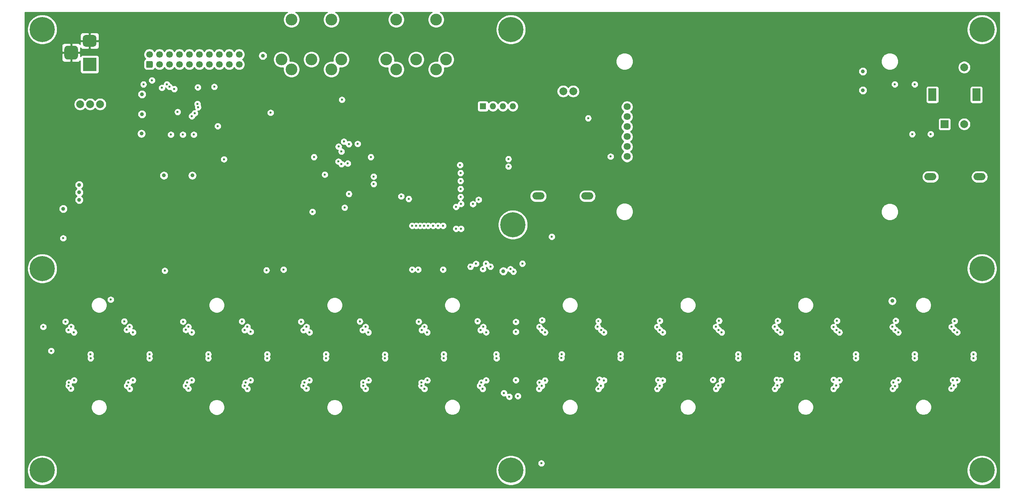
<source format=gbr>
%TF.GenerationSoftware,KiCad,Pcbnew,(5.1.8-0-10_14)*%
%TF.CreationDate,2021-06-09T19:28:07+01:00*%
%TF.ProjectId,BassStation_Sequencer_MidiInterface,42617373-5374-4617-9469-6f6e5f536571,A*%
%TF.SameCoordinates,Original*%
%TF.FileFunction,Copper,L3,Inr*%
%TF.FilePolarity,Positive*%
%FSLAX46Y46*%
G04 Gerber Fmt 4.6, Leading zero omitted, Abs format (unit mm)*
G04 Created by KiCad (PCBNEW (5.1.8-0-10_14)) date 2021-06-09 19:28:07*
%MOMM*%
%LPD*%
G01*
G04 APERTURE LIST*
%TA.AperFunction,ComponentPad*%
%ADD10C,1.800000*%
%TD*%
%TA.AperFunction,ComponentPad*%
%ADD11R,1.800000X1.800000*%
%TD*%
%TA.AperFunction,ComponentPad*%
%ADD12C,0.600000*%
%TD*%
%TA.AperFunction,ComponentPad*%
%ADD13C,0.800000*%
%TD*%
%TA.AperFunction,ComponentPad*%
%ADD14C,6.400000*%
%TD*%
%TA.AperFunction,ComponentPad*%
%ADD15C,2.000000*%
%TD*%
%TA.AperFunction,ComponentPad*%
%ADD16O,3.048000X1.850000*%
%TD*%
%TA.AperFunction,ComponentPad*%
%ADD17O,1.600000X1.600000*%
%TD*%
%TA.AperFunction,ComponentPad*%
%ADD18R,1.600000X1.600000*%
%TD*%
%TA.AperFunction,ComponentPad*%
%ADD19C,0.500000*%
%TD*%
%TA.AperFunction,ComponentPad*%
%ADD20C,1.700000*%
%TD*%
%TA.AperFunction,ComponentPad*%
%ADD21R,2.000000X2.000000*%
%TD*%
%TA.AperFunction,ComponentPad*%
%ADD22R,2.000000X3.200000*%
%TD*%
%TA.AperFunction,ComponentPad*%
%ADD23R,3.500000X3.500000*%
%TD*%
%TA.AperFunction,ComponentPad*%
%ADD24C,3.000000*%
%TD*%
%TA.AperFunction,ViaPad*%
%ADD25C,1.000000*%
%TD*%
%TA.AperFunction,ViaPad*%
%ADD26C,0.600000*%
%TD*%
%TA.AperFunction,ViaPad*%
%ADD27C,0.500000*%
%TD*%
%TA.AperFunction,Conductor*%
%ADD28C,0.254000*%
%TD*%
%TA.AperFunction,Conductor*%
%ADD29C,0.100000*%
%TD*%
G04 APERTURE END LIST*
D10*
%TO.N,/OLED_Display/CABLE_SELECT*%
%TO.C,J8*%
X235331000Y-120015000D03*
%TO.N,/OLED_Display/DATA_COMMAND*%
X235331000Y-122555000D03*
D11*
%TO.N,GND*%
X235331000Y-135255000D03*
D10*
%TO.N,/OLED_Display/+3.3V_OLED*%
X235331000Y-132715000D03*
%TO.N,/OLED_Display/CLK*%
X235331000Y-130175000D03*
%TO.N,/OLED_Display/DATA*%
X235331000Y-127635000D03*
%TO.N,/OLED_Display/RESET*%
X235331000Y-125095000D03*
%TD*%
D12*
%TO.N,GND*%
%TO.C,U35*%
X187110000Y-138850000D03*
X187110000Y-139700000D03*
X187110000Y-140550000D03*
X187960000Y-138850000D03*
X187960000Y-139700000D03*
X187960000Y-140550000D03*
X188810000Y-138850000D03*
X188810000Y-139700000D03*
X188810000Y-140550000D03*
%TD*%
D13*
%TO.N,N/C*%
%TO.C,REF\u002A\u002A*%
X327452056Y-159592944D03*
X325755000Y-158890000D03*
X324057944Y-159592944D03*
X323355000Y-161290000D03*
X324057944Y-162987056D03*
X325755000Y-163690000D03*
X327452056Y-162987056D03*
X328155000Y-161290000D03*
D14*
X325755000Y-161290000D03*
%TD*%
D13*
%TO.N,N/C*%
%TO.C,REF\u002A\u002A*%
X88057056Y-159592944D03*
X86360000Y-158890000D03*
X84662944Y-159592944D03*
X83960000Y-161290000D03*
X84662944Y-162987056D03*
X86360000Y-163690000D03*
X88057056Y-162987056D03*
X88760000Y-161290000D03*
D14*
X86360000Y-161290000D03*
%TD*%
D15*
%TO.N,/PSU/PMOSReversePolarityProtection/VIN*%
%TO.C,SW3*%
X96012000Y-119380000D03*
%TO.N,Net-(SW3-Pad3)*%
X101092000Y-119380000D03*
%TO.N,Net-(J5-Pad1)*%
X98552000Y-119380000D03*
%TD*%
D13*
%TO.N,N/C*%
%TO.C,REF\u002A\u002A*%
X207945056Y-148416944D03*
X206248000Y-147714000D03*
X204550944Y-148416944D03*
X203848000Y-150114000D03*
X204550944Y-151811056D03*
X206248000Y-152514000D03*
X207945056Y-151811056D03*
X208648000Y-150114000D03*
D14*
X206248000Y-150114000D03*
%TD*%
%TO.N,N/C*%
%TO.C,REF\u002A\u002A*%
X205740000Y-212725000D03*
D13*
X208140000Y-212725000D03*
X207437056Y-214422056D03*
X205740000Y-215125000D03*
X204042944Y-214422056D03*
X203340000Y-212725000D03*
X204042944Y-211027944D03*
X205740000Y-210325000D03*
X207437056Y-211027944D03*
%TD*%
D14*
%TO.N,N/C*%
%TO.C,REF\u002A\u002A*%
X86360000Y-100330000D03*
D13*
X88760000Y-100330000D03*
X88057056Y-102027056D03*
X86360000Y-102730000D03*
X84662944Y-102027056D03*
X83960000Y-100330000D03*
X84662944Y-98632944D03*
X86360000Y-97930000D03*
X88057056Y-98632944D03*
%TD*%
D14*
%TO.N,N/C*%
%TO.C,REF\u002A\u002A*%
X205740000Y-100330000D03*
D13*
X208140000Y-100330000D03*
X207437056Y-102027056D03*
X205740000Y-102730000D03*
X204042944Y-102027056D03*
X203340000Y-100330000D03*
X204042944Y-98632944D03*
X205740000Y-97930000D03*
X207437056Y-98632944D03*
%TD*%
D14*
%TO.N,N/C*%
%TO.C,REF\u002A\u002A*%
X86360000Y-212725000D03*
D13*
X88760000Y-212725000D03*
X88057056Y-214422056D03*
X86360000Y-215125000D03*
X84662944Y-214422056D03*
X83960000Y-212725000D03*
X84662944Y-211027944D03*
X86360000Y-210325000D03*
X88057056Y-211027944D03*
%TD*%
%TO.N,N/C*%
%TO.C,REF\u002A\u002A*%
X327452056Y-211027944D03*
X325755000Y-210325000D03*
X324057944Y-211027944D03*
X323355000Y-212725000D03*
X324057944Y-214422056D03*
X325755000Y-215125000D03*
X327452056Y-214422056D03*
X328155000Y-212725000D03*
D14*
X325755000Y-212725000D03*
%TD*%
D13*
%TO.N,N/C*%
%TO.C,REF\u002A\u002A*%
X327452056Y-98632944D03*
X325755000Y-97930000D03*
X324057944Y-98632944D03*
X323355000Y-100330000D03*
X324057944Y-102027056D03*
X325755000Y-102730000D03*
X327452056Y-102027056D03*
X328155000Y-100330000D03*
D14*
X325755000Y-100330000D03*
%TD*%
D16*
%TO.N,/Input Keyscan and RGB LED Driver/ADP5587_WRITE*%
%TO.C,SW5*%
X212725000Y-142795000D03*
%TO.N,GND*%
X212725000Y-137795000D03*
%TO.N,/Input Keyscan and RGB LED Driver/ADP5587_WRITE*%
X225225000Y-142795000D03*
%TO.N,GND*%
X225225000Y-137795000D03*
%TD*%
D17*
%TO.N,GND*%
%TO.C,SW4*%
X198628000Y-112268000D03*
%TO.N,/Input Keyscan and RGB LED Driver/DIPSW4*%
X206248000Y-119888000D03*
%TO.N,GND*%
X201168000Y-112268000D03*
%TO.N,/Input Keyscan and RGB LED Driver/DIPSW3*%
X203708000Y-119888000D03*
%TO.N,GND*%
X203708000Y-112268000D03*
%TO.N,/Input Keyscan and RGB LED Driver/DIPSW2*%
X201168000Y-119888000D03*
%TO.N,GND*%
X206248000Y-112268000D03*
D18*
%TO.N,/Input Keyscan and RGB LED Driver/DIPSW1*%
X198628000Y-119888000D03*
%TD*%
D15*
%TO.N,GND*%
%TO.C,SW2*%
X216535000Y-116078000D03*
%TO.N,Net-(R30-Pad1)*%
X221615000Y-116078000D03*
%TO.N,/Input Keyscan and RGB LED Driver/ADP5587_WRITEPROTECT*%
X219075000Y-116078000D03*
%TD*%
D16*
%TO.N,Net-(R21-Pad2)*%
%TO.C,SW7*%
X325120000Y-137875000D03*
%TO.N,GND*%
X325120000Y-142875000D03*
%TO.N,Net-(R21-Pad2)*%
X312620000Y-137875000D03*
%TO.N,GND*%
X312620000Y-142875000D03*
%TD*%
D19*
%TO.N,GND*%
%TO.C,U34*%
X123364500Y-116538500D03*
X122364500Y-116538500D03*
X121364500Y-116538500D03*
X123364500Y-117538500D03*
X122364500Y-117538500D03*
X121364500Y-117538500D03*
X123364500Y-118538500D03*
X122364500Y-118538500D03*
X121364500Y-118538500D03*
%TD*%
D20*
%TO.N,Net-(J4-Pad20)*%
%TO.C,J4*%
X136525000Y-106680000D03*
%TO.N,Net-(J4-Pad18)*%
X133985000Y-106680000D03*
%TO.N,/CrossPoint Output Switching/X7*%
X131445000Y-106680000D03*
%TO.N,/CrossPoint Output Switching/X6*%
X128905000Y-106680000D03*
%TO.N,/CrossPoint Output Switching/X5*%
X126365000Y-106680000D03*
%TO.N,/CrossPoint Output Switching/X4*%
X123825000Y-106680000D03*
%TO.N,/CrossPoint Output Switching/X3*%
X121285000Y-106680000D03*
%TO.N,/CrossPoint Output Switching/X2*%
X118745000Y-106680000D03*
%TO.N,/CrossPoint Output Switching/X1*%
X116205000Y-106680000D03*
%TO.N,/CrossPoint Output Switching/X0*%
X113665000Y-106680000D03*
%TO.N,/CrossPoint Output Switching/Y7*%
X136525000Y-109220000D03*
%TO.N,/CrossPoint Output Switching/Y6*%
X133985000Y-109220000D03*
%TO.N,/CrossPoint Output Switching/Y5*%
X131445000Y-109220000D03*
%TO.N,/CrossPoint Output Switching/Y4*%
X128905000Y-109220000D03*
%TO.N,/CrossPoint Output Switching/Y3*%
X126365000Y-109220000D03*
%TO.N,/CrossPoint Output Switching/Y2*%
X123825000Y-109220000D03*
%TO.N,/CrossPoint Output Switching/Y1*%
X121285000Y-109220000D03*
%TO.N,/CrossPoint Output Switching/Y0*%
X118745000Y-109220000D03*
%TO.N,Net-(J4-Pad3)*%
X116205000Y-109220000D03*
%TO.N,Net-(J4-Pad1)*%
%TA.AperFunction,ComponentPad*%
G36*
G01*
X114265000Y-110070000D02*
X113065000Y-110070000D01*
G75*
G02*
X112815000Y-109820000I0J250000D01*
G01*
X112815000Y-108620000D01*
G75*
G02*
X113065000Y-108370000I250000J0D01*
G01*
X114265000Y-108370000D01*
G75*
G02*
X114515000Y-108620000I0J-250000D01*
G01*
X114515000Y-109820000D01*
G75*
G02*
X114265000Y-110070000I-250000J0D01*
G01*
G37*
%TD.AperFunction*%
%TD*%
D21*
%TO.N,/MCU/TIM1_CH1*%
%TO.C,SW1*%
X316230000Y-124460000D03*
D15*
%TO.N,GND*%
X318730000Y-124460000D03*
%TO.N,/MCU/TIM1_CH2*%
X321230000Y-124460000D03*
D22*
%TO.N,N/C*%
X313130000Y-116960000D03*
X324330000Y-116960000D03*
D15*
%TO.N,GND*%
X316230000Y-109960000D03*
%TO.N,/MCU/TIM1_SW*%
X321230000Y-109960000D03*
%TD*%
%TO.N,GND*%
%TO.C,J5*%
%TA.AperFunction,ComponentPad*%
G36*
G01*
X92850000Y-104470000D02*
X94600000Y-104470000D01*
G75*
G02*
X95475000Y-105345000I0J-875000D01*
G01*
X95475000Y-107095000D01*
G75*
G02*
X94600000Y-107970000I-875000J0D01*
G01*
X92850000Y-107970000D01*
G75*
G02*
X91975000Y-107095000I0J875000D01*
G01*
X91975000Y-105345000D01*
G75*
G02*
X92850000Y-104470000I875000J0D01*
G01*
G37*
%TD.AperFunction*%
%TA.AperFunction,ComponentPad*%
G36*
G01*
X97425000Y-101720000D02*
X99425000Y-101720000D01*
G75*
G02*
X100175000Y-102470000I0J-750000D01*
G01*
X100175000Y-103970000D01*
G75*
G02*
X99425000Y-104720000I-750000J0D01*
G01*
X97425000Y-104720000D01*
G75*
G02*
X96675000Y-103970000I0J750000D01*
G01*
X96675000Y-102470000D01*
G75*
G02*
X97425000Y-101720000I750000J0D01*
G01*
G37*
%TD.AperFunction*%
D23*
%TO.N,Net-(J5-Pad1)*%
X98425000Y-109220000D03*
%TD*%
D24*
%TO.N,N/C*%
%TO.C,J2*%
X176530000Y-97790000D03*
X186690000Y-97790000D03*
%TO.N,Net-(J2-Pad5)*%
X186690000Y-110490000D03*
%TO.N,Net-(J2-Pad4)*%
X176530000Y-110490000D03*
%TO.N,Net-(J2-Pad1)*%
X173990000Y-107950000D03*
%TO.N,Net-(J2-Pad3)*%
X189230000Y-107950000D03*
%TO.N,Net-(J2-Pad2)*%
X181610000Y-107950000D03*
%TD*%
%TO.N,N/C*%
%TO.C,J1*%
X149860000Y-97790000D03*
X160020000Y-97790000D03*
%TO.N,Net-(D2-Pad2)*%
X160020000Y-110490000D03*
%TO.N,Net-(J1-Pad4)*%
X149860000Y-110490000D03*
%TO.N,Net-(J1-Pad1)*%
X147320000Y-107950000D03*
%TO.N,Net-(J1-Pad3)*%
X162560000Y-107950000D03*
%TO.N,Net-(J1-Pad2)*%
X154940000Y-107950000D03*
%TD*%
D25*
%TO.N,Net-(C3-Pad2)*%
X91694000Y-146050000D03*
D26*
X91694000Y-153543000D03*
%TO.N,+5V*%
X125885000Y-119288500D03*
X144526000Y-121539000D03*
X132651501Y-133413501D03*
%TO.N,+3V3*%
X163382600Y-145735400D03*
X164182600Y-134464600D03*
X155575000Y-132842000D03*
X126047500Y-120141996D03*
X192913000Y-136906000D03*
X119126000Y-127127000D03*
X122174000Y-127127000D03*
X124968000Y-127127000D03*
X170053000Y-132842000D03*
X196072000Y-144827500D03*
X225425000Y-122936000D03*
X216154000Y-153161998D03*
%TO.N,Net-(D2-Pad1)*%
X162690000Y-118240000D03*
%TO.N,GND*%
X204470000Y-196850000D03*
X205740000Y-196850000D03*
X207010000Y-196850000D03*
X207010000Y-198120000D03*
X205740000Y-198120000D03*
X204470000Y-198120000D03*
X204470000Y-199390000D03*
X205740000Y-199390000D03*
X207010000Y-199390000D03*
X207010000Y-200660000D03*
X205740000Y-200660000D03*
X204470000Y-200660000D03*
X204470000Y-201930000D03*
X205740000Y-201930000D03*
X207010000Y-201930000D03*
X207010000Y-170815000D03*
X205740000Y-170815000D03*
X204470000Y-170815000D03*
X207010000Y-169545000D03*
X205740000Y-169545000D03*
X204470000Y-169545000D03*
X204470000Y-168275000D03*
X205740000Y-168275000D03*
X207010000Y-168275000D03*
X207010000Y-167005000D03*
X205740000Y-167005000D03*
X204470000Y-167005000D03*
X207010000Y-165735000D03*
X205740000Y-165735000D03*
X204470000Y-165735000D03*
X224790000Y-104394000D03*
X224790000Y-101600000D03*
D25*
X92202000Y-121412000D03*
D26*
X115400000Y-139362000D03*
X141478000Y-148844000D03*
X138938000Y-148844000D03*
X128841500Y-117094000D03*
X128841500Y-119316500D03*
X164182600Y-143284400D03*
D25*
X152400000Y-127000000D03*
D26*
X195300600Y-136906000D03*
X99568000Y-157988000D03*
X213995000Y-105791000D03*
X228092000Y-100203000D03*
X220980000Y-99822000D03*
X224790000Y-99822000D03*
X224790000Y-106045000D03*
X220980000Y-106045000D03*
X220980000Y-104394000D03*
X220980000Y-101600000D03*
X222885000Y-104394000D03*
X222885000Y-101600000D03*
X222885000Y-99822000D03*
X222885000Y-106045000D03*
X142246790Y-145095000D03*
X140589000Y-137160000D03*
X178120000Y-119949000D03*
X147447000Y-143002000D03*
X135636018Y-117094000D03*
X147447000Y-146812000D03*
X92644000Y-156753600D03*
X104124000Y-129016000D03*
D25*
X83820000Y-124460000D03*
X83820000Y-134620000D03*
X83820000Y-144780000D03*
X83820000Y-154940000D03*
X83820000Y-170180000D03*
X83820000Y-180340000D03*
X83820000Y-114300000D03*
X83820000Y-104140000D03*
X83820000Y-190500000D03*
X83820000Y-200660000D03*
X93980000Y-114300000D03*
X104140000Y-114300000D03*
X109220000Y-109220000D03*
X104140000Y-104140000D03*
X109220000Y-99060000D03*
X114300000Y-104140000D03*
X119380000Y-99060000D03*
X124460000Y-104140000D03*
X129540000Y-99060000D03*
X134620000Y-104140000D03*
X139700000Y-99060000D03*
X139700000Y-109220000D03*
X144780000Y-104140000D03*
X154940000Y-104140000D03*
X165100000Y-104140000D03*
X175260000Y-104140000D03*
X185420000Y-104140000D03*
X195580000Y-104140000D03*
X190500000Y-99060000D03*
X180340000Y-99060000D03*
X170180000Y-99060000D03*
X165100000Y-114300000D03*
X104140000Y-124460000D03*
X99060000Y-165100000D03*
X119380000Y-165100000D03*
X129540000Y-165100000D03*
X129540000Y-154940000D03*
X119380000Y-154940000D03*
X139700000Y-154940000D03*
X149860000Y-154940000D03*
X109220000Y-152019000D03*
X109220000Y-144780000D03*
X129540000Y-134620000D03*
X114300000Y-129540000D03*
X200660000Y-99060000D03*
X210820000Y-99060000D03*
X231140000Y-99060000D03*
X241300000Y-99060000D03*
X251460000Y-99060000D03*
X261620000Y-99060000D03*
X271780000Y-99060000D03*
X281940000Y-99060000D03*
X292100000Y-99060000D03*
X302260000Y-99060000D03*
X312420000Y-99060000D03*
X251460000Y-109220000D03*
X261620000Y-109220000D03*
X271780000Y-109220000D03*
X281940000Y-109220000D03*
X292100000Y-109220000D03*
X312420000Y-109220000D03*
X292100000Y-119380000D03*
X292100000Y-129540000D03*
X292100000Y-139700000D03*
X292100000Y-149860000D03*
X281940000Y-149860000D03*
X281940000Y-139700000D03*
X281940000Y-129540000D03*
X281940000Y-119380000D03*
X271780000Y-119380000D03*
X271780000Y-129540000D03*
X271780000Y-139700000D03*
X271780000Y-149860000D03*
X261620000Y-149860000D03*
X261620000Y-139700000D03*
X261620000Y-129540000D03*
X261620000Y-119380000D03*
X251460000Y-119380000D03*
X251460000Y-129540000D03*
X251460000Y-139700000D03*
X251460000Y-149860000D03*
X241300000Y-149860000D03*
X241300000Y-139700000D03*
X241300000Y-129540000D03*
X241300000Y-119380000D03*
X231140000Y-149860000D03*
X231140000Y-139700000D03*
X231140000Y-119380000D03*
X220980000Y-119380000D03*
X302260000Y-139700000D03*
X302260000Y-129540000D03*
X302260000Y-119380000D03*
X220980000Y-149860000D03*
X210820000Y-149860000D03*
X226060000Y-134620000D03*
X307340000Y-144780000D03*
X327660000Y-139700000D03*
X327660000Y-109220000D03*
X327660000Y-119380000D03*
X327660000Y-129540000D03*
X327660000Y-139700000D03*
X327660000Y-149860000D03*
X317500000Y-149860000D03*
X317500000Y-139700000D03*
X317500000Y-119380000D03*
X312420000Y-124460000D03*
X312420000Y-134620000D03*
X327660000Y-170180000D03*
X327660000Y-180340000D03*
X327660000Y-190500000D03*
X327660000Y-200660000D03*
X317500000Y-200660000D03*
X317500000Y-210820000D03*
X307340000Y-210820000D03*
X297180000Y-210820000D03*
X287020000Y-210820000D03*
X276860000Y-210820000D03*
X266700000Y-210820000D03*
X256540000Y-210820000D03*
X246380000Y-210820000D03*
X236220000Y-210820000D03*
X226060000Y-210820000D03*
X215900000Y-210820000D03*
X195580000Y-210820000D03*
X185420000Y-210820000D03*
X175260000Y-210820000D03*
X165100000Y-210820000D03*
X154940000Y-210820000D03*
X144780000Y-210820000D03*
X134620000Y-210820000D03*
X124460000Y-210820000D03*
X114300000Y-210820000D03*
X104140000Y-210820000D03*
X93980000Y-210820000D03*
X104140000Y-200660000D03*
X124460000Y-200660000D03*
X134620000Y-200660000D03*
X93980000Y-200660000D03*
X231140000Y-168910000D03*
X241300000Y-168910000D03*
X261620000Y-170180000D03*
X283210000Y-170180000D03*
%TO.N,/Input Keyscan and RGB LED Driver/LEDRK32*%
X302895000Y-169545000D03*
%TO.N,GND*%
X322580000Y-154940000D03*
X312420000Y-160020000D03*
X251460000Y-160020000D03*
X302260000Y-160020000D03*
X261620000Y-160020000D03*
X292100000Y-160020000D03*
X281940000Y-160020000D03*
X271780000Y-160020000D03*
X241300000Y-160020000D03*
X231140000Y-160020000D03*
X210820000Y-160020000D03*
X220980000Y-160020000D03*
X271780000Y-169545000D03*
X292100000Y-170180000D03*
X307340000Y-200660000D03*
X276860000Y-200660000D03*
X287020000Y-200660000D03*
X297180000Y-200660000D03*
X266700000Y-200025000D03*
X256540000Y-200025000D03*
X226060000Y-197866000D03*
X236474000Y-197612000D03*
X246380000Y-198628000D03*
X173736000Y-126238000D03*
X163322000Y-124968000D03*
X180594000Y-114554000D03*
X146304000Y-138938000D03*
X151384000Y-138938000D03*
X179578000Y-169926000D03*
X171196000Y-169926000D03*
X310642000Y-185420000D03*
X295656000Y-185420000D03*
X280670000Y-185420000D03*
X265684000Y-185420000D03*
X250698000Y-185420000D03*
X235712000Y-185420000D03*
X220726000Y-185420000D03*
X96139000Y-148209000D03*
X96139000Y-150749000D03*
X96139000Y-153416000D03*
X131445000Y-141351000D03*
X126746000Y-141351000D03*
X123825000Y-141351000D03*
X121285000Y-141351000D03*
X118872000Y-142748000D03*
X115570000Y-144018000D03*
X115570000Y-148082000D03*
X109220000Y-137668000D03*
X241300000Y-109220000D03*
X231140000Y-109220000D03*
X106299000Y-159385000D03*
X113792000Y-169164000D03*
X210820000Y-119380000D03*
X210820000Y-129540000D03*
X190500000Y-119380000D03*
X200660000Y-138430000D03*
X185420000Y-127000000D03*
X193040000Y-110490000D03*
X212090000Y-110490000D03*
X195580000Y-127000000D03*
X177800000Y-130810000D03*
%TO.N,/PSU/+5V_RGB*%
X95758000Y-139954000D03*
X95758000Y-143764000D03*
D26*
X109448600Y-189763400D03*
X184442100Y-189776100D03*
X199428100Y-189776100D03*
X214414100Y-189826900D03*
X229438200Y-189788800D03*
X244424200Y-189788800D03*
X259435600Y-189763400D03*
X274421600Y-189763400D03*
X289433000Y-189738000D03*
X304419000Y-189738000D03*
X319430400Y-189763400D03*
X139420600Y-189763400D03*
X154406600Y-189763400D03*
X169456100Y-189776100D03*
X124434600Y-189763400D03*
X94462600Y-189763400D03*
X214426800Y-177546000D03*
X229438200Y-177546000D03*
X244424200Y-177546000D03*
X259435600Y-177546000D03*
X274421600Y-177546000D03*
X289433000Y-177545976D03*
X304419000Y-177545992D03*
X319430400Y-177546000D03*
X184429400Y-177546000D03*
X169443400Y-177546000D03*
X154432000Y-177546000D03*
X139446000Y-177419000D03*
X124434600Y-177546000D03*
X109474000Y-177546000D03*
X94437200Y-177546000D03*
D25*
X203809600Y-161950400D03*
D26*
X205333600Y-193954400D03*
D25*
X95758000Y-141859000D03*
D26*
X199440800Y-177520600D03*
D25*
%TO.N,Net-(C17-Pad2)*%
X124587000Y-137541000D03*
X117348000Y-137541000D03*
D26*
%TO.N,/CrossPoint Output Switching/X7*%
X130175000Y-114935000D03*
%TO.N,/CrossPoint Output Switching/X6*%
X125984000Y-115062000D03*
%TO.N,/CrossPoint Output Switching/X5*%
X119999831Y-115487010D03*
D25*
X111633000Y-126873000D03*
D26*
%TO.N,/CrossPoint Output Switching/X4*%
X118745000Y-114935000D03*
%TO.N,/CrossPoint Output Switching/X3*%
X118110000Y-114300000D03*
D25*
X111760000Y-121920000D03*
D26*
%TO.N,/CrossPoint Output Switching/X2*%
X116840000Y-115189000D03*
%TO.N,/CrossPoint Output Switching/X1*%
X114300000Y-113284000D03*
D25*
X111760000Y-116840000D03*
D26*
%TO.N,/CrossPoint Output Switching/X0*%
X112141000Y-114300000D03*
%TO.N,/MCU/SWDCLK*%
X158335800Y-137320200D03*
%TO.N,/MCU/NRST*%
X155194000Y-146812000D03*
X164465000Y-142249323D03*
%TO.N,/OLED_Display/DATA_COMMAND*%
X231140000Y-132715000D03*
%TO.N,/Input Keyscan and RGB LED Driver/ADP5587_RST*%
X192785992Y-134874000D03*
%TO.N,/Input Keyscan and RGB LED Driver/ADP5587_INT*%
X192913000Y-143002000D03*
%TO.N,/Input Keyscan and RGB LED Driver/ADP5587_SCL*%
X192912998Y-140970000D03*
%TO.N,/Input Keyscan and RGB LED Driver/ADP5587_SDA*%
X192913000Y-138938000D03*
X170794800Y-139720200D03*
X170794800Y-137815200D03*
%TO.N,Net-(R21-Pad2)*%
X120840500Y-121348500D03*
X131064000Y-124968000D03*
D25*
X142557500Y-106997500D03*
X295402000Y-115824000D03*
X295402000Y-110998000D03*
D26*
%TO.N,/MCU/TIM1_CH1*%
X312674000Y-127000000D03*
X307975000Y-127000000D03*
X164465000Y-129540000D03*
%TO.N,/MCU/TIM1_CH2*%
X163195000Y-128905000D03*
%TO.N,/Input Keyscan and RGB LED Driver/ADP5587_WRITE*%
X205105006Y-133350000D03*
X205105000Y-135255000D03*
%TO.N,/MCU/TIM1_SW*%
X308610000Y-114300000D03*
X303530000Y-114300000D03*
X166695620Y-129482675D03*
%TO.N,/Input Keyscan and RGB LED Driver/KEY_C0*%
X88620600Y-182257700D03*
X98679000Y-184150000D03*
X113665000Y-184150000D03*
X128651000Y-184150000D03*
X143637000Y-184150000D03*
X158623000Y-184150000D03*
X173672500Y-184150000D03*
X188658504Y-184149999D03*
X202095104Y-184150000D03*
%TO.N,/Input Keyscan and RGB LED Driver/KEY_C1*%
X193040000Y-144780000D03*
X193040000Y-151130000D03*
X179705000Y-143510000D03*
X218630500Y-184086500D03*
X233654600Y-184124600D03*
X248640600Y-184175400D03*
X263652000Y-184150000D03*
X278638000Y-184150000D03*
X293649400Y-184124600D03*
X308635400Y-184124600D03*
X323594439Y-184148439D03*
%TO.N,/Input Keyscan and RGB LED Driver/KEY_C2*%
X202031600Y-183134000D03*
X188645800Y-183134000D03*
X173659800Y-183210200D03*
X158648400Y-183134000D03*
X143662400Y-183134000D03*
X128651000Y-183134000D03*
X113665000Y-183134000D03*
X98640900Y-183134000D03*
%TO.N,/Input Keyscan and RGB LED Driver/KEY_C3*%
X191770000Y-151130000D03*
X191770000Y-145542000D03*
X177799986Y-142875000D03*
X218694000Y-183134000D03*
X233680000Y-183134000D03*
X248640600Y-183134000D03*
X263652000Y-183134000D03*
X278638000Y-183134000D03*
X293624000Y-183134000D03*
X308610000Y-183134000D03*
X323596000Y-183134000D03*
%TO.N,/Input Keyscan and RGB LED Driver/KEY_R0*%
X86614000Y-176149000D03*
X180594000Y-150368000D03*
%TO.N,/Input Keyscan and RGB LED Driver/KEY_R1*%
X103797100Y-169202100D03*
X181610000Y-150368000D03*
%TO.N,/Input Keyscan and RGB LED Driver/KEY_R2*%
X117570250Y-161829750D03*
X182626000Y-150368000D03*
%TO.N,/Input Keyscan and RGB LED Driver/KEY_R3*%
X143478250Y-161702750D03*
X183642000Y-150368000D03*
%TO.N,/Input Keyscan and RGB LED Driver/KEY_R4*%
X147828000Y-161544000D03*
X184658000Y-150368000D03*
%TO.N,/Input Keyscan and RGB LED Driver/KEY_R5*%
X185928000Y-150368000D03*
X180594000Y-161544000D03*
%TO.N,/Input Keyscan and RGB LED Driver/KEY_R6*%
X187198000Y-150368000D03*
X182118000Y-161544002D03*
%TO.N,/Input Keyscan and RGB LED Driver/KEY_R7*%
X197523100Y-143725900D03*
X188468000Y-150368000D03*
X188467998Y-161544000D03*
%TO.N,/CrossPoint Output Switching/ADG2188_SDA*%
X125222000Y-121666000D03*
X161798000Y-133985000D03*
X161836278Y-130175000D03*
%TO.N,/CrossPoint Output Switching/ADG2188_SCL*%
X124460000Y-122427994D03*
X162582600Y-134642600D03*
X162582600Y-131445000D03*
%TO.N,/Input Keyscan and RGB LED Driver/LEDRK1*%
X93662500Y-191897000D03*
%TO.N,/Input Keyscan and RGB LED Driver/LEDGK1*%
X93065598Y-191160400D03*
%TO.N,/Input Keyscan and RGB LED Driver/LEDBK1*%
X93141802Y-190360300D03*
%TO.N,/Input Keyscan and RGB LED Driver/LEDRK2*%
X108648500Y-191960500D03*
%TO.N,/Input Keyscan and RGB LED Driver/LEDGK2*%
X107911898Y-191160400D03*
%TO.N,/Input Keyscan and RGB LED Driver/LEDBK2*%
X108305572Y-190360284D03*
%TO.N,/Input Keyscan and RGB LED Driver/LEDRK3*%
X123571000Y-191897000D03*
%TO.N,/Input Keyscan and RGB LED Driver/LEDGK3*%
X122897898Y-191160400D03*
%TO.N,/Input Keyscan and RGB LED Driver/LEDBK3*%
X123304288Y-190360288D03*
%TO.N,/Input Keyscan and RGB LED Driver/LEDRK4*%
X138620500Y-191960500D03*
%TO.N,/Input Keyscan and RGB LED Driver/LEDGK4*%
X137896598Y-191160400D03*
%TO.N,/Input Keyscan and RGB LED Driver/LEDBK4*%
X138163291Y-190360291D03*
%TO.N,/Input Keyscan and RGB LED Driver/LEDRK5*%
X153670000Y-191897000D03*
%TO.N,/Input Keyscan and RGB LED Driver/LEDGK5*%
X152882600Y-191160400D03*
%TO.N,/Input Keyscan and RGB LED Driver/LEDBK5*%
X153149293Y-190360293D03*
%TO.N,/Input Keyscan and RGB LED Driver/LEDRK6*%
X168729082Y-191960500D03*
%TO.N,/Input Keyscan and RGB LED Driver/LEDGK6*%
X168109898Y-191160400D03*
%TO.N,/Input Keyscan and RGB LED Driver/LEDBK6*%
X168109900Y-190360300D03*
%TO.N,/Input Keyscan and RGB LED Driver/LEDRK7*%
X183715088Y-191960483D03*
%TO.N,/Input Keyscan and RGB LED Driver/LEDGK7*%
X182918096Y-191160400D03*
%TO.N,/Input Keyscan and RGB LED Driver/LEDBK7*%
X182956198Y-190360300D03*
%TO.N,/Input Keyscan and RGB LED Driver/LEDRK8*%
X198564500Y-191960500D03*
%TO.N,/Input Keyscan and RGB LED Driver/LEDGK8*%
X197827900Y-191160400D03*
%TO.N,/Input Keyscan and RGB LED Driver/LEDBK8*%
X198234312Y-190360312D03*
%TO.N,/Input Keyscan and RGB LED Driver/LEDRK9*%
X212915500Y-191960500D03*
%TO.N,/Input Keyscan and RGB LED Driver/LEDGK9*%
X213614000Y-191198500D03*
%TO.N,/Input Keyscan and RGB LED Driver/LEDBK9*%
X213029800Y-190360300D03*
%TO.N,/Input Keyscan and RGB LED Driver/LEDRK10*%
X228041200Y-191973200D03*
%TO.N,/Input Keyscan and RGB LED Driver/LEDGK10*%
X228711175Y-191160400D03*
%TO.N,/Input Keyscan and RGB LED Driver/LEDBK10*%
X228295198Y-189611000D03*
%TO.N,/Input Keyscan and RGB LED Driver/LEDRK11*%
X243014500Y-191960494D03*
%TO.N,/Input Keyscan and RGB LED Driver/LEDGK11*%
X243649500Y-191160400D03*
%TO.N,/Input Keyscan and RGB LED Driver/LEDBK11*%
X243255796Y-189712600D03*
%TO.N,/Input Keyscan and RGB LED Driver/LEDRK12*%
X257994990Y-191960500D03*
%TO.N,/Input Keyscan and RGB LED Driver/LEDGK12*%
X258572000Y-191135000D03*
%TO.N,/Input Keyscan and RGB LED Driver/LEDBK12*%
X257225800Y-189687200D03*
%TO.N,/Input Keyscan and RGB LED Driver/LEDRK13*%
X272986506Y-191960500D03*
%TO.N,/Input Keyscan and RGB LED Driver/LEDGK13*%
X273621500Y-191135000D03*
%TO.N,/Input Keyscan and RGB LED Driver/LEDBK13*%
X273431000Y-189661800D03*
%TO.N,/Input Keyscan and RGB LED Driver/LEDRK14*%
X287909000Y-191960500D03*
%TO.N,/Input Keyscan and RGB LED Driver/LEDGK14*%
X288607496Y-191135000D03*
%TO.N,/Input Keyscan and RGB LED Driver/LEDBK14*%
X287959798Y-189636400D03*
%TO.N,/Input Keyscan and RGB LED Driver/LEDRK15*%
X303022000Y-191960500D03*
%TO.N,/Input Keyscan and RGB LED Driver/LEDGK15*%
X303628231Y-191240512D03*
%TO.N,/Input Keyscan and RGB LED Driver/LEDBK15*%
X303199800Y-190347596D03*
%TO.N,/Input Keyscan and RGB LED Driver/LEDRK16*%
X317938990Y-191897000D03*
%TO.N,/Input Keyscan and RGB LED Driver/LEDGK16*%
X318579500Y-191135000D03*
%TO.N,/Input Keyscan and RGB LED Driver/LEDBK16*%
X318338200Y-189712600D03*
%TO.N,/Input Keyscan and RGB LED Driver/LEDRK17*%
X93027500Y-176974500D03*
%TO.N,/Input Keyscan and RGB LED Driver/LEDGK17*%
X93710188Y-176149000D03*
%TO.N,/Input Keyscan and RGB LED Driver/LEDBK17*%
X92265502Y-174815500D03*
%TO.N,/Input Keyscan and RGB LED Driver/LEDRK18*%
X107886500Y-176911000D03*
%TO.N,/Input Keyscan and RGB LED Driver/LEDGK18*%
X108590510Y-176149000D03*
%TO.N,/Input Keyscan and RGB LED Driver/LEDBK18*%
X107251498Y-174752000D03*
%TO.N,/Input Keyscan and RGB LED Driver/LEDRK19*%
X122931597Y-176917478D03*
%TO.N,/Input Keyscan and RGB LED Driver/LEDGK19*%
X123570986Y-176149000D03*
%TO.N,/Input Keyscan and RGB LED Driver/LEDBK19*%
X122237502Y-174815500D03*
%TO.N,/Input Keyscan and RGB LED Driver/LEDRK20*%
X137922000Y-176974500D03*
%TO.N,/Input Keyscan and RGB LED Driver/LEDGK20*%
X138620500Y-176149000D03*
%TO.N,/Input Keyscan and RGB LED Driver/LEDBK20*%
X137223498Y-174752000D03*
%TO.N,/Input Keyscan and RGB LED Driver/LEDRK21*%
X152908000Y-176974500D03*
%TO.N,/Input Keyscan and RGB LED Driver/LEDGK21*%
X153670000Y-176149000D03*
%TO.N,/Input Keyscan and RGB LED Driver/LEDBK21*%
X152273000Y-174815500D03*
%TO.N,/Input Keyscan and RGB LED Driver/LEDRK22*%
X167957500Y-176974508D03*
%TO.N,/Input Keyscan and RGB LED Driver/LEDGK22*%
X168716382Y-176149000D03*
%TO.N,/Input Keyscan and RGB LED Driver/LEDBK22*%
X167259000Y-174752000D03*
%TO.N,/Input Keyscan and RGB LED Driver/LEDRK23*%
X183007000Y-176974500D03*
%TO.N,/Input Keyscan and RGB LED Driver/LEDGK23*%
X183702384Y-176149000D03*
%TO.N,/Input Keyscan and RGB LED Driver/LEDBK23*%
X182245000Y-174815501D03*
%TO.N,/Input Keyscan and RGB LED Driver/LEDRK24*%
X197993000Y-176974500D03*
%TO.N,/Input Keyscan and RGB LED Driver/LEDGK24*%
X198691500Y-176146105D03*
%TO.N,/Input Keyscan and RGB LED Driver/LEDBK24*%
X197231000Y-174688500D03*
%TO.N,/Input Keyscan and RGB LED Driver/LEDRK25*%
X213699780Y-176961800D03*
%TO.N,/Input Keyscan and RGB LED Driver/LEDGK25*%
X212979000Y-176148998D03*
%TO.N,/Input Keyscan and RGB LED Driver/LEDBK25*%
X213690202Y-174447200D03*
%TO.N,/Input Keyscan and RGB LED Driver/LEDRK26*%
X228727088Y-176987200D03*
%TO.N,/Input Keyscan and RGB LED Driver/LEDGK26*%
X227863400Y-176149000D03*
D27*
%TO.N,/Input Keyscan and RGB LED Driver/LEDBK26*%
X228041200Y-174650400D03*
D26*
%TO.N,/Input Keyscan and RGB LED Driver/LEDRK27*%
X243697178Y-176949100D03*
%TO.N,/Input Keyscan and RGB LED Driver/LEDGK27*%
X243001800Y-176174404D03*
%TO.N,/Input Keyscan and RGB LED Driver/LEDBK27*%
X243687600Y-174625000D03*
%TO.N,/Input Keyscan and RGB LED Driver/LEDRK28*%
X258673600Y-176949100D03*
%TO.N,/Input Keyscan and RGB LED Driver/LEDGK28*%
X257962400Y-176148999D03*
%TO.N,/Input Keyscan and RGB LED Driver/LEDBK28*%
X258775200Y-174599600D03*
%TO.N,/Input Keyscan and RGB LED Driver/LEDRK29*%
X273634202Y-176949100D03*
%TO.N,/Input Keyscan and RGB LED Driver/LEDGK29*%
X272999200Y-176149000D03*
%TO.N,/Input Keyscan and RGB LED Driver/LEDBK29*%
X273735800Y-174625000D03*
%TO.N,/Input Keyscan and RGB LED Driver/LEDRK30*%
X288696400Y-176987200D03*
%TO.N,/Input Keyscan and RGB LED Driver/LEDGK30*%
X287959800Y-176174400D03*
%TO.N,/Input Keyscan and RGB LED Driver/LEDBK30*%
X288823400Y-174625000D03*
%TO.N,/Input Keyscan and RGB LED Driver/LEDRK31*%
X303682400Y-176936400D03*
%TO.N,/Input Keyscan and RGB LED Driver/LEDGK31*%
X302971200Y-176148998D03*
%TO.N,/Input Keyscan and RGB LED Driver/LEDBK31*%
X303784000Y-174599600D03*
%TO.N,/Input Keyscan and RGB LED Driver/LEDRK32*%
X318693802Y-176949100D03*
%TO.N,/Input Keyscan and RGB LED Driver/LEDGK32*%
X317982600Y-176149002D03*
%TO.N,/Input Keyscan and RGB LED Driver/LEDBK32*%
X318795400Y-174650400D03*
%TO.N,/MCU/SPI2_CLK*%
X205613000Y-161417000D03*
X195443977Y-160791023D03*
X200533000Y-160782000D03*
%TO.N,/MCU/SPI2_GSCLK*%
X203962000Y-193040000D03*
X198628000Y-161417000D03*
%TO.N,/MCU/SPI2_MOSI*%
X207518000Y-193802000D03*
%TO.N,/MCU/SPI2_LAT*%
X206375000Y-162052006D03*
X199390000Y-160020000D03*
X196850000Y-160064010D03*
%TO.N,Net-(TP16-Pad1)*%
X207010000Y-189738000D03*
X207010000Y-177419000D03*
X207010000Y-174879000D03*
X208661000Y-160020000D03*
X213487000Y-210947000D03*
%TD*%
D28*
%TO.N,GND*%
X148499017Y-96131637D02*
X148201637Y-96429017D01*
X147967988Y-96778698D01*
X147807047Y-97167244D01*
X147725000Y-97579721D01*
X147725000Y-98000279D01*
X147807047Y-98412756D01*
X147967988Y-98801302D01*
X148201637Y-99150983D01*
X148499017Y-99448363D01*
X148848698Y-99682012D01*
X149237244Y-99842953D01*
X149649721Y-99925000D01*
X150070279Y-99925000D01*
X150482756Y-99842953D01*
X150871302Y-99682012D01*
X151220983Y-99448363D01*
X151518363Y-99150983D01*
X151752012Y-98801302D01*
X151912953Y-98412756D01*
X151995000Y-98000279D01*
X151995000Y-97579721D01*
X151912953Y-97167244D01*
X151752012Y-96778698D01*
X151518363Y-96429017D01*
X151220983Y-96131637D01*
X150889279Y-95910000D01*
X158990721Y-95910000D01*
X158659017Y-96131637D01*
X158361637Y-96429017D01*
X158127988Y-96778698D01*
X157967047Y-97167244D01*
X157885000Y-97579721D01*
X157885000Y-98000279D01*
X157967047Y-98412756D01*
X158127988Y-98801302D01*
X158361637Y-99150983D01*
X158659017Y-99448363D01*
X159008698Y-99682012D01*
X159397244Y-99842953D01*
X159809721Y-99925000D01*
X160230279Y-99925000D01*
X160642756Y-99842953D01*
X161031302Y-99682012D01*
X161380983Y-99448363D01*
X161678363Y-99150983D01*
X161912012Y-98801302D01*
X162072953Y-98412756D01*
X162155000Y-98000279D01*
X162155000Y-97579721D01*
X162072953Y-97167244D01*
X161912012Y-96778698D01*
X161678363Y-96429017D01*
X161380983Y-96131637D01*
X161049279Y-95910000D01*
X175500721Y-95910000D01*
X175169017Y-96131637D01*
X174871637Y-96429017D01*
X174637988Y-96778698D01*
X174477047Y-97167244D01*
X174395000Y-97579721D01*
X174395000Y-98000279D01*
X174477047Y-98412756D01*
X174637988Y-98801302D01*
X174871637Y-99150983D01*
X175169017Y-99448363D01*
X175518698Y-99682012D01*
X175907244Y-99842953D01*
X176319721Y-99925000D01*
X176740279Y-99925000D01*
X177152756Y-99842953D01*
X177541302Y-99682012D01*
X177890983Y-99448363D01*
X178188363Y-99150983D01*
X178422012Y-98801302D01*
X178582953Y-98412756D01*
X178665000Y-98000279D01*
X178665000Y-97579721D01*
X178582953Y-97167244D01*
X178422012Y-96778698D01*
X178188363Y-96429017D01*
X177890983Y-96131637D01*
X177559279Y-95910000D01*
X185660721Y-95910000D01*
X185329017Y-96131637D01*
X185031637Y-96429017D01*
X184797988Y-96778698D01*
X184637047Y-97167244D01*
X184555000Y-97579721D01*
X184555000Y-98000279D01*
X184637047Y-98412756D01*
X184797988Y-98801302D01*
X185031637Y-99150983D01*
X185329017Y-99448363D01*
X185678698Y-99682012D01*
X186067244Y-99842953D01*
X186479721Y-99925000D01*
X186900279Y-99925000D01*
X187312756Y-99842953D01*
X187701302Y-99682012D01*
X188050983Y-99448363D01*
X188348363Y-99150983D01*
X188582012Y-98801302D01*
X188742953Y-98412756D01*
X188825000Y-98000279D01*
X188825000Y-97579721D01*
X188742953Y-97167244D01*
X188582012Y-96778698D01*
X188348363Y-96429017D01*
X188050983Y-96131637D01*
X187719279Y-95910000D01*
X330175001Y-95910000D01*
X330175000Y-217145000D01*
X81940000Y-217145000D01*
X81940000Y-212347285D01*
X82525000Y-212347285D01*
X82525000Y-213102715D01*
X82672377Y-213843628D01*
X82961467Y-214541554D01*
X83381161Y-215169670D01*
X83915330Y-215703839D01*
X84543446Y-216123533D01*
X85241372Y-216412623D01*
X85982285Y-216560000D01*
X86737715Y-216560000D01*
X87478628Y-216412623D01*
X88176554Y-216123533D01*
X88804670Y-215703839D01*
X89338839Y-215169670D01*
X89758533Y-214541554D01*
X90047623Y-213843628D01*
X90195000Y-213102715D01*
X90195000Y-212347285D01*
X201905000Y-212347285D01*
X201905000Y-213102715D01*
X202052377Y-213843628D01*
X202341467Y-214541554D01*
X202761161Y-215169670D01*
X203295330Y-215703839D01*
X203923446Y-216123533D01*
X204621372Y-216412623D01*
X205362285Y-216560000D01*
X206117715Y-216560000D01*
X206858628Y-216412623D01*
X207556554Y-216123533D01*
X208184670Y-215703839D01*
X208718839Y-215169670D01*
X209138533Y-214541554D01*
X209427623Y-213843628D01*
X209575000Y-213102715D01*
X209575000Y-212347285D01*
X321920000Y-212347285D01*
X321920000Y-213102715D01*
X322067377Y-213843628D01*
X322356467Y-214541554D01*
X322776161Y-215169670D01*
X323310330Y-215703839D01*
X323938446Y-216123533D01*
X324636372Y-216412623D01*
X325377285Y-216560000D01*
X326132715Y-216560000D01*
X326873628Y-216412623D01*
X327571554Y-216123533D01*
X328199670Y-215703839D01*
X328733839Y-215169670D01*
X329153533Y-214541554D01*
X329442623Y-213843628D01*
X329590000Y-213102715D01*
X329590000Y-212347285D01*
X329442623Y-211606372D01*
X329153533Y-210908446D01*
X328733839Y-210280330D01*
X328199670Y-209746161D01*
X327571554Y-209326467D01*
X326873628Y-209037377D01*
X326132715Y-208890000D01*
X325377285Y-208890000D01*
X324636372Y-209037377D01*
X323938446Y-209326467D01*
X323310330Y-209746161D01*
X322776161Y-210280330D01*
X322356467Y-210908446D01*
X322067377Y-211606372D01*
X321920000Y-212347285D01*
X209575000Y-212347285D01*
X209427623Y-211606372D01*
X209138533Y-210908446D01*
X209102763Y-210854911D01*
X212552000Y-210854911D01*
X212552000Y-211039089D01*
X212587932Y-211219729D01*
X212658414Y-211389889D01*
X212760738Y-211543028D01*
X212890972Y-211673262D01*
X213044111Y-211775586D01*
X213214271Y-211846068D01*
X213394911Y-211882000D01*
X213579089Y-211882000D01*
X213759729Y-211846068D01*
X213929889Y-211775586D01*
X214083028Y-211673262D01*
X214213262Y-211543028D01*
X214315586Y-211389889D01*
X214386068Y-211219729D01*
X214422000Y-211039089D01*
X214422000Y-210854911D01*
X214386068Y-210674271D01*
X214315586Y-210504111D01*
X214213262Y-210350972D01*
X214083028Y-210220738D01*
X213929889Y-210118414D01*
X213759729Y-210047932D01*
X213579089Y-210012000D01*
X213394911Y-210012000D01*
X213214271Y-210047932D01*
X213044111Y-210118414D01*
X212890972Y-210220738D01*
X212760738Y-210350972D01*
X212658414Y-210504111D01*
X212587932Y-210674271D01*
X212552000Y-210854911D01*
X209102763Y-210854911D01*
X208718839Y-210280330D01*
X208184670Y-209746161D01*
X207556554Y-209326467D01*
X206858628Y-209037377D01*
X206117715Y-208890000D01*
X205362285Y-208890000D01*
X204621372Y-209037377D01*
X203923446Y-209326467D01*
X203295330Y-209746161D01*
X202761161Y-210280330D01*
X202341467Y-210908446D01*
X202052377Y-211606372D01*
X201905000Y-212347285D01*
X90195000Y-212347285D01*
X90047623Y-211606372D01*
X89758533Y-210908446D01*
X89338839Y-210280330D01*
X88804670Y-209746161D01*
X88176554Y-209326467D01*
X87478628Y-209037377D01*
X86737715Y-208890000D01*
X85982285Y-208890000D01*
X85241372Y-209037377D01*
X84543446Y-209326467D01*
X83915330Y-209746161D01*
X83381161Y-210280330D01*
X82961467Y-210908446D01*
X82672377Y-211606372D01*
X82525000Y-212347285D01*
X81940000Y-212347285D01*
X81940000Y-196459070D01*
X98803000Y-196459070D01*
X98803000Y-196859930D01*
X98881204Y-197253087D01*
X99034607Y-197623434D01*
X99257313Y-197956737D01*
X99540763Y-198240187D01*
X99874066Y-198462893D01*
X100244413Y-198616296D01*
X100637570Y-198694500D01*
X101038430Y-198694500D01*
X101431587Y-198616296D01*
X101801934Y-198462893D01*
X102135237Y-198240187D01*
X102418687Y-197956737D01*
X102641393Y-197623434D01*
X102794796Y-197253087D01*
X102873000Y-196859930D01*
X102873000Y-196459070D01*
X128775000Y-196459070D01*
X128775000Y-196859930D01*
X128853204Y-197253087D01*
X129006607Y-197623434D01*
X129229313Y-197956737D01*
X129512763Y-198240187D01*
X129846066Y-198462893D01*
X130216413Y-198616296D01*
X130609570Y-198694500D01*
X131010430Y-198694500D01*
X131403587Y-198616296D01*
X131773934Y-198462893D01*
X132107237Y-198240187D01*
X132390687Y-197956737D01*
X132613393Y-197623434D01*
X132766796Y-197253087D01*
X132845000Y-196859930D01*
X132845000Y-196459070D01*
X158810500Y-196459070D01*
X158810500Y-196859930D01*
X158888704Y-197253087D01*
X159042107Y-197623434D01*
X159264813Y-197956737D01*
X159548263Y-198240187D01*
X159881566Y-198462893D01*
X160251913Y-198616296D01*
X160645070Y-198694500D01*
X161045930Y-198694500D01*
X161439087Y-198616296D01*
X161809434Y-198462893D01*
X162142737Y-198240187D01*
X162426187Y-197956737D01*
X162648893Y-197623434D01*
X162802296Y-197253087D01*
X162880500Y-196859930D01*
X162880500Y-196459070D01*
X162872922Y-196420970D01*
X188795200Y-196420970D01*
X188795200Y-196821830D01*
X188873404Y-197214987D01*
X189026807Y-197585334D01*
X189249513Y-197918637D01*
X189532963Y-198202087D01*
X189866266Y-198424793D01*
X190236613Y-198578196D01*
X190629770Y-198656400D01*
X191030630Y-198656400D01*
X191423787Y-198578196D01*
X191794134Y-198424793D01*
X192127437Y-198202087D01*
X192410887Y-197918637D01*
X192633593Y-197585334D01*
X192786996Y-197214987D01*
X192865200Y-196821830D01*
X192865200Y-196420970D01*
X218767200Y-196420970D01*
X218767200Y-196821830D01*
X218845404Y-197214987D01*
X218998807Y-197585334D01*
X219221513Y-197918637D01*
X219504963Y-198202087D01*
X219838266Y-198424793D01*
X220208613Y-198578196D01*
X220601770Y-198656400D01*
X221002630Y-198656400D01*
X221395787Y-198578196D01*
X221766134Y-198424793D01*
X222099437Y-198202087D01*
X222382887Y-197918637D01*
X222605593Y-197585334D01*
X222758996Y-197214987D01*
X222837200Y-196821830D01*
X222837200Y-196420970D01*
X248802700Y-196420970D01*
X248802700Y-196821830D01*
X248880904Y-197214987D01*
X249034307Y-197585334D01*
X249257013Y-197918637D01*
X249540463Y-198202087D01*
X249873766Y-198424793D01*
X250244113Y-198578196D01*
X250637270Y-198656400D01*
X251038130Y-198656400D01*
X251431287Y-198578196D01*
X251801634Y-198424793D01*
X252134937Y-198202087D01*
X252418387Y-197918637D01*
X252641093Y-197585334D01*
X252794496Y-197214987D01*
X252872700Y-196821830D01*
X252872700Y-196420970D01*
X278774700Y-196420970D01*
X278774700Y-196821830D01*
X278852904Y-197214987D01*
X279006307Y-197585334D01*
X279229013Y-197918637D01*
X279512463Y-198202087D01*
X279845766Y-198424793D01*
X280216113Y-198578196D01*
X280609270Y-198656400D01*
X281010130Y-198656400D01*
X281403287Y-198578196D01*
X281773634Y-198424793D01*
X282106937Y-198202087D01*
X282390387Y-197918637D01*
X282613093Y-197585334D01*
X282766496Y-197214987D01*
X282844700Y-196821830D01*
X282844700Y-196420970D01*
X308810200Y-196420970D01*
X308810200Y-196821830D01*
X308888404Y-197214987D01*
X309041807Y-197585334D01*
X309264513Y-197918637D01*
X309547963Y-198202087D01*
X309881266Y-198424793D01*
X310251613Y-198578196D01*
X310644770Y-198656400D01*
X311045630Y-198656400D01*
X311438787Y-198578196D01*
X311809134Y-198424793D01*
X312142437Y-198202087D01*
X312425887Y-197918637D01*
X312648593Y-197585334D01*
X312801996Y-197214987D01*
X312880200Y-196821830D01*
X312880200Y-196420970D01*
X312801996Y-196027813D01*
X312648593Y-195657466D01*
X312425887Y-195324163D01*
X312142437Y-195040713D01*
X311809134Y-194818007D01*
X311438787Y-194664604D01*
X311045630Y-194586400D01*
X310644770Y-194586400D01*
X310251613Y-194664604D01*
X309881266Y-194818007D01*
X309547963Y-195040713D01*
X309264513Y-195324163D01*
X309041807Y-195657466D01*
X308888404Y-196027813D01*
X308810200Y-196420970D01*
X282844700Y-196420970D01*
X282766496Y-196027813D01*
X282613093Y-195657466D01*
X282390387Y-195324163D01*
X282106937Y-195040713D01*
X281773634Y-194818007D01*
X281403287Y-194664604D01*
X281010130Y-194586400D01*
X280609270Y-194586400D01*
X280216113Y-194664604D01*
X279845766Y-194818007D01*
X279512463Y-195040713D01*
X279229013Y-195324163D01*
X279006307Y-195657466D01*
X278852904Y-196027813D01*
X278774700Y-196420970D01*
X252872700Y-196420970D01*
X252794496Y-196027813D01*
X252641093Y-195657466D01*
X252418387Y-195324163D01*
X252134937Y-195040713D01*
X251801634Y-194818007D01*
X251431287Y-194664604D01*
X251038130Y-194586400D01*
X250637270Y-194586400D01*
X250244113Y-194664604D01*
X249873766Y-194818007D01*
X249540463Y-195040713D01*
X249257013Y-195324163D01*
X249034307Y-195657466D01*
X248880904Y-196027813D01*
X248802700Y-196420970D01*
X222837200Y-196420970D01*
X222758996Y-196027813D01*
X222605593Y-195657466D01*
X222382887Y-195324163D01*
X222099437Y-195040713D01*
X221766134Y-194818007D01*
X221395787Y-194664604D01*
X221002630Y-194586400D01*
X220601770Y-194586400D01*
X220208613Y-194664604D01*
X219838266Y-194818007D01*
X219504963Y-195040713D01*
X219221513Y-195324163D01*
X218998807Y-195657466D01*
X218845404Y-196027813D01*
X218767200Y-196420970D01*
X192865200Y-196420970D01*
X192786996Y-196027813D01*
X192633593Y-195657466D01*
X192410887Y-195324163D01*
X192127437Y-195040713D01*
X191794134Y-194818007D01*
X191423787Y-194664604D01*
X191030630Y-194586400D01*
X190629770Y-194586400D01*
X190236613Y-194664604D01*
X189866266Y-194818007D01*
X189532963Y-195040713D01*
X189249513Y-195324163D01*
X189026807Y-195657466D01*
X188873404Y-196027813D01*
X188795200Y-196420970D01*
X162872922Y-196420970D01*
X162802296Y-196065913D01*
X162648893Y-195695566D01*
X162426187Y-195362263D01*
X162142737Y-195078813D01*
X161809434Y-194856107D01*
X161439087Y-194702704D01*
X161045930Y-194624500D01*
X160645070Y-194624500D01*
X160251913Y-194702704D01*
X159881566Y-194856107D01*
X159548263Y-195078813D01*
X159264813Y-195362263D01*
X159042107Y-195695566D01*
X158888704Y-196065913D01*
X158810500Y-196459070D01*
X132845000Y-196459070D01*
X132766796Y-196065913D01*
X132613393Y-195695566D01*
X132390687Y-195362263D01*
X132107237Y-195078813D01*
X131773934Y-194856107D01*
X131403587Y-194702704D01*
X131010430Y-194624500D01*
X130609570Y-194624500D01*
X130216413Y-194702704D01*
X129846066Y-194856107D01*
X129512763Y-195078813D01*
X129229313Y-195362263D01*
X129006607Y-195695566D01*
X128853204Y-196065913D01*
X128775000Y-196459070D01*
X102873000Y-196459070D01*
X102794796Y-196065913D01*
X102641393Y-195695566D01*
X102418687Y-195362263D01*
X102135237Y-195078813D01*
X101801934Y-194856107D01*
X101431587Y-194702704D01*
X101038430Y-194624500D01*
X100637570Y-194624500D01*
X100244413Y-194702704D01*
X99874066Y-194856107D01*
X99540763Y-195078813D01*
X99257313Y-195362263D01*
X99034607Y-195695566D01*
X98881204Y-196065913D01*
X98803000Y-196459070D01*
X81940000Y-196459070D01*
X81940000Y-192947911D01*
X203027000Y-192947911D01*
X203027000Y-193132089D01*
X203062932Y-193312729D01*
X203133414Y-193482889D01*
X203235738Y-193636028D01*
X203365972Y-193766262D01*
X203519111Y-193868586D01*
X203689271Y-193939068D01*
X203869911Y-193975000D01*
X204054089Y-193975000D01*
X204234729Y-193939068D01*
X204398600Y-193871191D01*
X204398600Y-194046489D01*
X204434532Y-194227129D01*
X204505014Y-194397289D01*
X204607338Y-194550428D01*
X204737572Y-194680662D01*
X204890711Y-194782986D01*
X205060871Y-194853468D01*
X205241511Y-194889400D01*
X205425689Y-194889400D01*
X205606329Y-194853468D01*
X205776489Y-194782986D01*
X205929628Y-194680662D01*
X206059862Y-194550428D01*
X206162186Y-194397289D01*
X206232668Y-194227129D01*
X206268600Y-194046489D01*
X206268600Y-193862311D01*
X206238286Y-193709911D01*
X206583000Y-193709911D01*
X206583000Y-193894089D01*
X206618932Y-194074729D01*
X206689414Y-194244889D01*
X206791738Y-194398028D01*
X206921972Y-194528262D01*
X207075111Y-194630586D01*
X207245271Y-194701068D01*
X207425911Y-194737000D01*
X207610089Y-194737000D01*
X207790729Y-194701068D01*
X207960889Y-194630586D01*
X208114028Y-194528262D01*
X208244262Y-194398028D01*
X208346586Y-194244889D01*
X208417068Y-194074729D01*
X208453000Y-193894089D01*
X208453000Y-193709911D01*
X208417068Y-193529271D01*
X208346586Y-193359111D01*
X208244262Y-193205972D01*
X208114028Y-193075738D01*
X207960889Y-192973414D01*
X207790729Y-192902932D01*
X207610089Y-192867000D01*
X207425911Y-192867000D01*
X207245271Y-192902932D01*
X207075111Y-192973414D01*
X206921972Y-193075738D01*
X206791738Y-193205972D01*
X206689414Y-193359111D01*
X206618932Y-193529271D01*
X206583000Y-193709911D01*
X206238286Y-193709911D01*
X206232668Y-193681671D01*
X206162186Y-193511511D01*
X206059862Y-193358372D01*
X205929628Y-193228138D01*
X205776489Y-193125814D01*
X205606329Y-193055332D01*
X205425689Y-193019400D01*
X205241511Y-193019400D01*
X205060871Y-193055332D01*
X204897000Y-193123209D01*
X204897000Y-192947911D01*
X204861068Y-192767271D01*
X204790586Y-192597111D01*
X204688262Y-192443972D01*
X204558028Y-192313738D01*
X204404889Y-192211414D01*
X204234729Y-192140932D01*
X204054089Y-192105000D01*
X203869911Y-192105000D01*
X203689271Y-192140932D01*
X203519111Y-192211414D01*
X203365972Y-192313738D01*
X203235738Y-192443972D01*
X203133414Y-192597111D01*
X203062932Y-192767271D01*
X203027000Y-192947911D01*
X81940000Y-192947911D01*
X81940000Y-191068311D01*
X92130598Y-191068311D01*
X92130598Y-191252489D01*
X92166530Y-191433129D01*
X92237012Y-191603289D01*
X92339336Y-191756428D01*
X92469570Y-191886662D01*
X92622709Y-191988986D01*
X92736887Y-192036280D01*
X92763432Y-192169729D01*
X92833914Y-192339889D01*
X92936238Y-192493028D01*
X93066472Y-192623262D01*
X93219611Y-192725586D01*
X93389771Y-192796068D01*
X93570411Y-192832000D01*
X93754589Y-192832000D01*
X93935229Y-192796068D01*
X94105389Y-192725586D01*
X94258528Y-192623262D01*
X94388762Y-192493028D01*
X94491086Y-192339889D01*
X94561568Y-192169729D01*
X94597500Y-191989089D01*
X94597500Y-191804911D01*
X94561568Y-191624271D01*
X94491086Y-191454111D01*
X94388762Y-191300972D01*
X94258528Y-191170738D01*
X94105389Y-191068414D01*
X94105141Y-191068311D01*
X106976898Y-191068311D01*
X106976898Y-191252489D01*
X107012830Y-191433129D01*
X107083312Y-191603289D01*
X107185636Y-191756428D01*
X107315870Y-191886662D01*
X107469009Y-191988986D01*
X107639169Y-192059468D01*
X107717987Y-192075146D01*
X107749432Y-192233229D01*
X107819914Y-192403389D01*
X107922238Y-192556528D01*
X108052472Y-192686762D01*
X108205611Y-192789086D01*
X108375771Y-192859568D01*
X108556411Y-192895500D01*
X108740589Y-192895500D01*
X108921229Y-192859568D01*
X109091389Y-192789086D01*
X109244528Y-192686762D01*
X109374762Y-192556528D01*
X109477086Y-192403389D01*
X109547568Y-192233229D01*
X109583500Y-192052589D01*
X109583500Y-191868411D01*
X109547568Y-191687771D01*
X109477086Y-191517611D01*
X109374762Y-191364472D01*
X109244528Y-191234238D01*
X109091389Y-191131914D01*
X108937835Y-191068311D01*
X121962898Y-191068311D01*
X121962898Y-191252489D01*
X121998830Y-191433129D01*
X122069312Y-191603289D01*
X122171636Y-191756428D01*
X122301870Y-191886662D01*
X122455009Y-191988986D01*
X122625169Y-192059468D01*
X122651022Y-192064611D01*
X122671932Y-192169729D01*
X122742414Y-192339889D01*
X122844738Y-192493028D01*
X122974972Y-192623262D01*
X123128111Y-192725586D01*
X123298271Y-192796068D01*
X123478911Y-192832000D01*
X123663089Y-192832000D01*
X123843729Y-192796068D01*
X124013889Y-192725586D01*
X124167028Y-192623262D01*
X124297262Y-192493028D01*
X124399586Y-192339889D01*
X124470068Y-192169729D01*
X124506000Y-191989089D01*
X124506000Y-191804911D01*
X124470068Y-191624271D01*
X124399586Y-191454111D01*
X124297262Y-191300972D01*
X124167028Y-191170738D01*
X124013889Y-191068414D01*
X124013641Y-191068311D01*
X136961598Y-191068311D01*
X136961598Y-191252489D01*
X136997530Y-191433129D01*
X137068012Y-191603289D01*
X137170336Y-191756428D01*
X137300570Y-191886662D01*
X137453709Y-191988986D01*
X137623869Y-192059468D01*
X137689464Y-192072516D01*
X137721432Y-192233229D01*
X137791914Y-192403389D01*
X137894238Y-192556528D01*
X138024472Y-192686762D01*
X138177611Y-192789086D01*
X138347771Y-192859568D01*
X138528411Y-192895500D01*
X138712589Y-192895500D01*
X138893229Y-192859568D01*
X139063389Y-192789086D01*
X139216528Y-192686762D01*
X139346762Y-192556528D01*
X139449086Y-192403389D01*
X139519568Y-192233229D01*
X139555500Y-192052589D01*
X139555500Y-191868411D01*
X139519568Y-191687771D01*
X139449086Y-191517611D01*
X139346762Y-191364472D01*
X139216528Y-191234238D01*
X139063389Y-191131914D01*
X138909837Y-191068311D01*
X151947600Y-191068311D01*
X151947600Y-191252489D01*
X151983532Y-191433129D01*
X152054014Y-191603289D01*
X152156338Y-191756428D01*
X152286572Y-191886662D01*
X152439711Y-191988986D01*
X152609871Y-192059468D01*
X152754731Y-192088283D01*
X152770932Y-192169729D01*
X152841414Y-192339889D01*
X152943738Y-192493028D01*
X153073972Y-192623262D01*
X153227111Y-192725586D01*
X153397271Y-192796068D01*
X153577911Y-192832000D01*
X153762089Y-192832000D01*
X153942729Y-192796068D01*
X154112889Y-192725586D01*
X154266028Y-192623262D01*
X154396262Y-192493028D01*
X154498586Y-192339889D01*
X154569068Y-192169729D01*
X154605000Y-191989089D01*
X154605000Y-191804911D01*
X154569068Y-191624271D01*
X154498586Y-191454111D01*
X154396262Y-191300972D01*
X154266028Y-191170738D01*
X154112889Y-191068414D01*
X154112641Y-191068311D01*
X167174898Y-191068311D01*
X167174898Y-191252489D01*
X167210830Y-191433129D01*
X167281312Y-191603289D01*
X167383636Y-191756428D01*
X167513870Y-191886662D01*
X167667009Y-191988986D01*
X167794082Y-192041621D01*
X167794082Y-192052589D01*
X167830014Y-192233229D01*
X167900496Y-192403389D01*
X168002820Y-192556528D01*
X168133054Y-192686762D01*
X168286193Y-192789086D01*
X168456353Y-192859568D01*
X168636993Y-192895500D01*
X168821171Y-192895500D01*
X169001811Y-192859568D01*
X169171971Y-192789086D01*
X169325110Y-192686762D01*
X169455344Y-192556528D01*
X169557668Y-192403389D01*
X169628150Y-192233229D01*
X169664082Y-192052589D01*
X169664082Y-191868411D01*
X169628150Y-191687771D01*
X169557668Y-191517611D01*
X169455344Y-191364472D01*
X169325110Y-191234238D01*
X169171971Y-191131914D01*
X169044898Y-191079279D01*
X169044898Y-191068311D01*
X181983096Y-191068311D01*
X181983096Y-191252489D01*
X182019028Y-191433129D01*
X182089510Y-191603289D01*
X182191834Y-191756428D01*
X182322068Y-191886662D01*
X182475207Y-191988986D01*
X182645367Y-192059468D01*
X182787066Y-192087654D01*
X182816020Y-192233212D01*
X182886502Y-192403372D01*
X182988826Y-192556511D01*
X183119060Y-192686745D01*
X183272199Y-192789069D01*
X183442359Y-192859551D01*
X183622999Y-192895483D01*
X183807177Y-192895483D01*
X183987817Y-192859551D01*
X184157977Y-192789069D01*
X184311116Y-192686745D01*
X184441350Y-192556511D01*
X184543674Y-192403372D01*
X184614156Y-192233212D01*
X184650088Y-192052572D01*
X184650088Y-191868394D01*
X184614156Y-191687754D01*
X184543674Y-191517594D01*
X184441350Y-191364455D01*
X184311116Y-191234221D01*
X184157977Y-191131897D01*
X184004466Y-191068311D01*
X196892900Y-191068311D01*
X196892900Y-191252489D01*
X196928832Y-191433129D01*
X196999314Y-191603289D01*
X197101638Y-191756428D01*
X197231872Y-191886662D01*
X197385011Y-191988986D01*
X197555171Y-192059468D01*
X197633987Y-192075146D01*
X197665432Y-192233229D01*
X197735914Y-192403389D01*
X197838238Y-192556528D01*
X197968472Y-192686762D01*
X198121611Y-192789086D01*
X198291771Y-192859568D01*
X198472411Y-192895500D01*
X198656589Y-192895500D01*
X198837229Y-192859568D01*
X199007389Y-192789086D01*
X199160528Y-192686762D01*
X199290762Y-192556528D01*
X199393086Y-192403389D01*
X199463568Y-192233229D01*
X199499500Y-192052589D01*
X199499500Y-191868411D01*
X211980500Y-191868411D01*
X211980500Y-192052589D01*
X212016432Y-192233229D01*
X212086914Y-192403389D01*
X212189238Y-192556528D01*
X212319472Y-192686762D01*
X212472611Y-192789086D01*
X212642771Y-192859568D01*
X212823411Y-192895500D01*
X213007589Y-192895500D01*
X213188229Y-192859568D01*
X213358389Y-192789086D01*
X213511528Y-192686762D01*
X213641762Y-192556528D01*
X213744086Y-192403389D01*
X213814568Y-192233229D01*
X213839692Y-192106924D01*
X213886729Y-192097568D01*
X214056889Y-192027086D01*
X214210028Y-191924762D01*
X214253679Y-191881111D01*
X227106200Y-191881111D01*
X227106200Y-192065289D01*
X227142132Y-192245929D01*
X227212614Y-192416089D01*
X227314938Y-192569228D01*
X227445172Y-192699462D01*
X227598311Y-192801786D01*
X227768471Y-192872268D01*
X227949111Y-192908200D01*
X228133289Y-192908200D01*
X228313929Y-192872268D01*
X228484089Y-192801786D01*
X228637228Y-192699462D01*
X228767462Y-192569228D01*
X228869786Y-192416089D01*
X228940268Y-192245929D01*
X228976200Y-192065289D01*
X228976200Y-192061000D01*
X228983904Y-192059468D01*
X229154064Y-191988986D01*
X229307203Y-191886662D01*
X229325460Y-191868405D01*
X242079500Y-191868405D01*
X242079500Y-192052583D01*
X242115432Y-192233223D01*
X242185914Y-192403383D01*
X242288238Y-192556522D01*
X242418472Y-192686756D01*
X242571611Y-192789080D01*
X242741771Y-192859562D01*
X242922411Y-192895494D01*
X243106589Y-192895494D01*
X243287229Y-192859562D01*
X243457389Y-192789080D01*
X243610528Y-192686756D01*
X243740762Y-192556522D01*
X243843086Y-192403383D01*
X243913568Y-192233223D01*
X243949500Y-192052583D01*
X243949500Y-192048172D01*
X244092389Y-191988986D01*
X244245528Y-191886662D01*
X244263779Y-191868411D01*
X257059990Y-191868411D01*
X257059990Y-192052589D01*
X257095922Y-192233229D01*
X257166404Y-192403389D01*
X257268728Y-192556528D01*
X257398962Y-192686762D01*
X257552101Y-192789086D01*
X257722261Y-192859568D01*
X257902901Y-192895500D01*
X258087079Y-192895500D01*
X258267719Y-192859568D01*
X258437879Y-192789086D01*
X258591018Y-192686762D01*
X258721252Y-192556528D01*
X258823576Y-192403389D01*
X258894058Y-192233229D01*
X258929990Y-192052589D01*
X258929990Y-191998752D01*
X259014889Y-191963586D01*
X259157328Y-191868411D01*
X272051506Y-191868411D01*
X272051506Y-192052589D01*
X272087438Y-192233229D01*
X272157920Y-192403389D01*
X272260244Y-192556528D01*
X272390478Y-192686762D01*
X272543617Y-192789086D01*
X272713777Y-192859568D01*
X272894417Y-192895500D01*
X273078595Y-192895500D01*
X273259235Y-192859568D01*
X273429395Y-192789086D01*
X273582534Y-192686762D01*
X273712768Y-192556528D01*
X273815092Y-192403389D01*
X273885574Y-192233229D01*
X273921506Y-192052589D01*
X273921506Y-192022770D01*
X274064389Y-191963586D01*
X274206828Y-191868411D01*
X286974000Y-191868411D01*
X286974000Y-192052589D01*
X287009932Y-192233229D01*
X287080414Y-192403389D01*
X287182738Y-192556528D01*
X287312972Y-192686762D01*
X287466111Y-192789086D01*
X287636271Y-192859568D01*
X287816911Y-192895500D01*
X288001089Y-192895500D01*
X288181729Y-192859568D01*
X288351889Y-192789086D01*
X288505028Y-192686762D01*
X288635262Y-192556528D01*
X288737586Y-192403389D01*
X288808068Y-192233229D01*
X288844000Y-192052589D01*
X288844000Y-192041274D01*
X288880225Y-192034068D01*
X289050385Y-191963586D01*
X289192824Y-191868411D01*
X302087000Y-191868411D01*
X302087000Y-192052589D01*
X302122932Y-192233229D01*
X302193414Y-192403389D01*
X302295738Y-192556528D01*
X302425972Y-192686762D01*
X302579111Y-192789086D01*
X302749271Y-192859568D01*
X302929911Y-192895500D01*
X303114089Y-192895500D01*
X303294729Y-192859568D01*
X303464889Y-192789086D01*
X303618028Y-192686762D01*
X303748262Y-192556528D01*
X303850586Y-192403389D01*
X303921068Y-192233229D01*
X303943174Y-192122094D01*
X304071120Y-192069098D01*
X304224259Y-191966774D01*
X304354493Y-191836540D01*
X304375626Y-191804911D01*
X317003990Y-191804911D01*
X317003990Y-191989089D01*
X317039922Y-192169729D01*
X317110404Y-192339889D01*
X317212728Y-192493028D01*
X317342962Y-192623262D01*
X317496101Y-192725586D01*
X317666261Y-192796068D01*
X317846901Y-192832000D01*
X318031079Y-192832000D01*
X318211719Y-192796068D01*
X318381879Y-192725586D01*
X318535018Y-192623262D01*
X318665252Y-192493028D01*
X318767576Y-192339889D01*
X318838058Y-192169729D01*
X318866194Y-192028284D01*
X319022389Y-191963586D01*
X319175528Y-191861262D01*
X319305762Y-191731028D01*
X319408086Y-191577889D01*
X319478568Y-191407729D01*
X319514500Y-191227089D01*
X319514500Y-191042911D01*
X319478568Y-190862271D01*
X319410691Y-190698400D01*
X319522489Y-190698400D01*
X319703129Y-190662468D01*
X319873289Y-190591986D01*
X320026428Y-190489662D01*
X320156662Y-190359428D01*
X320258986Y-190206289D01*
X320329468Y-190036129D01*
X320365400Y-189855489D01*
X320365400Y-189671311D01*
X320329468Y-189490671D01*
X320258986Y-189320511D01*
X320156662Y-189167372D01*
X320026428Y-189037138D01*
X319873289Y-188934814D01*
X319703129Y-188864332D01*
X319522489Y-188828400D01*
X319338311Y-188828400D01*
X319157671Y-188864332D01*
X318987511Y-188934814D01*
X318922314Y-188978377D01*
X318781089Y-188884014D01*
X318610929Y-188813532D01*
X318430289Y-188777600D01*
X318246111Y-188777600D01*
X318065471Y-188813532D01*
X317895311Y-188884014D01*
X317742172Y-188986338D01*
X317611938Y-189116572D01*
X317509614Y-189269711D01*
X317439132Y-189439871D01*
X317403200Y-189620511D01*
X317403200Y-189804689D01*
X317439132Y-189985329D01*
X317509614Y-190155489D01*
X317611938Y-190308628D01*
X317742172Y-190438862D01*
X317868763Y-190523447D01*
X317853238Y-190538972D01*
X317750914Y-190692111D01*
X317680432Y-190862271D01*
X317652296Y-191003716D01*
X317496101Y-191068414D01*
X317342962Y-191170738D01*
X317212728Y-191300972D01*
X317110404Y-191454111D01*
X317039922Y-191624271D01*
X317003990Y-191804911D01*
X304375626Y-191804911D01*
X304456817Y-191683401D01*
X304527299Y-191513241D01*
X304563231Y-191332601D01*
X304563231Y-191148423D01*
X304527299Y-190967783D01*
X304456817Y-190797623D01*
X304373547Y-190673000D01*
X304511089Y-190673000D01*
X304691729Y-190637068D01*
X304861889Y-190566586D01*
X305015028Y-190464262D01*
X305145262Y-190334028D01*
X305247586Y-190180889D01*
X305318068Y-190010729D01*
X305354000Y-189830089D01*
X305354000Y-189645911D01*
X305318068Y-189465271D01*
X305247586Y-189295111D01*
X305145262Y-189141972D01*
X305015028Y-189011738D01*
X304861889Y-188909414D01*
X304691729Y-188838932D01*
X304511089Y-188803000D01*
X304326911Y-188803000D01*
X304146271Y-188838932D01*
X303976111Y-188909414D01*
X303822972Y-189011738D01*
X303692738Y-189141972D01*
X303590414Y-189295111D01*
X303519932Y-189465271D01*
X303519401Y-189467943D01*
X303472529Y-189448528D01*
X303291889Y-189412596D01*
X303107711Y-189412596D01*
X302927071Y-189448528D01*
X302756911Y-189519010D01*
X302603772Y-189621334D01*
X302473538Y-189751568D01*
X302371214Y-189904707D01*
X302300732Y-190074867D01*
X302264800Y-190255507D01*
X302264800Y-190439685D01*
X302300732Y-190620325D01*
X302371214Y-190790485D01*
X302473538Y-190943624D01*
X302603772Y-191073858D01*
X302647972Y-191103391D01*
X302579111Y-191131914D01*
X302425972Y-191234238D01*
X302295738Y-191364472D01*
X302193414Y-191517611D01*
X302122932Y-191687771D01*
X302087000Y-191868411D01*
X289192824Y-191868411D01*
X289203524Y-191861262D01*
X289333758Y-191731028D01*
X289436082Y-191577889D01*
X289506564Y-191407729D01*
X289542496Y-191227089D01*
X289542496Y-191042911D01*
X289506564Y-190862271D01*
X289436082Y-190692111D01*
X289423312Y-190673000D01*
X289525089Y-190673000D01*
X289705729Y-190637068D01*
X289875889Y-190566586D01*
X290029028Y-190464262D01*
X290159262Y-190334028D01*
X290261586Y-190180889D01*
X290332068Y-190010729D01*
X290368000Y-189830089D01*
X290368000Y-189645911D01*
X290332068Y-189465271D01*
X290261586Y-189295111D01*
X290159262Y-189141972D01*
X290029028Y-189011738D01*
X289875889Y-188909414D01*
X289705729Y-188838932D01*
X289525089Y-188803000D01*
X289340911Y-188803000D01*
X289160271Y-188838932D01*
X288990111Y-188909414D01*
X288836972Y-189011738D01*
X288735038Y-189113672D01*
X288686060Y-189040372D01*
X288555826Y-188910138D01*
X288402687Y-188807814D01*
X288232527Y-188737332D01*
X288051887Y-188701400D01*
X287867709Y-188701400D01*
X287687069Y-188737332D01*
X287516909Y-188807814D01*
X287363770Y-188910138D01*
X287233536Y-189040372D01*
X287131212Y-189193511D01*
X287060730Y-189363671D01*
X287024798Y-189544311D01*
X287024798Y-189728489D01*
X287060730Y-189909129D01*
X287131212Y-190079289D01*
X287233536Y-190232428D01*
X287363770Y-190362662D01*
X287516909Y-190464986D01*
X287687069Y-190535468D01*
X287860522Y-190569970D01*
X287778910Y-190692111D01*
X287708428Y-190862271D01*
X287672496Y-191042911D01*
X287672496Y-191054226D01*
X287636271Y-191061432D01*
X287466111Y-191131914D01*
X287312972Y-191234238D01*
X287182738Y-191364472D01*
X287080414Y-191517611D01*
X287009932Y-191687771D01*
X286974000Y-191868411D01*
X274206828Y-191868411D01*
X274217528Y-191861262D01*
X274347762Y-191731028D01*
X274450086Y-191577889D01*
X274520568Y-191407729D01*
X274556500Y-191227089D01*
X274556500Y-191042911D01*
X274520568Y-190862271D01*
X274452691Y-190698400D01*
X274513689Y-190698400D01*
X274694329Y-190662468D01*
X274864489Y-190591986D01*
X275017628Y-190489662D01*
X275147862Y-190359428D01*
X275250186Y-190206289D01*
X275320668Y-190036129D01*
X275356600Y-189855489D01*
X275356600Y-189671311D01*
X275320668Y-189490671D01*
X275250186Y-189320511D01*
X275147862Y-189167372D01*
X275017628Y-189037138D01*
X274864489Y-188934814D01*
X274694329Y-188864332D01*
X274513689Y-188828400D01*
X274329511Y-188828400D01*
X274148871Y-188864332D01*
X274007869Y-188922736D01*
X273873889Y-188833214D01*
X273703729Y-188762732D01*
X273523089Y-188726800D01*
X273338911Y-188726800D01*
X273158271Y-188762732D01*
X272988111Y-188833214D01*
X272834972Y-188935538D01*
X272704738Y-189065772D01*
X272602414Y-189218911D01*
X272531932Y-189389071D01*
X272496000Y-189569711D01*
X272496000Y-189753889D01*
X272531932Y-189934529D01*
X272602414Y-190104689D01*
X272704738Y-190257828D01*
X272834972Y-190388062D01*
X272961563Y-190472647D01*
X272895238Y-190538972D01*
X272792914Y-190692111D01*
X272722432Y-190862271D01*
X272686500Y-191042911D01*
X272686500Y-191072730D01*
X272543617Y-191131914D01*
X272390478Y-191234238D01*
X272260244Y-191364472D01*
X272157920Y-191517611D01*
X272087438Y-191687771D01*
X272051506Y-191868411D01*
X259157328Y-191868411D01*
X259168028Y-191861262D01*
X259298262Y-191731028D01*
X259400586Y-191577889D01*
X259471068Y-191407729D01*
X259507000Y-191227089D01*
X259507000Y-191042911D01*
X259471068Y-190862271D01*
X259403191Y-190698400D01*
X259527689Y-190698400D01*
X259708329Y-190662468D01*
X259878489Y-190591986D01*
X260031628Y-190489662D01*
X260161862Y-190359428D01*
X260264186Y-190206289D01*
X260334668Y-190036129D01*
X260370600Y-189855489D01*
X260370600Y-189671311D01*
X260334668Y-189490671D01*
X260264186Y-189320511D01*
X260161862Y-189167372D01*
X260031628Y-189037138D01*
X259878489Y-188934814D01*
X259708329Y-188864332D01*
X259527689Y-188828400D01*
X259343511Y-188828400D01*
X259162871Y-188864332D01*
X258992711Y-188934814D01*
X258839572Y-189037138D01*
X258709338Y-189167372D01*
X258607014Y-189320511D01*
X258536532Y-189490671D01*
X258500600Y-189671311D01*
X258500600Y-189855489D01*
X258536532Y-190036129D01*
X258604409Y-190200000D01*
X258479911Y-190200000D01*
X258299271Y-190235932D01*
X258129111Y-190306414D01*
X257975972Y-190408738D01*
X257845738Y-190538972D01*
X257743414Y-190692111D01*
X257672932Y-190862271D01*
X257637000Y-191042911D01*
X257637000Y-191096748D01*
X257552101Y-191131914D01*
X257398962Y-191234238D01*
X257268728Y-191364472D01*
X257166404Y-191517611D01*
X257095922Y-191687771D01*
X257059990Y-191868411D01*
X244263779Y-191868411D01*
X244375762Y-191756428D01*
X244478086Y-191603289D01*
X244548568Y-191433129D01*
X244584500Y-191252489D01*
X244584500Y-191068311D01*
X244548568Y-190887671D01*
X244480691Y-190723800D01*
X244516289Y-190723800D01*
X244696929Y-190687868D01*
X244867089Y-190617386D01*
X245020228Y-190515062D01*
X245150462Y-190384828D01*
X245252786Y-190231689D01*
X245323268Y-190061529D01*
X245359200Y-189880889D01*
X245359200Y-189696711D01*
X245338991Y-189595111D01*
X256290800Y-189595111D01*
X256290800Y-189779289D01*
X256326732Y-189959929D01*
X256397214Y-190130089D01*
X256499538Y-190283228D01*
X256629772Y-190413462D01*
X256782911Y-190515786D01*
X256953071Y-190586268D01*
X257133711Y-190622200D01*
X257317889Y-190622200D01*
X257498529Y-190586268D01*
X257668689Y-190515786D01*
X257821828Y-190413462D01*
X257952062Y-190283228D01*
X258054386Y-190130089D01*
X258124868Y-189959929D01*
X258160800Y-189779289D01*
X258160800Y-189595111D01*
X258124868Y-189414471D01*
X258054386Y-189244311D01*
X257952062Y-189091172D01*
X257821828Y-188960938D01*
X257668689Y-188858614D01*
X257498529Y-188788132D01*
X257317889Y-188752200D01*
X257133711Y-188752200D01*
X256953071Y-188788132D01*
X256782911Y-188858614D01*
X256629772Y-188960938D01*
X256499538Y-189091172D01*
X256397214Y-189244311D01*
X256326732Y-189414471D01*
X256290800Y-189595111D01*
X245338991Y-189595111D01*
X245323268Y-189516071D01*
X245252786Y-189345911D01*
X245150462Y-189192772D01*
X245020228Y-189062538D01*
X244867089Y-188960214D01*
X244696929Y-188889732D01*
X244516289Y-188853800D01*
X244332111Y-188853800D01*
X244151471Y-188889732D01*
X243981311Y-188960214D01*
X243888029Y-189022543D01*
X243851824Y-188986338D01*
X243698685Y-188884014D01*
X243528525Y-188813532D01*
X243347885Y-188777600D01*
X243163707Y-188777600D01*
X242983067Y-188813532D01*
X242812907Y-188884014D01*
X242659768Y-188986338D01*
X242529534Y-189116572D01*
X242427210Y-189269711D01*
X242356728Y-189439871D01*
X242320796Y-189620511D01*
X242320796Y-189804689D01*
X242356728Y-189985329D01*
X242427210Y-190155489D01*
X242529534Y-190308628D01*
X242659768Y-190438862D01*
X242812907Y-190541186D01*
X242911456Y-190582006D01*
X242820914Y-190717511D01*
X242750432Y-190887671D01*
X242714500Y-191068311D01*
X242714500Y-191072722D01*
X242571611Y-191131908D01*
X242418472Y-191234232D01*
X242288238Y-191364466D01*
X242185914Y-191517605D01*
X242115432Y-191687765D01*
X242079500Y-191868405D01*
X229325460Y-191868405D01*
X229437437Y-191756428D01*
X229539761Y-191603289D01*
X229610243Y-191433129D01*
X229646175Y-191252489D01*
X229646175Y-191068311D01*
X229610243Y-190887671D01*
X229541447Y-190721581D01*
X229710929Y-190687868D01*
X229881089Y-190617386D01*
X230034228Y-190515062D01*
X230164462Y-190384828D01*
X230266786Y-190231689D01*
X230337268Y-190061529D01*
X230373200Y-189880889D01*
X230373200Y-189696711D01*
X230337268Y-189516071D01*
X230266786Y-189345911D01*
X230164462Y-189192772D01*
X230034228Y-189062538D01*
X229881089Y-188960214D01*
X229710929Y-188889732D01*
X229530289Y-188853800D01*
X229346111Y-188853800D01*
X229165471Y-188889732D01*
X228995311Y-188960214D01*
X228978161Y-188971673D01*
X228891226Y-188884738D01*
X228738087Y-188782414D01*
X228567927Y-188711932D01*
X228387287Y-188676000D01*
X228203109Y-188676000D01*
X228022469Y-188711932D01*
X227852309Y-188782414D01*
X227699170Y-188884738D01*
X227568936Y-189014972D01*
X227466612Y-189168111D01*
X227396130Y-189338271D01*
X227360198Y-189518911D01*
X227360198Y-189703089D01*
X227396130Y-189883729D01*
X227466612Y-190053889D01*
X227568936Y-190207028D01*
X227699170Y-190337262D01*
X227852309Y-190439586D01*
X228022469Y-190510068D01*
X228036438Y-190512847D01*
X227984913Y-190564372D01*
X227882589Y-190717511D01*
X227812107Y-190887671D01*
X227776175Y-191068311D01*
X227776175Y-191072600D01*
X227768471Y-191074132D01*
X227598311Y-191144614D01*
X227445172Y-191246938D01*
X227314938Y-191377172D01*
X227212614Y-191530311D01*
X227142132Y-191700471D01*
X227106200Y-191881111D01*
X214253679Y-191881111D01*
X214340262Y-191794528D01*
X214442586Y-191641389D01*
X214513068Y-191471229D01*
X214549000Y-191290589D01*
X214549000Y-191106411D01*
X214513068Y-190925771D01*
X214445191Y-190761900D01*
X214506189Y-190761900D01*
X214686829Y-190725968D01*
X214856989Y-190655486D01*
X215010128Y-190553162D01*
X215140362Y-190422928D01*
X215242686Y-190269789D01*
X215313168Y-190099629D01*
X215349100Y-189918989D01*
X215349100Y-189734811D01*
X215313168Y-189554171D01*
X215242686Y-189384011D01*
X215140362Y-189230872D01*
X215010128Y-189100638D01*
X214856989Y-188998314D01*
X214686829Y-188927832D01*
X214506189Y-188891900D01*
X214322011Y-188891900D01*
X214141371Y-188927832D01*
X213971211Y-188998314D01*
X213818072Y-189100638D01*
X213687838Y-189230872D01*
X213585514Y-189384011D01*
X213515032Y-189554171D01*
X213514007Y-189559322D01*
X213472689Y-189531714D01*
X213302529Y-189461232D01*
X213121889Y-189425300D01*
X212937711Y-189425300D01*
X212757071Y-189461232D01*
X212586911Y-189531714D01*
X212433772Y-189634038D01*
X212303538Y-189764272D01*
X212201214Y-189917411D01*
X212130732Y-190087571D01*
X212094800Y-190268211D01*
X212094800Y-190452389D01*
X212130732Y-190633029D01*
X212201214Y-190803189D01*
X212303538Y-190956328D01*
X212433772Y-191086562D01*
X212490535Y-191124490D01*
X212472611Y-191131914D01*
X212319472Y-191234238D01*
X212189238Y-191364472D01*
X212086914Y-191517611D01*
X212016432Y-191687771D01*
X211980500Y-191868411D01*
X199499500Y-191868411D01*
X199463568Y-191687771D01*
X199393086Y-191517611D01*
X199290762Y-191364472D01*
X199160528Y-191234238D01*
X199007389Y-191131914D01*
X198850136Y-191066778D01*
X198960574Y-190956340D01*
X199062898Y-190803201D01*
X199121706Y-190661224D01*
X199155371Y-190675168D01*
X199336011Y-190711100D01*
X199520189Y-190711100D01*
X199700829Y-190675168D01*
X199870989Y-190604686D01*
X200024128Y-190502362D01*
X200154362Y-190372128D01*
X200256686Y-190218989D01*
X200327168Y-190048829D01*
X200363100Y-189868189D01*
X200363100Y-189684011D01*
X200355522Y-189645911D01*
X206075000Y-189645911D01*
X206075000Y-189830089D01*
X206110932Y-190010729D01*
X206181414Y-190180889D01*
X206283738Y-190334028D01*
X206413972Y-190464262D01*
X206567111Y-190566586D01*
X206737271Y-190637068D01*
X206917911Y-190673000D01*
X207102089Y-190673000D01*
X207282729Y-190637068D01*
X207452889Y-190566586D01*
X207606028Y-190464262D01*
X207736262Y-190334028D01*
X207838586Y-190180889D01*
X207909068Y-190010729D01*
X207945000Y-189830089D01*
X207945000Y-189645911D01*
X207909068Y-189465271D01*
X207838586Y-189295111D01*
X207736262Y-189141972D01*
X207606028Y-189011738D01*
X207452889Y-188909414D01*
X207282729Y-188838932D01*
X207102089Y-188803000D01*
X206917911Y-188803000D01*
X206737271Y-188838932D01*
X206567111Y-188909414D01*
X206413972Y-189011738D01*
X206283738Y-189141972D01*
X206181414Y-189295111D01*
X206110932Y-189465271D01*
X206075000Y-189645911D01*
X200355522Y-189645911D01*
X200327168Y-189503371D01*
X200256686Y-189333211D01*
X200154362Y-189180072D01*
X200024128Y-189049838D01*
X199870989Y-188947514D01*
X199700829Y-188877032D01*
X199520189Y-188841100D01*
X199336011Y-188841100D01*
X199155371Y-188877032D01*
X198985211Y-188947514D01*
X198832072Y-189049838D01*
X198701838Y-189180072D01*
X198599514Y-189333211D01*
X198540706Y-189475188D01*
X198507041Y-189461244D01*
X198326401Y-189425312D01*
X198142223Y-189425312D01*
X197961583Y-189461244D01*
X197791423Y-189531726D01*
X197638284Y-189634050D01*
X197508050Y-189764284D01*
X197405726Y-189917423D01*
X197335244Y-190087583D01*
X197299312Y-190268223D01*
X197299312Y-190389076D01*
X197231872Y-190434138D01*
X197101638Y-190564372D01*
X196999314Y-190717511D01*
X196928832Y-190887671D01*
X196892900Y-191068311D01*
X184004466Y-191068311D01*
X183987817Y-191061415D01*
X183846118Y-191033229D01*
X183817164Y-190887671D01*
X183783171Y-190805603D01*
X183784784Y-190803189D01*
X183855266Y-190633029D01*
X183877130Y-190523114D01*
X183999211Y-190604686D01*
X184169371Y-190675168D01*
X184350011Y-190711100D01*
X184534189Y-190711100D01*
X184714829Y-190675168D01*
X184884989Y-190604686D01*
X185038128Y-190502362D01*
X185168362Y-190372128D01*
X185270686Y-190218989D01*
X185341168Y-190048829D01*
X185377100Y-189868189D01*
X185377100Y-189684011D01*
X185341168Y-189503371D01*
X185270686Y-189333211D01*
X185168362Y-189180072D01*
X185038128Y-189049838D01*
X184884989Y-188947514D01*
X184714829Y-188877032D01*
X184534189Y-188841100D01*
X184350011Y-188841100D01*
X184169371Y-188877032D01*
X183999211Y-188947514D01*
X183846072Y-189049838D01*
X183715838Y-189180072D01*
X183613514Y-189333211D01*
X183543032Y-189503371D01*
X183521168Y-189613286D01*
X183399087Y-189531714D01*
X183228927Y-189461232D01*
X183048287Y-189425300D01*
X182864109Y-189425300D01*
X182683469Y-189461232D01*
X182513309Y-189531714D01*
X182360170Y-189634038D01*
X182229936Y-189764272D01*
X182127612Y-189917411D01*
X182057130Y-190087571D01*
X182021198Y-190268211D01*
X182021198Y-190452389D01*
X182057130Y-190633029D01*
X182091123Y-190715097D01*
X182089510Y-190717511D01*
X182019028Y-190887671D01*
X181983096Y-191068311D01*
X169044898Y-191068311D01*
X169008966Y-190887671D01*
X168956229Y-190760352D01*
X169008968Y-190633029D01*
X169014500Y-190605220D01*
X169183371Y-190675168D01*
X169364011Y-190711100D01*
X169548189Y-190711100D01*
X169728829Y-190675168D01*
X169898989Y-190604686D01*
X170052128Y-190502362D01*
X170182362Y-190372128D01*
X170284686Y-190218989D01*
X170355168Y-190048829D01*
X170391100Y-189868189D01*
X170391100Y-189684011D01*
X170355168Y-189503371D01*
X170284686Y-189333211D01*
X170182362Y-189180072D01*
X170052128Y-189049838D01*
X169898989Y-188947514D01*
X169728829Y-188877032D01*
X169548189Y-188841100D01*
X169364011Y-188841100D01*
X169183371Y-188877032D01*
X169013211Y-188947514D01*
X168860072Y-189049838D01*
X168729838Y-189180072D01*
X168627514Y-189333211D01*
X168557032Y-189503371D01*
X168551500Y-189531180D01*
X168382629Y-189461232D01*
X168201989Y-189425300D01*
X168017811Y-189425300D01*
X167837171Y-189461232D01*
X167667011Y-189531714D01*
X167513872Y-189634038D01*
X167383638Y-189764272D01*
X167281314Y-189917411D01*
X167210832Y-190087571D01*
X167174900Y-190268211D01*
X167174900Y-190452389D01*
X167210832Y-190633029D01*
X167263569Y-190760348D01*
X167210830Y-190887671D01*
X167174898Y-191068311D01*
X154112641Y-191068311D01*
X153942729Y-190997932D01*
X153851993Y-190979883D01*
X153875555Y-190956321D01*
X153977879Y-190803182D01*
X154048361Y-190633022D01*
X154049459Y-190627504D01*
X154133871Y-190662468D01*
X154314511Y-190698400D01*
X154498689Y-190698400D01*
X154679329Y-190662468D01*
X154849489Y-190591986D01*
X155002628Y-190489662D01*
X155132862Y-190359428D01*
X155235186Y-190206289D01*
X155305668Y-190036129D01*
X155341600Y-189855489D01*
X155341600Y-189671311D01*
X155305668Y-189490671D01*
X155235186Y-189320511D01*
X155132862Y-189167372D01*
X155002628Y-189037138D01*
X154849489Y-188934814D01*
X154679329Y-188864332D01*
X154498689Y-188828400D01*
X154314511Y-188828400D01*
X154133871Y-188864332D01*
X153963711Y-188934814D01*
X153810572Y-189037138D01*
X153680338Y-189167372D01*
X153578014Y-189320511D01*
X153507532Y-189490671D01*
X153506434Y-189496189D01*
X153422022Y-189461225D01*
X153241382Y-189425293D01*
X153057204Y-189425293D01*
X152876564Y-189461225D01*
X152706404Y-189531707D01*
X152553265Y-189634031D01*
X152423031Y-189764265D01*
X152320707Y-189917404D01*
X152250225Y-190087564D01*
X152214293Y-190268204D01*
X152214293Y-190452382D01*
X152223258Y-190497452D01*
X152156338Y-190564372D01*
X152054014Y-190717511D01*
X151983532Y-190887671D01*
X151947600Y-191068311D01*
X138909837Y-191068311D01*
X138893229Y-191061432D01*
X138827634Y-191048384D01*
X138822633Y-191023239D01*
X138889553Y-190956319D01*
X138991877Y-190803180D01*
X139062359Y-190633020D01*
X139063456Y-190627503D01*
X139147871Y-190662468D01*
X139328511Y-190698400D01*
X139512689Y-190698400D01*
X139693329Y-190662468D01*
X139863489Y-190591986D01*
X140016628Y-190489662D01*
X140146862Y-190359428D01*
X140249186Y-190206289D01*
X140319668Y-190036129D01*
X140355600Y-189855489D01*
X140355600Y-189671311D01*
X140319668Y-189490671D01*
X140249186Y-189320511D01*
X140146862Y-189167372D01*
X140016628Y-189037138D01*
X139863489Y-188934814D01*
X139693329Y-188864332D01*
X139512689Y-188828400D01*
X139328511Y-188828400D01*
X139147871Y-188864332D01*
X138977711Y-188934814D01*
X138824572Y-189037138D01*
X138694338Y-189167372D01*
X138592014Y-189320511D01*
X138521532Y-189490671D01*
X138520435Y-189496188D01*
X138436020Y-189461223D01*
X138255380Y-189425291D01*
X138071202Y-189425291D01*
X137890562Y-189461223D01*
X137720402Y-189531705D01*
X137567263Y-189634029D01*
X137437029Y-189764263D01*
X137334705Y-189917402D01*
X137264223Y-190087562D01*
X137228291Y-190268202D01*
X137228291Y-190452380D01*
X137237256Y-190497452D01*
X137170336Y-190564372D01*
X137068012Y-190717511D01*
X136997530Y-190887671D01*
X136961598Y-191068311D01*
X124013641Y-191068311D01*
X123946405Y-191040461D01*
X124030550Y-190956316D01*
X124132874Y-190803177D01*
X124188928Y-190667850D01*
X124342511Y-190698400D01*
X124526689Y-190698400D01*
X124707329Y-190662468D01*
X124877489Y-190591986D01*
X125030628Y-190489662D01*
X125160862Y-190359428D01*
X125263186Y-190206289D01*
X125333668Y-190036129D01*
X125369600Y-189855489D01*
X125369600Y-189671311D01*
X125333668Y-189490671D01*
X125263186Y-189320511D01*
X125160862Y-189167372D01*
X125030628Y-189037138D01*
X124877489Y-188934814D01*
X124707329Y-188864332D01*
X124526689Y-188828400D01*
X124342511Y-188828400D01*
X124161871Y-188864332D01*
X123991711Y-188934814D01*
X123838572Y-189037138D01*
X123708338Y-189167372D01*
X123606014Y-189320511D01*
X123549960Y-189455838D01*
X123396377Y-189425288D01*
X123212199Y-189425288D01*
X123031559Y-189461220D01*
X122861399Y-189531702D01*
X122708260Y-189634026D01*
X122578026Y-189764260D01*
X122475702Y-189917399D01*
X122405220Y-190087559D01*
X122369288Y-190268199D01*
X122369288Y-190389091D01*
X122301870Y-190434138D01*
X122171636Y-190564372D01*
X122069312Y-190717511D01*
X121998830Y-190887671D01*
X121962898Y-191068311D01*
X108937835Y-191068311D01*
X108925107Y-191063039D01*
X109031834Y-190956312D01*
X109134158Y-190803173D01*
X109191178Y-190665513D01*
X109356511Y-190698400D01*
X109540689Y-190698400D01*
X109721329Y-190662468D01*
X109891489Y-190591986D01*
X110044628Y-190489662D01*
X110174862Y-190359428D01*
X110277186Y-190206289D01*
X110347668Y-190036129D01*
X110383600Y-189855489D01*
X110383600Y-189671311D01*
X110347668Y-189490671D01*
X110277186Y-189320511D01*
X110174862Y-189167372D01*
X110044628Y-189037138D01*
X109891489Y-188934814D01*
X109721329Y-188864332D01*
X109540689Y-188828400D01*
X109356511Y-188828400D01*
X109175871Y-188864332D01*
X109005711Y-188934814D01*
X108852572Y-189037138D01*
X108722338Y-189167372D01*
X108620014Y-189320511D01*
X108562994Y-189458171D01*
X108397661Y-189425284D01*
X108213483Y-189425284D01*
X108032843Y-189461216D01*
X107862683Y-189531698D01*
X107709544Y-189634022D01*
X107579310Y-189764256D01*
X107476986Y-189917395D01*
X107406504Y-190087555D01*
X107370572Y-190268195D01*
X107370572Y-190397587D01*
X107315870Y-190434138D01*
X107185636Y-190564372D01*
X107083312Y-190717511D01*
X107012830Y-190887671D01*
X106976898Y-191068311D01*
X94105141Y-191068311D01*
X93991211Y-191021120D01*
X93964666Y-190887671D01*
X93945254Y-190840805D01*
X93970388Y-190803189D01*
X94040870Y-190633029D01*
X94046802Y-190603207D01*
X94189871Y-190662468D01*
X94370511Y-190698400D01*
X94554689Y-190698400D01*
X94735329Y-190662468D01*
X94905489Y-190591986D01*
X95058628Y-190489662D01*
X95188862Y-190359428D01*
X95291186Y-190206289D01*
X95361668Y-190036129D01*
X95397600Y-189855489D01*
X95397600Y-189671311D01*
X95361668Y-189490671D01*
X95291186Y-189320511D01*
X95188862Y-189167372D01*
X95058628Y-189037138D01*
X94905489Y-188934814D01*
X94735329Y-188864332D01*
X94554689Y-188828400D01*
X94370511Y-188828400D01*
X94189871Y-188864332D01*
X94019711Y-188934814D01*
X93866572Y-189037138D01*
X93736338Y-189167372D01*
X93634014Y-189320511D01*
X93563532Y-189490671D01*
X93557600Y-189520493D01*
X93414531Y-189461232D01*
X93233891Y-189425300D01*
X93049713Y-189425300D01*
X92869073Y-189461232D01*
X92698913Y-189531714D01*
X92545774Y-189634038D01*
X92415540Y-189764272D01*
X92313216Y-189917411D01*
X92242734Y-190087571D01*
X92206802Y-190268211D01*
X92206802Y-190452389D01*
X92242734Y-190633029D01*
X92262146Y-190679895D01*
X92237012Y-190717511D01*
X92166530Y-190887671D01*
X92130598Y-191068311D01*
X81940000Y-191068311D01*
X81940000Y-182165611D01*
X87685600Y-182165611D01*
X87685600Y-182349789D01*
X87721532Y-182530429D01*
X87792014Y-182700589D01*
X87894338Y-182853728D01*
X88024572Y-182983962D01*
X88177711Y-183086286D01*
X88347871Y-183156768D01*
X88528511Y-183192700D01*
X88712689Y-183192700D01*
X88893329Y-183156768D01*
X89063489Y-183086286D01*
X89129901Y-183041911D01*
X97705900Y-183041911D01*
X97705900Y-183226089D01*
X97741832Y-183406729D01*
X97812314Y-183576889D01*
X97874870Y-183670510D01*
X97850414Y-183707111D01*
X97779932Y-183877271D01*
X97744000Y-184057911D01*
X97744000Y-184242089D01*
X97779932Y-184422729D01*
X97850414Y-184592889D01*
X97952738Y-184746028D01*
X98082972Y-184876262D01*
X98236111Y-184978586D01*
X98406271Y-185049068D01*
X98586911Y-185085000D01*
X98771089Y-185085000D01*
X98951729Y-185049068D01*
X99121889Y-184978586D01*
X99275028Y-184876262D01*
X99405262Y-184746028D01*
X99507586Y-184592889D01*
X99578068Y-184422729D01*
X99614000Y-184242089D01*
X99614000Y-184057911D01*
X99578068Y-183877271D01*
X99507586Y-183707111D01*
X99445030Y-183613490D01*
X99469486Y-183576889D01*
X99539968Y-183406729D01*
X99575900Y-183226089D01*
X99575900Y-183041911D01*
X112730000Y-183041911D01*
X112730000Y-183226089D01*
X112765932Y-183406729D01*
X112836414Y-183576889D01*
X112879920Y-183642000D01*
X112836414Y-183707111D01*
X112765932Y-183877271D01*
X112730000Y-184057911D01*
X112730000Y-184242089D01*
X112765932Y-184422729D01*
X112836414Y-184592889D01*
X112938738Y-184746028D01*
X113068972Y-184876262D01*
X113222111Y-184978586D01*
X113392271Y-185049068D01*
X113572911Y-185085000D01*
X113757089Y-185085000D01*
X113937729Y-185049068D01*
X114107889Y-184978586D01*
X114261028Y-184876262D01*
X114391262Y-184746028D01*
X114493586Y-184592889D01*
X114564068Y-184422729D01*
X114600000Y-184242089D01*
X114600000Y-184057911D01*
X114564068Y-183877271D01*
X114493586Y-183707111D01*
X114450080Y-183642000D01*
X114493586Y-183576889D01*
X114564068Y-183406729D01*
X114600000Y-183226089D01*
X114600000Y-183041911D01*
X127716000Y-183041911D01*
X127716000Y-183226089D01*
X127751932Y-183406729D01*
X127822414Y-183576889D01*
X127865920Y-183642000D01*
X127822414Y-183707111D01*
X127751932Y-183877271D01*
X127716000Y-184057911D01*
X127716000Y-184242089D01*
X127751932Y-184422729D01*
X127822414Y-184592889D01*
X127924738Y-184746028D01*
X128054972Y-184876262D01*
X128208111Y-184978586D01*
X128378271Y-185049068D01*
X128558911Y-185085000D01*
X128743089Y-185085000D01*
X128923729Y-185049068D01*
X129093889Y-184978586D01*
X129247028Y-184876262D01*
X129377262Y-184746028D01*
X129479586Y-184592889D01*
X129550068Y-184422729D01*
X129586000Y-184242089D01*
X129586000Y-184057911D01*
X142702000Y-184057911D01*
X142702000Y-184242089D01*
X142737932Y-184422729D01*
X142808414Y-184592889D01*
X142910738Y-184746028D01*
X143040972Y-184876262D01*
X143194111Y-184978586D01*
X143364271Y-185049068D01*
X143544911Y-185085000D01*
X143729089Y-185085000D01*
X143909729Y-185049068D01*
X144079889Y-184978586D01*
X144233028Y-184876262D01*
X144363262Y-184746028D01*
X144465586Y-184592889D01*
X144536068Y-184422729D01*
X144572000Y-184242089D01*
X144572000Y-184057911D01*
X157688000Y-184057911D01*
X157688000Y-184242089D01*
X157723932Y-184422729D01*
X157794414Y-184592889D01*
X157896738Y-184746028D01*
X158026972Y-184876262D01*
X158180111Y-184978586D01*
X158350271Y-185049068D01*
X158530911Y-185085000D01*
X158715089Y-185085000D01*
X158895729Y-185049068D01*
X159065889Y-184978586D01*
X159219028Y-184876262D01*
X159349262Y-184746028D01*
X159451586Y-184592889D01*
X159522068Y-184422729D01*
X159558000Y-184242089D01*
X159558000Y-184057911D01*
X159522068Y-183877271D01*
X159451586Y-183707111D01*
X159420780Y-183661007D01*
X159476986Y-183576889D01*
X159547468Y-183406729D01*
X159583400Y-183226089D01*
X159583400Y-183118111D01*
X172724800Y-183118111D01*
X172724800Y-183302289D01*
X172760732Y-183482929D01*
X172831214Y-183653089D01*
X172855612Y-183689603D01*
X172843914Y-183707111D01*
X172773432Y-183877271D01*
X172737500Y-184057911D01*
X172737500Y-184242089D01*
X172773432Y-184422729D01*
X172843914Y-184592889D01*
X172946238Y-184746028D01*
X173076472Y-184876262D01*
X173229611Y-184978586D01*
X173399771Y-185049068D01*
X173580411Y-185085000D01*
X173764589Y-185085000D01*
X173945229Y-185049068D01*
X174115389Y-184978586D01*
X174268528Y-184876262D01*
X174398762Y-184746028D01*
X174501086Y-184592889D01*
X174571568Y-184422729D01*
X174607500Y-184242089D01*
X174607500Y-184057911D01*
X174571568Y-183877271D01*
X174501086Y-183707111D01*
X174476688Y-183670597D01*
X174488386Y-183653089D01*
X174558868Y-183482929D01*
X174594800Y-183302289D01*
X174594800Y-183118111D01*
X174579643Y-183041911D01*
X187710800Y-183041911D01*
X187710800Y-183226089D01*
X187746732Y-183406729D01*
X187817214Y-183576889D01*
X187867071Y-183651506D01*
X187829918Y-183707110D01*
X187759436Y-183877270D01*
X187723504Y-184057910D01*
X187723504Y-184242088D01*
X187759436Y-184422728D01*
X187829918Y-184592888D01*
X187932242Y-184746027D01*
X188062476Y-184876261D01*
X188215615Y-184978585D01*
X188385775Y-185049067D01*
X188566415Y-185084999D01*
X188750593Y-185084999D01*
X188931233Y-185049067D01*
X189101393Y-184978585D01*
X189254532Y-184876261D01*
X189384766Y-184746027D01*
X189487090Y-184592888D01*
X189557572Y-184422728D01*
X189593504Y-184242088D01*
X189593504Y-184057910D01*
X189557572Y-183877270D01*
X189487090Y-183707110D01*
X189437233Y-183632493D01*
X189474386Y-183576889D01*
X189544868Y-183406729D01*
X189580800Y-183226089D01*
X189580800Y-183041911D01*
X201096600Y-183041911D01*
X201096600Y-183226089D01*
X201132532Y-183406729D01*
X201203014Y-183576889D01*
X201278272Y-183689520D01*
X201266518Y-183707111D01*
X201196036Y-183877271D01*
X201160104Y-184057911D01*
X201160104Y-184242089D01*
X201196036Y-184422729D01*
X201266518Y-184592889D01*
X201368842Y-184746028D01*
X201499076Y-184876262D01*
X201652215Y-184978586D01*
X201822375Y-185049068D01*
X202003015Y-185085000D01*
X202187193Y-185085000D01*
X202367833Y-185049068D01*
X202537993Y-184978586D01*
X202691132Y-184876262D01*
X202821366Y-184746028D01*
X202923690Y-184592889D01*
X202994172Y-184422729D01*
X203030104Y-184242089D01*
X203030104Y-184057911D01*
X203017473Y-183994411D01*
X217695500Y-183994411D01*
X217695500Y-184178589D01*
X217731432Y-184359229D01*
X217801914Y-184529389D01*
X217904238Y-184682528D01*
X218034472Y-184812762D01*
X218187611Y-184915086D01*
X218357771Y-184985568D01*
X218538411Y-185021500D01*
X218722589Y-185021500D01*
X218903229Y-184985568D01*
X219073389Y-184915086D01*
X219226528Y-184812762D01*
X219356762Y-184682528D01*
X219459086Y-184529389D01*
X219529568Y-184359229D01*
X219565500Y-184178589D01*
X219565500Y-184032511D01*
X232719600Y-184032511D01*
X232719600Y-184216689D01*
X232755532Y-184397329D01*
X232826014Y-184567489D01*
X232928338Y-184720628D01*
X233058572Y-184850862D01*
X233211711Y-184953186D01*
X233381871Y-185023668D01*
X233562511Y-185059600D01*
X233746689Y-185059600D01*
X233927329Y-185023668D01*
X234097489Y-184953186D01*
X234250628Y-184850862D01*
X234380862Y-184720628D01*
X234483186Y-184567489D01*
X234553668Y-184397329D01*
X234589600Y-184216689D01*
X234589600Y-184032511D01*
X234553668Y-183851871D01*
X234483186Y-183681711D01*
X234460866Y-183648307D01*
X234508586Y-183576889D01*
X234579068Y-183406729D01*
X234615000Y-183226089D01*
X234615000Y-183041911D01*
X247705600Y-183041911D01*
X247705600Y-183226089D01*
X247741532Y-183406729D01*
X247812014Y-183576889D01*
X247864006Y-183654700D01*
X247812014Y-183732511D01*
X247741532Y-183902671D01*
X247705600Y-184083311D01*
X247705600Y-184267489D01*
X247741532Y-184448129D01*
X247812014Y-184618289D01*
X247914338Y-184771428D01*
X248044572Y-184901662D01*
X248197711Y-185003986D01*
X248367871Y-185074468D01*
X248548511Y-185110400D01*
X248732689Y-185110400D01*
X248913329Y-185074468D01*
X249083489Y-185003986D01*
X249236628Y-184901662D01*
X249366862Y-184771428D01*
X249469186Y-184618289D01*
X249539668Y-184448129D01*
X249575600Y-184267489D01*
X249575600Y-184083311D01*
X249539668Y-183902671D01*
X249469186Y-183732511D01*
X249417194Y-183654700D01*
X249469186Y-183576889D01*
X249539668Y-183406729D01*
X249575600Y-183226089D01*
X249575600Y-183041911D01*
X262717000Y-183041911D01*
X262717000Y-183226089D01*
X262752932Y-183406729D01*
X262823414Y-183576889D01*
X262866920Y-183642000D01*
X262823414Y-183707111D01*
X262752932Y-183877271D01*
X262717000Y-184057911D01*
X262717000Y-184242089D01*
X262752932Y-184422729D01*
X262823414Y-184592889D01*
X262925738Y-184746028D01*
X263055972Y-184876262D01*
X263209111Y-184978586D01*
X263379271Y-185049068D01*
X263559911Y-185085000D01*
X263744089Y-185085000D01*
X263924729Y-185049068D01*
X264094889Y-184978586D01*
X264248028Y-184876262D01*
X264378262Y-184746028D01*
X264480586Y-184592889D01*
X264551068Y-184422729D01*
X264587000Y-184242089D01*
X264587000Y-184057911D01*
X264551068Y-183877271D01*
X264480586Y-183707111D01*
X264437080Y-183642000D01*
X264480586Y-183576889D01*
X264551068Y-183406729D01*
X264587000Y-183226089D01*
X264587000Y-183041911D01*
X277703000Y-183041911D01*
X277703000Y-183226089D01*
X277738932Y-183406729D01*
X277809414Y-183576889D01*
X277852920Y-183642000D01*
X277809414Y-183707111D01*
X277738932Y-183877271D01*
X277703000Y-184057911D01*
X277703000Y-184242089D01*
X277738932Y-184422729D01*
X277809414Y-184592889D01*
X277911738Y-184746028D01*
X278041972Y-184876262D01*
X278195111Y-184978586D01*
X278365271Y-185049068D01*
X278545911Y-185085000D01*
X278730089Y-185085000D01*
X278910729Y-185049068D01*
X279080889Y-184978586D01*
X279234028Y-184876262D01*
X279364262Y-184746028D01*
X279466586Y-184592889D01*
X279537068Y-184422729D01*
X279573000Y-184242089D01*
X279573000Y-184057911D01*
X279537068Y-183877271D01*
X279466586Y-183707111D01*
X279423080Y-183642000D01*
X279466586Y-183576889D01*
X279537068Y-183406729D01*
X279573000Y-183226089D01*
X279573000Y-183041911D01*
X292689000Y-183041911D01*
X292689000Y-183226089D01*
X292724932Y-183406729D01*
X292795414Y-183576889D01*
X292843134Y-183648307D01*
X292820814Y-183681711D01*
X292750332Y-183851871D01*
X292714400Y-184032511D01*
X292714400Y-184216689D01*
X292750332Y-184397329D01*
X292820814Y-184567489D01*
X292923138Y-184720628D01*
X293053372Y-184850862D01*
X293206511Y-184953186D01*
X293376671Y-185023668D01*
X293557311Y-185059600D01*
X293741489Y-185059600D01*
X293922129Y-185023668D01*
X294092289Y-184953186D01*
X294245428Y-184850862D01*
X294375662Y-184720628D01*
X294477986Y-184567489D01*
X294548468Y-184397329D01*
X294584400Y-184216689D01*
X294584400Y-184032511D01*
X294548468Y-183851871D01*
X294477986Y-183681711D01*
X294430266Y-183610293D01*
X294452586Y-183576889D01*
X294523068Y-183406729D01*
X294559000Y-183226089D01*
X294559000Y-183041911D01*
X307675000Y-183041911D01*
X307675000Y-183226089D01*
X307710932Y-183406729D01*
X307781414Y-183576889D01*
X307829134Y-183648307D01*
X307806814Y-183681711D01*
X307736332Y-183851871D01*
X307700400Y-184032511D01*
X307700400Y-184216689D01*
X307736332Y-184397329D01*
X307806814Y-184567489D01*
X307909138Y-184720628D01*
X308039372Y-184850862D01*
X308192511Y-184953186D01*
X308362671Y-185023668D01*
X308543311Y-185059600D01*
X308727489Y-185059600D01*
X308908129Y-185023668D01*
X309078289Y-184953186D01*
X309231428Y-184850862D01*
X309361662Y-184720628D01*
X309463986Y-184567489D01*
X309534468Y-184397329D01*
X309570400Y-184216689D01*
X309570400Y-184056350D01*
X322659439Y-184056350D01*
X322659439Y-184240528D01*
X322695371Y-184421168D01*
X322765853Y-184591328D01*
X322868177Y-184744467D01*
X322998411Y-184874701D01*
X323151550Y-184977025D01*
X323321710Y-185047507D01*
X323502350Y-185083439D01*
X323686528Y-185083439D01*
X323867168Y-185047507D01*
X324037328Y-184977025D01*
X324190467Y-184874701D01*
X324320701Y-184744467D01*
X324423025Y-184591328D01*
X324493507Y-184421168D01*
X324529439Y-184240528D01*
X324529439Y-184056350D01*
X324493507Y-183875710D01*
X324423025Y-183705550D01*
X324380821Y-183642388D01*
X324424586Y-183576889D01*
X324495068Y-183406729D01*
X324531000Y-183226089D01*
X324531000Y-183041911D01*
X324495068Y-182861271D01*
X324424586Y-182691111D01*
X324322262Y-182537972D01*
X324192028Y-182407738D01*
X324038889Y-182305414D01*
X323868729Y-182234932D01*
X323688089Y-182199000D01*
X323503911Y-182199000D01*
X323323271Y-182234932D01*
X323153111Y-182305414D01*
X322999972Y-182407738D01*
X322869738Y-182537972D01*
X322767414Y-182691111D01*
X322696932Y-182861271D01*
X322661000Y-183041911D01*
X322661000Y-183226089D01*
X322696932Y-183406729D01*
X322767414Y-183576889D01*
X322809618Y-183640051D01*
X322765853Y-183705550D01*
X322695371Y-183875710D01*
X322659439Y-184056350D01*
X309570400Y-184056350D01*
X309570400Y-184032511D01*
X309534468Y-183851871D01*
X309463986Y-183681711D01*
X309416266Y-183610293D01*
X309438586Y-183576889D01*
X309509068Y-183406729D01*
X309545000Y-183226089D01*
X309545000Y-183041911D01*
X309509068Y-182861271D01*
X309438586Y-182691111D01*
X309336262Y-182537972D01*
X309206028Y-182407738D01*
X309052889Y-182305414D01*
X308882729Y-182234932D01*
X308702089Y-182199000D01*
X308517911Y-182199000D01*
X308337271Y-182234932D01*
X308167111Y-182305414D01*
X308013972Y-182407738D01*
X307883738Y-182537972D01*
X307781414Y-182691111D01*
X307710932Y-182861271D01*
X307675000Y-183041911D01*
X294559000Y-183041911D01*
X294523068Y-182861271D01*
X294452586Y-182691111D01*
X294350262Y-182537972D01*
X294220028Y-182407738D01*
X294066889Y-182305414D01*
X293896729Y-182234932D01*
X293716089Y-182199000D01*
X293531911Y-182199000D01*
X293351271Y-182234932D01*
X293181111Y-182305414D01*
X293027972Y-182407738D01*
X292897738Y-182537972D01*
X292795414Y-182691111D01*
X292724932Y-182861271D01*
X292689000Y-183041911D01*
X279573000Y-183041911D01*
X279537068Y-182861271D01*
X279466586Y-182691111D01*
X279364262Y-182537972D01*
X279234028Y-182407738D01*
X279080889Y-182305414D01*
X278910729Y-182234932D01*
X278730089Y-182199000D01*
X278545911Y-182199000D01*
X278365271Y-182234932D01*
X278195111Y-182305414D01*
X278041972Y-182407738D01*
X277911738Y-182537972D01*
X277809414Y-182691111D01*
X277738932Y-182861271D01*
X277703000Y-183041911D01*
X264587000Y-183041911D01*
X264551068Y-182861271D01*
X264480586Y-182691111D01*
X264378262Y-182537972D01*
X264248028Y-182407738D01*
X264094889Y-182305414D01*
X263924729Y-182234932D01*
X263744089Y-182199000D01*
X263559911Y-182199000D01*
X263379271Y-182234932D01*
X263209111Y-182305414D01*
X263055972Y-182407738D01*
X262925738Y-182537972D01*
X262823414Y-182691111D01*
X262752932Y-182861271D01*
X262717000Y-183041911D01*
X249575600Y-183041911D01*
X249539668Y-182861271D01*
X249469186Y-182691111D01*
X249366862Y-182537972D01*
X249236628Y-182407738D01*
X249083489Y-182305414D01*
X248913329Y-182234932D01*
X248732689Y-182199000D01*
X248548511Y-182199000D01*
X248367871Y-182234932D01*
X248197711Y-182305414D01*
X248044572Y-182407738D01*
X247914338Y-182537972D01*
X247812014Y-182691111D01*
X247741532Y-182861271D01*
X247705600Y-183041911D01*
X234615000Y-183041911D01*
X234579068Y-182861271D01*
X234508586Y-182691111D01*
X234406262Y-182537972D01*
X234276028Y-182407738D01*
X234122889Y-182305414D01*
X233952729Y-182234932D01*
X233772089Y-182199000D01*
X233587911Y-182199000D01*
X233407271Y-182234932D01*
X233237111Y-182305414D01*
X233083972Y-182407738D01*
X232953738Y-182537972D01*
X232851414Y-182691111D01*
X232780932Y-182861271D01*
X232745000Y-183041911D01*
X232745000Y-183226089D01*
X232780932Y-183406729D01*
X232851414Y-183576889D01*
X232873734Y-183610293D01*
X232826014Y-183681711D01*
X232755532Y-183851871D01*
X232719600Y-184032511D01*
X219565500Y-184032511D01*
X219565500Y-183994411D01*
X219529568Y-183813771D01*
X219466326Y-183661089D01*
X219522586Y-183576889D01*
X219593068Y-183406729D01*
X219629000Y-183226089D01*
X219629000Y-183041911D01*
X219593068Y-182861271D01*
X219522586Y-182691111D01*
X219420262Y-182537972D01*
X219290028Y-182407738D01*
X219136889Y-182305414D01*
X218966729Y-182234932D01*
X218786089Y-182199000D01*
X218601911Y-182199000D01*
X218421271Y-182234932D01*
X218251111Y-182305414D01*
X218097972Y-182407738D01*
X217967738Y-182537972D01*
X217865414Y-182691111D01*
X217794932Y-182861271D01*
X217759000Y-183041911D01*
X217759000Y-183226089D01*
X217794932Y-183406729D01*
X217858174Y-183559411D01*
X217801914Y-183643611D01*
X217731432Y-183813771D01*
X217695500Y-183994411D01*
X203017473Y-183994411D01*
X202994172Y-183877271D01*
X202923690Y-183707111D01*
X202848432Y-183594480D01*
X202860186Y-183576889D01*
X202930668Y-183406729D01*
X202966600Y-183226089D01*
X202966600Y-183041911D01*
X202930668Y-182861271D01*
X202860186Y-182691111D01*
X202757862Y-182537972D01*
X202627628Y-182407738D01*
X202474489Y-182305414D01*
X202304329Y-182234932D01*
X202123689Y-182199000D01*
X201939511Y-182199000D01*
X201758871Y-182234932D01*
X201588711Y-182305414D01*
X201435572Y-182407738D01*
X201305338Y-182537972D01*
X201203014Y-182691111D01*
X201132532Y-182861271D01*
X201096600Y-183041911D01*
X189580800Y-183041911D01*
X189544868Y-182861271D01*
X189474386Y-182691111D01*
X189372062Y-182537972D01*
X189241828Y-182407738D01*
X189088689Y-182305414D01*
X188918529Y-182234932D01*
X188737889Y-182199000D01*
X188553711Y-182199000D01*
X188373071Y-182234932D01*
X188202911Y-182305414D01*
X188049772Y-182407738D01*
X187919538Y-182537972D01*
X187817214Y-182691111D01*
X187746732Y-182861271D01*
X187710800Y-183041911D01*
X174579643Y-183041911D01*
X174558868Y-182937471D01*
X174488386Y-182767311D01*
X174386062Y-182614172D01*
X174255828Y-182483938D01*
X174102689Y-182381614D01*
X173932529Y-182311132D01*
X173751889Y-182275200D01*
X173567711Y-182275200D01*
X173387071Y-182311132D01*
X173216911Y-182381614D01*
X173063772Y-182483938D01*
X172933538Y-182614172D01*
X172831214Y-182767311D01*
X172760732Y-182937471D01*
X172724800Y-183118111D01*
X159583400Y-183118111D01*
X159583400Y-183041911D01*
X159547468Y-182861271D01*
X159476986Y-182691111D01*
X159374662Y-182537972D01*
X159244428Y-182407738D01*
X159091289Y-182305414D01*
X158921129Y-182234932D01*
X158740489Y-182199000D01*
X158556311Y-182199000D01*
X158375671Y-182234932D01*
X158205511Y-182305414D01*
X158052372Y-182407738D01*
X157922138Y-182537972D01*
X157819814Y-182691111D01*
X157749332Y-182861271D01*
X157713400Y-183041911D01*
X157713400Y-183226089D01*
X157749332Y-183406729D01*
X157819814Y-183576889D01*
X157850620Y-183622993D01*
X157794414Y-183707111D01*
X157723932Y-183877271D01*
X157688000Y-184057911D01*
X144572000Y-184057911D01*
X144536068Y-183877271D01*
X144465586Y-183707111D01*
X144434780Y-183661007D01*
X144490986Y-183576889D01*
X144561468Y-183406729D01*
X144597400Y-183226089D01*
X144597400Y-183041911D01*
X144561468Y-182861271D01*
X144490986Y-182691111D01*
X144388662Y-182537972D01*
X144258428Y-182407738D01*
X144105289Y-182305414D01*
X143935129Y-182234932D01*
X143754489Y-182199000D01*
X143570311Y-182199000D01*
X143389671Y-182234932D01*
X143219511Y-182305414D01*
X143066372Y-182407738D01*
X142936138Y-182537972D01*
X142833814Y-182691111D01*
X142763332Y-182861271D01*
X142727400Y-183041911D01*
X142727400Y-183226089D01*
X142763332Y-183406729D01*
X142833814Y-183576889D01*
X142864620Y-183622993D01*
X142808414Y-183707111D01*
X142737932Y-183877271D01*
X142702000Y-184057911D01*
X129586000Y-184057911D01*
X129550068Y-183877271D01*
X129479586Y-183707111D01*
X129436080Y-183642000D01*
X129479586Y-183576889D01*
X129550068Y-183406729D01*
X129586000Y-183226089D01*
X129586000Y-183041911D01*
X129550068Y-182861271D01*
X129479586Y-182691111D01*
X129377262Y-182537972D01*
X129247028Y-182407738D01*
X129093889Y-182305414D01*
X128923729Y-182234932D01*
X128743089Y-182199000D01*
X128558911Y-182199000D01*
X128378271Y-182234932D01*
X128208111Y-182305414D01*
X128054972Y-182407738D01*
X127924738Y-182537972D01*
X127822414Y-182691111D01*
X127751932Y-182861271D01*
X127716000Y-183041911D01*
X114600000Y-183041911D01*
X114564068Y-182861271D01*
X114493586Y-182691111D01*
X114391262Y-182537972D01*
X114261028Y-182407738D01*
X114107889Y-182305414D01*
X113937729Y-182234932D01*
X113757089Y-182199000D01*
X113572911Y-182199000D01*
X113392271Y-182234932D01*
X113222111Y-182305414D01*
X113068972Y-182407738D01*
X112938738Y-182537972D01*
X112836414Y-182691111D01*
X112765932Y-182861271D01*
X112730000Y-183041911D01*
X99575900Y-183041911D01*
X99539968Y-182861271D01*
X99469486Y-182691111D01*
X99367162Y-182537972D01*
X99236928Y-182407738D01*
X99083789Y-182305414D01*
X98913629Y-182234932D01*
X98732989Y-182199000D01*
X98548811Y-182199000D01*
X98368171Y-182234932D01*
X98198011Y-182305414D01*
X98044872Y-182407738D01*
X97914638Y-182537972D01*
X97812314Y-182691111D01*
X97741832Y-182861271D01*
X97705900Y-183041911D01*
X89129901Y-183041911D01*
X89216628Y-182983962D01*
X89346862Y-182853728D01*
X89449186Y-182700589D01*
X89519668Y-182530429D01*
X89555600Y-182349789D01*
X89555600Y-182165611D01*
X89519668Y-181984971D01*
X89449186Y-181814811D01*
X89346862Y-181661672D01*
X89216628Y-181531438D01*
X89063489Y-181429114D01*
X88893329Y-181358632D01*
X88712689Y-181322700D01*
X88528511Y-181322700D01*
X88347871Y-181358632D01*
X88177711Y-181429114D01*
X88024572Y-181531438D01*
X87894338Y-181661672D01*
X87792014Y-181814811D01*
X87721532Y-181984971D01*
X87685600Y-182165611D01*
X81940000Y-182165611D01*
X81940000Y-176056911D01*
X85679000Y-176056911D01*
X85679000Y-176241089D01*
X85714932Y-176421729D01*
X85785414Y-176591889D01*
X85887738Y-176745028D01*
X86017972Y-176875262D01*
X86171111Y-176977586D01*
X86341271Y-177048068D01*
X86521911Y-177084000D01*
X86706089Y-177084000D01*
X86886729Y-177048068D01*
X87056889Y-176977586D01*
X87199328Y-176882411D01*
X92092500Y-176882411D01*
X92092500Y-177066589D01*
X92128432Y-177247229D01*
X92198914Y-177417389D01*
X92301238Y-177570528D01*
X92431472Y-177700762D01*
X92584611Y-177803086D01*
X92754771Y-177873568D01*
X92935411Y-177909500D01*
X93119589Y-177909500D01*
X93300229Y-177873568D01*
X93470389Y-177803086D01*
X93527438Y-177764967D01*
X93538132Y-177818729D01*
X93608614Y-177988889D01*
X93710938Y-178142028D01*
X93841172Y-178272262D01*
X93994311Y-178374586D01*
X94164471Y-178445068D01*
X94345111Y-178481000D01*
X94529289Y-178481000D01*
X94709929Y-178445068D01*
X94880089Y-178374586D01*
X95033228Y-178272262D01*
X95163462Y-178142028D01*
X95265786Y-177988889D01*
X95336268Y-177818729D01*
X95372200Y-177638089D01*
X95372200Y-177453911D01*
X95336268Y-177273271D01*
X95265786Y-177103111D01*
X95163462Y-176949972D01*
X95033228Y-176819738D01*
X95031991Y-176818911D01*
X106951500Y-176818911D01*
X106951500Y-177003089D01*
X106987432Y-177183729D01*
X107057914Y-177353889D01*
X107160238Y-177507028D01*
X107290472Y-177637262D01*
X107443611Y-177739586D01*
X107613771Y-177810068D01*
X107794411Y-177846000D01*
X107978589Y-177846000D01*
X108159229Y-177810068D01*
X108329389Y-177739586D01*
X108482528Y-177637262D01*
X108539000Y-177580790D01*
X108539000Y-177638089D01*
X108574932Y-177818729D01*
X108645414Y-177988889D01*
X108747738Y-178142028D01*
X108877972Y-178272262D01*
X109031111Y-178374586D01*
X109201271Y-178445068D01*
X109381911Y-178481000D01*
X109566089Y-178481000D01*
X109746729Y-178445068D01*
X109916889Y-178374586D01*
X110070028Y-178272262D01*
X110200262Y-178142028D01*
X110302586Y-177988889D01*
X110373068Y-177818729D01*
X110409000Y-177638089D01*
X110409000Y-177453911D01*
X110373068Y-177273271D01*
X110302586Y-177103111D01*
X110200262Y-176949972D01*
X110075679Y-176825389D01*
X121996597Y-176825389D01*
X121996597Y-177009567D01*
X122032529Y-177190207D01*
X122103011Y-177360367D01*
X122205335Y-177513506D01*
X122335569Y-177643740D01*
X122488708Y-177746064D01*
X122658868Y-177816546D01*
X122839508Y-177852478D01*
X123023686Y-177852478D01*
X123204326Y-177816546D01*
X123374486Y-177746064D01*
X123503880Y-177659606D01*
X123535532Y-177818729D01*
X123606014Y-177988889D01*
X123708338Y-178142028D01*
X123838572Y-178272262D01*
X123991711Y-178374586D01*
X124161871Y-178445068D01*
X124342511Y-178481000D01*
X124526689Y-178481000D01*
X124707329Y-178445068D01*
X124877489Y-178374586D01*
X125030628Y-178272262D01*
X125160862Y-178142028D01*
X125263186Y-177988889D01*
X125333668Y-177818729D01*
X125369600Y-177638089D01*
X125369600Y-177453911D01*
X125333668Y-177273271D01*
X125263186Y-177103111D01*
X125160862Y-176949972D01*
X125093301Y-176882411D01*
X136987000Y-176882411D01*
X136987000Y-177066589D01*
X137022932Y-177247229D01*
X137093414Y-177417389D01*
X137195738Y-177570528D01*
X137325972Y-177700762D01*
X137479111Y-177803086D01*
X137649271Y-177873568D01*
X137829911Y-177909500D01*
X138014089Y-177909500D01*
X138194729Y-177873568D01*
X138364889Y-177803086D01*
X138518028Y-177700762D01*
X138543635Y-177675155D01*
X138546932Y-177691729D01*
X138617414Y-177861889D01*
X138719738Y-178015028D01*
X138849972Y-178145262D01*
X139003111Y-178247586D01*
X139173271Y-178318068D01*
X139353911Y-178354000D01*
X139538089Y-178354000D01*
X139718729Y-178318068D01*
X139888889Y-178247586D01*
X140042028Y-178145262D01*
X140172262Y-178015028D01*
X140274586Y-177861889D01*
X140345068Y-177691729D01*
X140381000Y-177511089D01*
X140381000Y-177326911D01*
X140345068Y-177146271D01*
X140274586Y-176976111D01*
X140211978Y-176882411D01*
X151973000Y-176882411D01*
X151973000Y-177066589D01*
X152008932Y-177247229D01*
X152079414Y-177417389D01*
X152181738Y-177570528D01*
X152311972Y-177700762D01*
X152465111Y-177803086D01*
X152635271Y-177873568D01*
X152815911Y-177909500D01*
X153000089Y-177909500D01*
X153180729Y-177873568D01*
X153350889Y-177803086D01*
X153504028Y-177700762D01*
X153508564Y-177696226D01*
X153532932Y-177818729D01*
X153603414Y-177988889D01*
X153705738Y-178142028D01*
X153835972Y-178272262D01*
X153989111Y-178374586D01*
X154159271Y-178445068D01*
X154339911Y-178481000D01*
X154524089Y-178481000D01*
X154704729Y-178445068D01*
X154874889Y-178374586D01*
X155028028Y-178272262D01*
X155158262Y-178142028D01*
X155260586Y-177988889D01*
X155331068Y-177818729D01*
X155367000Y-177638089D01*
X155367000Y-177453911D01*
X155331068Y-177273271D01*
X155260586Y-177103111D01*
X155158262Y-176949972D01*
X155090709Y-176882419D01*
X167022500Y-176882419D01*
X167022500Y-177066597D01*
X167058432Y-177247237D01*
X167128914Y-177417397D01*
X167231238Y-177570536D01*
X167361472Y-177700770D01*
X167514611Y-177803094D01*
X167684771Y-177873576D01*
X167865411Y-177909508D01*
X168049589Y-177909508D01*
X168230229Y-177873576D01*
X168400389Y-177803094D01*
X168524700Y-177720032D01*
X168544332Y-177818729D01*
X168614814Y-177988889D01*
X168717138Y-178142028D01*
X168847372Y-178272262D01*
X169000511Y-178374586D01*
X169170671Y-178445068D01*
X169351311Y-178481000D01*
X169535489Y-178481000D01*
X169716129Y-178445068D01*
X169886289Y-178374586D01*
X170039428Y-178272262D01*
X170169662Y-178142028D01*
X170271986Y-177988889D01*
X170342468Y-177818729D01*
X170378400Y-177638089D01*
X170378400Y-177453911D01*
X170342468Y-177273271D01*
X170271986Y-177103111D01*
X170169662Y-176949972D01*
X170102101Y-176882411D01*
X182072000Y-176882411D01*
X182072000Y-177066589D01*
X182107932Y-177247229D01*
X182178414Y-177417389D01*
X182280738Y-177570528D01*
X182410972Y-177700762D01*
X182564111Y-177803086D01*
X182734271Y-177873568D01*
X182914911Y-177909500D01*
X183099089Y-177909500D01*
X183279729Y-177873568D01*
X183449889Y-177803086D01*
X183518148Y-177757477D01*
X183530332Y-177818729D01*
X183600814Y-177988889D01*
X183703138Y-178142028D01*
X183833372Y-178272262D01*
X183986511Y-178374586D01*
X184156671Y-178445068D01*
X184337311Y-178481000D01*
X184521489Y-178481000D01*
X184702129Y-178445068D01*
X184872289Y-178374586D01*
X185025428Y-178272262D01*
X185155662Y-178142028D01*
X185257986Y-177988889D01*
X185328468Y-177818729D01*
X185364400Y-177638089D01*
X185364400Y-177453911D01*
X185328468Y-177273271D01*
X185257986Y-177103111D01*
X185155662Y-176949972D01*
X185088101Y-176882411D01*
X197058000Y-176882411D01*
X197058000Y-177066589D01*
X197093932Y-177247229D01*
X197164414Y-177417389D01*
X197266738Y-177570528D01*
X197396972Y-177700762D01*
X197550111Y-177803086D01*
X197720271Y-177873568D01*
X197900911Y-177909500D01*
X198085089Y-177909500D01*
X198265729Y-177873568D01*
X198435889Y-177803086D01*
X198531028Y-177739516D01*
X198541732Y-177793329D01*
X198612214Y-177963489D01*
X198714538Y-178116628D01*
X198844772Y-178246862D01*
X198997911Y-178349186D01*
X199168071Y-178419668D01*
X199348711Y-178455600D01*
X199532889Y-178455600D01*
X199713529Y-178419668D01*
X199883689Y-178349186D01*
X200036828Y-178246862D01*
X200167062Y-178116628D01*
X200269386Y-177963489D01*
X200339868Y-177793329D01*
X200375800Y-177612689D01*
X200375800Y-177428511D01*
X200355591Y-177326911D01*
X206075000Y-177326911D01*
X206075000Y-177511089D01*
X206110932Y-177691729D01*
X206181414Y-177861889D01*
X206283738Y-178015028D01*
X206413972Y-178145262D01*
X206567111Y-178247586D01*
X206737271Y-178318068D01*
X206917911Y-178354000D01*
X207102089Y-178354000D01*
X207282729Y-178318068D01*
X207452889Y-178247586D01*
X207606028Y-178145262D01*
X207736262Y-178015028D01*
X207838586Y-177861889D01*
X207909068Y-177691729D01*
X207945000Y-177511089D01*
X207945000Y-177326911D01*
X207909068Y-177146271D01*
X207838586Y-176976111D01*
X207736262Y-176822972D01*
X207606028Y-176692738D01*
X207452889Y-176590414D01*
X207282729Y-176519932D01*
X207102089Y-176484000D01*
X206917911Y-176484000D01*
X206737271Y-176519932D01*
X206567111Y-176590414D01*
X206413972Y-176692738D01*
X206283738Y-176822972D01*
X206181414Y-176976111D01*
X206110932Y-177146271D01*
X206075000Y-177326911D01*
X200355591Y-177326911D01*
X200339868Y-177247871D01*
X200269386Y-177077711D01*
X200167062Y-176924572D01*
X200036828Y-176794338D01*
X199883689Y-176692014D01*
X199713529Y-176621532D01*
X199532889Y-176585600D01*
X199521492Y-176585600D01*
X199590568Y-176418834D01*
X199626500Y-176238194D01*
X199626500Y-176056909D01*
X212044000Y-176056909D01*
X212044000Y-176241087D01*
X212079932Y-176421727D01*
X212150414Y-176591887D01*
X212252738Y-176745026D01*
X212382972Y-176875260D01*
X212536111Y-176977584D01*
X212706271Y-177048066D01*
X212765984Y-177059944D01*
X212800712Y-177234529D01*
X212871194Y-177404689D01*
X212973518Y-177557828D01*
X213103752Y-177688062D01*
X213256891Y-177790386D01*
X213427051Y-177860868D01*
X213555794Y-177886477D01*
X213598214Y-177988889D01*
X213700538Y-178142028D01*
X213830772Y-178272262D01*
X213983911Y-178374586D01*
X214154071Y-178445068D01*
X214334711Y-178481000D01*
X214518889Y-178481000D01*
X214699529Y-178445068D01*
X214869689Y-178374586D01*
X215022828Y-178272262D01*
X215153062Y-178142028D01*
X215255386Y-177988889D01*
X215325868Y-177818729D01*
X215361800Y-177638089D01*
X215361800Y-177453911D01*
X215325868Y-177273271D01*
X215255386Y-177103111D01*
X215153062Y-176949972D01*
X215022828Y-176819738D01*
X214869689Y-176717414D01*
X214699529Y-176646932D01*
X214570786Y-176621323D01*
X214528366Y-176518911D01*
X214426042Y-176365772D01*
X214295808Y-176235538D01*
X214142669Y-176133214D01*
X213972509Y-176062732D01*
X213943246Y-176056911D01*
X226928400Y-176056911D01*
X226928400Y-176241089D01*
X226964332Y-176421729D01*
X227034814Y-176591889D01*
X227137138Y-176745028D01*
X227267372Y-176875262D01*
X227420511Y-176977586D01*
X227590671Y-177048068D01*
X227771311Y-177084000D01*
X227793025Y-177084000D01*
X227828020Y-177259929D01*
X227898502Y-177430089D01*
X228000826Y-177583228D01*
X228131060Y-177713462D01*
X228284199Y-177815786D01*
X228454359Y-177886268D01*
X228577231Y-177910709D01*
X228609614Y-177988889D01*
X228711938Y-178142028D01*
X228842172Y-178272262D01*
X228995311Y-178374586D01*
X229165471Y-178445068D01*
X229346111Y-178481000D01*
X229530289Y-178481000D01*
X229710929Y-178445068D01*
X229881089Y-178374586D01*
X230034228Y-178272262D01*
X230164462Y-178142028D01*
X230266786Y-177988889D01*
X230337268Y-177818729D01*
X230373200Y-177638089D01*
X230373200Y-177453911D01*
X230337268Y-177273271D01*
X230266786Y-177103111D01*
X230164462Y-176949972D01*
X230034228Y-176819738D01*
X229881089Y-176717414D01*
X229710929Y-176646932D01*
X229588057Y-176622491D01*
X229555674Y-176544311D01*
X229453350Y-176391172D01*
X229323116Y-176260938D01*
X229169977Y-176158614D01*
X228999817Y-176088132D01*
X228970574Y-176082315D01*
X242066800Y-176082315D01*
X242066800Y-176266493D01*
X242102732Y-176447133D01*
X242173214Y-176617293D01*
X242275538Y-176770432D01*
X242405772Y-176900666D01*
X242558911Y-177002990D01*
X242729071Y-177073472D01*
X242770228Y-177081659D01*
X242798110Y-177221829D01*
X242868592Y-177391989D01*
X242970916Y-177545128D01*
X243101150Y-177675362D01*
X243254289Y-177777686D01*
X243424449Y-177848168D01*
X243547461Y-177872637D01*
X243595614Y-177988889D01*
X243697938Y-178142028D01*
X243828172Y-178272262D01*
X243981311Y-178374586D01*
X244151471Y-178445068D01*
X244332111Y-178481000D01*
X244516289Y-178481000D01*
X244696929Y-178445068D01*
X244867089Y-178374586D01*
X245020228Y-178272262D01*
X245150462Y-178142028D01*
X245252786Y-177988889D01*
X245323268Y-177818729D01*
X245359200Y-177638089D01*
X245359200Y-177453911D01*
X245323268Y-177273271D01*
X245252786Y-177103111D01*
X245150462Y-176949972D01*
X245020228Y-176819738D01*
X244867089Y-176717414D01*
X244696929Y-176646932D01*
X244573917Y-176622463D01*
X244525764Y-176506211D01*
X244423440Y-176353072D01*
X244293206Y-176222838D01*
X244140067Y-176120514D01*
X243986513Y-176056910D01*
X257027400Y-176056910D01*
X257027400Y-176241088D01*
X257063332Y-176421728D01*
X257133814Y-176591888D01*
X257236138Y-176745027D01*
X257366372Y-176875261D01*
X257519511Y-176977585D01*
X257689671Y-177048067D01*
X257742040Y-177058484D01*
X257774532Y-177221829D01*
X257845014Y-177391989D01*
X257947338Y-177545128D01*
X258077572Y-177675362D01*
X258230711Y-177777686D01*
X258400871Y-177848168D01*
X258562002Y-177880219D01*
X258607014Y-177988889D01*
X258709338Y-178142028D01*
X258839572Y-178272262D01*
X258992711Y-178374586D01*
X259162871Y-178445068D01*
X259343511Y-178481000D01*
X259527689Y-178481000D01*
X259708329Y-178445068D01*
X259878489Y-178374586D01*
X260031628Y-178272262D01*
X260161862Y-178142028D01*
X260264186Y-177988889D01*
X260334668Y-177818729D01*
X260370600Y-177638089D01*
X260370600Y-177453911D01*
X260334668Y-177273271D01*
X260264186Y-177103111D01*
X260161862Y-176949972D01*
X260031628Y-176819738D01*
X259878489Y-176717414D01*
X259708329Y-176646932D01*
X259547198Y-176614881D01*
X259502186Y-176506211D01*
X259399862Y-176353072D01*
X259269628Y-176222838D01*
X259116489Y-176120514D01*
X258962937Y-176056911D01*
X272064200Y-176056911D01*
X272064200Y-176241089D01*
X272100132Y-176421729D01*
X272170614Y-176591889D01*
X272272938Y-176745028D01*
X272403172Y-176875262D01*
X272556311Y-176977586D01*
X272699202Y-177036773D01*
X272699202Y-177041189D01*
X272735134Y-177221829D01*
X272805616Y-177391989D01*
X272907940Y-177545128D01*
X273038174Y-177675362D01*
X273191313Y-177777686D01*
X273361473Y-177848168D01*
X273542113Y-177884100D01*
X273549609Y-177884100D01*
X273593014Y-177988889D01*
X273695338Y-178142028D01*
X273825572Y-178272262D01*
X273978711Y-178374586D01*
X274148871Y-178445068D01*
X274329511Y-178481000D01*
X274513689Y-178481000D01*
X274694329Y-178445068D01*
X274864489Y-178374586D01*
X275017628Y-178272262D01*
X275147862Y-178142028D01*
X275250186Y-177988889D01*
X275320668Y-177818729D01*
X275356600Y-177638089D01*
X275356600Y-177453911D01*
X275320668Y-177273271D01*
X275250186Y-177103111D01*
X275147862Y-176949972D01*
X275017628Y-176819738D01*
X274864489Y-176717414D01*
X274694329Y-176646932D01*
X274513689Y-176611000D01*
X274506193Y-176611000D01*
X274462788Y-176506211D01*
X274360464Y-176353072D01*
X274230230Y-176222838D01*
X274077091Y-176120514D01*
X273984861Y-176082311D01*
X287024800Y-176082311D01*
X287024800Y-176266489D01*
X287060732Y-176447129D01*
X287131214Y-176617289D01*
X287233538Y-176770428D01*
X287363772Y-176900662D01*
X287516911Y-177002986D01*
X287687071Y-177073468D01*
X287763257Y-177088622D01*
X287797332Y-177259929D01*
X287867814Y-177430089D01*
X287970138Y-177583228D01*
X288100372Y-177713462D01*
X288253511Y-177815786D01*
X288423671Y-177886268D01*
X288574331Y-177916236D01*
X288604414Y-177988865D01*
X288706738Y-178142004D01*
X288836972Y-178272238D01*
X288990111Y-178374562D01*
X289160271Y-178445044D01*
X289340911Y-178480976D01*
X289525089Y-178480976D01*
X289705729Y-178445044D01*
X289875889Y-178374562D01*
X290029028Y-178272238D01*
X290159262Y-178142004D01*
X290261586Y-177988865D01*
X290332068Y-177818705D01*
X290368000Y-177638065D01*
X290368000Y-177453887D01*
X290332068Y-177273247D01*
X290261586Y-177103087D01*
X290159262Y-176949948D01*
X290029028Y-176819714D01*
X289875889Y-176717390D01*
X289705729Y-176646908D01*
X289555069Y-176616940D01*
X289524986Y-176544311D01*
X289422662Y-176391172D01*
X289292428Y-176260938D01*
X289139289Y-176158614D01*
X288969129Y-176088132D01*
X288892943Y-176072978D01*
X288889747Y-176056909D01*
X302036200Y-176056909D01*
X302036200Y-176241087D01*
X302072132Y-176421727D01*
X302142614Y-176591887D01*
X302244938Y-176745026D01*
X302375172Y-176875260D01*
X302528311Y-176977584D01*
X302698471Y-177048066D01*
X302753470Y-177059006D01*
X302783332Y-177209129D01*
X302853814Y-177379289D01*
X302956138Y-177532428D01*
X303086372Y-177662662D01*
X303239511Y-177764986D01*
X303409671Y-177835468D01*
X303537392Y-177860874D01*
X303590414Y-177988881D01*
X303692738Y-178142020D01*
X303822972Y-178272254D01*
X303976111Y-178374578D01*
X304146271Y-178445060D01*
X304326911Y-178480992D01*
X304511089Y-178480992D01*
X304691729Y-178445060D01*
X304861889Y-178374578D01*
X305015028Y-178272254D01*
X305145262Y-178142020D01*
X305247586Y-177988881D01*
X305318068Y-177818721D01*
X305354000Y-177638081D01*
X305354000Y-177453903D01*
X305318068Y-177273263D01*
X305247586Y-177103103D01*
X305145262Y-176949964D01*
X305015028Y-176819730D01*
X304861889Y-176717406D01*
X304691729Y-176646924D01*
X304564008Y-176621518D01*
X304510986Y-176493511D01*
X304408662Y-176340372D01*
X304278428Y-176210138D01*
X304125289Y-176107814D01*
X304002403Y-176056913D01*
X317047600Y-176056913D01*
X317047600Y-176241091D01*
X317083532Y-176421731D01*
X317154014Y-176591891D01*
X317256338Y-176745030D01*
X317386572Y-176875264D01*
X317539711Y-176977588D01*
X317709871Y-177048070D01*
X317762243Y-177058488D01*
X317794734Y-177221829D01*
X317865216Y-177391989D01*
X317967540Y-177545128D01*
X318097774Y-177675362D01*
X318250913Y-177777686D01*
X318421073Y-177848168D01*
X318554521Y-177874713D01*
X318601814Y-177988889D01*
X318704138Y-178142028D01*
X318834372Y-178272262D01*
X318987511Y-178374586D01*
X319157671Y-178445068D01*
X319338311Y-178481000D01*
X319522489Y-178481000D01*
X319703129Y-178445068D01*
X319873289Y-178374586D01*
X320026428Y-178272262D01*
X320156662Y-178142028D01*
X320258986Y-177988889D01*
X320329468Y-177818729D01*
X320365400Y-177638089D01*
X320365400Y-177453911D01*
X320329468Y-177273271D01*
X320258986Y-177103111D01*
X320156662Y-176949972D01*
X320026428Y-176819738D01*
X319873289Y-176717414D01*
X319703129Y-176646932D01*
X319569681Y-176620387D01*
X319522388Y-176506211D01*
X319420064Y-176353072D01*
X319289830Y-176222838D01*
X319136691Y-176120514D01*
X318966531Y-176050032D01*
X318914159Y-176039614D01*
X318881668Y-175876273D01*
X318811186Y-175706113D01*
X318730528Y-175585400D01*
X318887489Y-175585400D01*
X319068129Y-175549468D01*
X319238289Y-175478986D01*
X319391428Y-175376662D01*
X319521662Y-175246428D01*
X319623986Y-175093289D01*
X319694468Y-174923129D01*
X319730400Y-174742489D01*
X319730400Y-174558311D01*
X319694468Y-174377671D01*
X319623986Y-174207511D01*
X319521662Y-174054372D01*
X319391428Y-173924138D01*
X319238289Y-173821814D01*
X319068129Y-173751332D01*
X318887489Y-173715400D01*
X318703311Y-173715400D01*
X318522671Y-173751332D01*
X318352511Y-173821814D01*
X318199372Y-173924138D01*
X318069138Y-174054372D01*
X317966814Y-174207511D01*
X317896332Y-174377671D01*
X317860400Y-174558311D01*
X317860400Y-174742489D01*
X317896332Y-174923129D01*
X317966814Y-175093289D01*
X318047472Y-175214002D01*
X317890511Y-175214002D01*
X317709871Y-175249934D01*
X317539711Y-175320416D01*
X317386572Y-175422740D01*
X317256338Y-175552974D01*
X317154014Y-175706113D01*
X317083532Y-175876273D01*
X317047600Y-176056913D01*
X304002403Y-176056913D01*
X303955129Y-176037332D01*
X303900130Y-176026392D01*
X303870268Y-175876269D01*
X303799786Y-175706109D01*
X303697462Y-175552970D01*
X303675909Y-175531417D01*
X303691911Y-175534600D01*
X303876089Y-175534600D01*
X304056729Y-175498668D01*
X304226889Y-175428186D01*
X304380028Y-175325862D01*
X304510262Y-175195628D01*
X304612586Y-175042489D01*
X304683068Y-174872329D01*
X304719000Y-174691689D01*
X304719000Y-174507511D01*
X304683068Y-174326871D01*
X304612586Y-174156711D01*
X304510262Y-174003572D01*
X304380028Y-173873338D01*
X304226889Y-173771014D01*
X304056729Y-173700532D01*
X303876089Y-173664600D01*
X303691911Y-173664600D01*
X303511271Y-173700532D01*
X303341111Y-173771014D01*
X303187972Y-173873338D01*
X303057738Y-174003572D01*
X302955414Y-174156711D01*
X302884932Y-174326871D01*
X302849000Y-174507511D01*
X302849000Y-174691689D01*
X302884932Y-174872329D01*
X302955414Y-175042489D01*
X303057738Y-175195628D01*
X303079291Y-175217181D01*
X303063289Y-175213998D01*
X302879111Y-175213998D01*
X302698471Y-175249930D01*
X302528311Y-175320412D01*
X302375172Y-175422736D01*
X302244938Y-175552970D01*
X302142614Y-175706109D01*
X302072132Y-175876269D01*
X302036200Y-176056909D01*
X288889747Y-176056909D01*
X288858868Y-175901671D01*
X288788386Y-175731511D01*
X288686062Y-175578372D01*
X288651892Y-175544202D01*
X288731311Y-175560000D01*
X288915489Y-175560000D01*
X289096129Y-175524068D01*
X289266289Y-175453586D01*
X289419428Y-175351262D01*
X289549662Y-175221028D01*
X289651986Y-175067889D01*
X289722468Y-174897729D01*
X289758400Y-174717089D01*
X289758400Y-174532911D01*
X289722468Y-174352271D01*
X289651986Y-174182111D01*
X289549662Y-174028972D01*
X289419428Y-173898738D01*
X289266289Y-173796414D01*
X289096129Y-173725932D01*
X288915489Y-173690000D01*
X288731311Y-173690000D01*
X288550671Y-173725932D01*
X288380511Y-173796414D01*
X288227372Y-173898738D01*
X288097138Y-174028972D01*
X287994814Y-174182111D01*
X287924332Y-174352271D01*
X287888400Y-174532911D01*
X287888400Y-174717089D01*
X287924332Y-174897729D01*
X287994814Y-175067889D01*
X288097138Y-175221028D01*
X288131308Y-175255198D01*
X288051889Y-175239400D01*
X287867711Y-175239400D01*
X287687071Y-175275332D01*
X287516911Y-175345814D01*
X287363772Y-175448138D01*
X287233538Y-175578372D01*
X287131214Y-175731511D01*
X287060732Y-175901671D01*
X287024800Y-176082311D01*
X273984861Y-176082311D01*
X273934200Y-176061327D01*
X273934200Y-176056911D01*
X273898268Y-175876271D01*
X273827786Y-175706111D01*
X273730158Y-175560000D01*
X273827889Y-175560000D01*
X274008529Y-175524068D01*
X274178689Y-175453586D01*
X274331828Y-175351262D01*
X274462062Y-175221028D01*
X274564386Y-175067889D01*
X274634868Y-174897729D01*
X274670800Y-174717089D01*
X274670800Y-174532911D01*
X274634868Y-174352271D01*
X274564386Y-174182111D01*
X274462062Y-174028972D01*
X274331828Y-173898738D01*
X274178689Y-173796414D01*
X274008529Y-173725932D01*
X273827889Y-173690000D01*
X273643711Y-173690000D01*
X273463071Y-173725932D01*
X273292911Y-173796414D01*
X273139772Y-173898738D01*
X273009538Y-174028972D01*
X272907214Y-174182111D01*
X272836732Y-174352271D01*
X272800800Y-174532911D01*
X272800800Y-174717089D01*
X272836732Y-174897729D01*
X272907214Y-175067889D01*
X273004842Y-175214000D01*
X272907111Y-175214000D01*
X272726471Y-175249932D01*
X272556311Y-175320414D01*
X272403172Y-175422738D01*
X272272938Y-175552972D01*
X272170614Y-175706111D01*
X272100132Y-175876271D01*
X272064200Y-176056911D01*
X258962937Y-176056911D01*
X258946329Y-176050032D01*
X258893960Y-176039615D01*
X258861468Y-175876270D01*
X258790986Y-175706110D01*
X258688662Y-175552971D01*
X258667108Y-175531417D01*
X258683111Y-175534600D01*
X258867289Y-175534600D01*
X259047929Y-175498668D01*
X259218089Y-175428186D01*
X259371228Y-175325862D01*
X259501462Y-175195628D01*
X259603786Y-175042489D01*
X259674268Y-174872329D01*
X259710200Y-174691689D01*
X259710200Y-174507511D01*
X259674268Y-174326871D01*
X259603786Y-174156711D01*
X259501462Y-174003572D01*
X259371228Y-173873338D01*
X259218089Y-173771014D01*
X259047929Y-173700532D01*
X258867289Y-173664600D01*
X258683111Y-173664600D01*
X258502471Y-173700532D01*
X258332311Y-173771014D01*
X258179172Y-173873338D01*
X258048938Y-174003572D01*
X257946614Y-174156711D01*
X257876132Y-174326871D01*
X257840200Y-174507511D01*
X257840200Y-174691689D01*
X257876132Y-174872329D01*
X257946614Y-175042489D01*
X258048938Y-175195628D01*
X258070492Y-175217182D01*
X258054489Y-175213999D01*
X257870311Y-175213999D01*
X257689671Y-175249931D01*
X257519511Y-175320413D01*
X257366372Y-175422737D01*
X257236138Y-175552971D01*
X257133814Y-175706110D01*
X257063332Y-175876270D01*
X257027400Y-176056910D01*
X243986513Y-176056910D01*
X243969907Y-176050032D01*
X243928750Y-176041845D01*
X243900868Y-175901675D01*
X243830386Y-175731515D01*
X243728062Y-175578376D01*
X243709686Y-175560000D01*
X243779689Y-175560000D01*
X243960329Y-175524068D01*
X244130489Y-175453586D01*
X244283628Y-175351262D01*
X244413862Y-175221028D01*
X244516186Y-175067889D01*
X244586668Y-174897729D01*
X244622600Y-174717089D01*
X244622600Y-174532911D01*
X244586668Y-174352271D01*
X244516186Y-174182111D01*
X244413862Y-174028972D01*
X244283628Y-173898738D01*
X244130489Y-173796414D01*
X243960329Y-173725932D01*
X243779689Y-173690000D01*
X243595511Y-173690000D01*
X243414871Y-173725932D01*
X243244711Y-173796414D01*
X243091572Y-173898738D01*
X242961338Y-174028972D01*
X242859014Y-174182111D01*
X242788532Y-174352271D01*
X242752600Y-174532911D01*
X242752600Y-174717089D01*
X242788532Y-174897729D01*
X242859014Y-175067889D01*
X242961338Y-175221028D01*
X242979714Y-175239404D01*
X242909711Y-175239404D01*
X242729071Y-175275336D01*
X242558911Y-175345818D01*
X242405772Y-175448142D01*
X242275538Y-175578376D01*
X242173214Y-175731515D01*
X242102732Y-175901675D01*
X242066800Y-176082315D01*
X228970574Y-176082315D01*
X228819177Y-176052200D01*
X228797463Y-176052200D01*
X228762468Y-175876271D01*
X228691986Y-175706111D01*
X228589662Y-175552972D01*
X228466976Y-175430286D01*
X228605355Y-175337824D01*
X228728624Y-175214555D01*
X228825477Y-175069605D01*
X228892190Y-174908545D01*
X228926200Y-174737565D01*
X228926200Y-174563235D01*
X228892190Y-174392255D01*
X228825477Y-174231195D01*
X228728624Y-174086245D01*
X228605355Y-173962976D01*
X228460405Y-173866123D01*
X228299345Y-173799410D01*
X228128365Y-173765400D01*
X227954035Y-173765400D01*
X227783055Y-173799410D01*
X227621995Y-173866123D01*
X227477045Y-173962976D01*
X227353776Y-174086245D01*
X227256923Y-174231195D01*
X227190210Y-174392255D01*
X227156200Y-174563235D01*
X227156200Y-174737565D01*
X227190210Y-174908545D01*
X227256923Y-175069605D01*
X227353776Y-175214555D01*
X227448176Y-175308955D01*
X227420511Y-175320414D01*
X227267372Y-175422738D01*
X227137138Y-175552972D01*
X227034814Y-175706111D01*
X226964332Y-175876271D01*
X226928400Y-176056911D01*
X213943246Y-176056911D01*
X213912796Y-176050854D01*
X213878068Y-175876269D01*
X213807586Y-175706109D01*
X213705262Y-175552970D01*
X213575028Y-175422736D01*
X213478860Y-175358479D01*
X213598113Y-175382200D01*
X213782291Y-175382200D01*
X213962931Y-175346268D01*
X214133091Y-175275786D01*
X214286230Y-175173462D01*
X214416464Y-175043228D01*
X214518788Y-174890089D01*
X214589270Y-174719929D01*
X214625202Y-174539289D01*
X214625202Y-174355111D01*
X214589270Y-174174471D01*
X214518788Y-174004311D01*
X214416464Y-173851172D01*
X214286230Y-173720938D01*
X214133091Y-173618614D01*
X213962931Y-173548132D01*
X213782291Y-173512200D01*
X213598113Y-173512200D01*
X213417473Y-173548132D01*
X213247313Y-173618614D01*
X213094174Y-173720938D01*
X212963940Y-173851172D01*
X212861616Y-174004311D01*
X212791134Y-174174471D01*
X212755202Y-174355111D01*
X212755202Y-174539289D01*
X212791134Y-174719929D01*
X212861616Y-174890089D01*
X212963940Y-175043228D01*
X213094174Y-175173462D01*
X213190342Y-175237719D01*
X213071089Y-175213998D01*
X212886911Y-175213998D01*
X212706271Y-175249930D01*
X212536111Y-175320412D01*
X212382972Y-175422736D01*
X212252738Y-175552970D01*
X212150414Y-175706109D01*
X212079932Y-175876269D01*
X212044000Y-176056909D01*
X199626500Y-176056909D01*
X199626500Y-176054016D01*
X199590568Y-175873376D01*
X199520086Y-175703216D01*
X199417762Y-175550077D01*
X199287528Y-175419843D01*
X199134389Y-175317519D01*
X198964229Y-175247037D01*
X198783589Y-175211105D01*
X198599411Y-175211105D01*
X198418771Y-175247037D01*
X198248611Y-175317519D01*
X198095472Y-175419843D01*
X197965238Y-175550077D01*
X197862914Y-175703216D01*
X197792432Y-175873376D01*
X197756500Y-176054016D01*
X197756500Y-176068226D01*
X197720271Y-176075432D01*
X197550111Y-176145914D01*
X197396972Y-176248238D01*
X197266738Y-176378472D01*
X197164414Y-176531611D01*
X197093932Y-176701771D01*
X197058000Y-176882411D01*
X185088101Y-176882411D01*
X185025428Y-176819738D01*
X184872289Y-176717414D01*
X184702129Y-176646932D01*
X184521489Y-176611000D01*
X184518200Y-176611000D01*
X184530970Y-176591889D01*
X184601452Y-176421729D01*
X184637384Y-176241089D01*
X184637384Y-176056911D01*
X184601452Y-175876271D01*
X184530970Y-175706111D01*
X184428646Y-175552972D01*
X184298412Y-175422738D01*
X184145273Y-175320414D01*
X183975113Y-175249932D01*
X183794473Y-175214000D01*
X183610295Y-175214000D01*
X183429655Y-175249932D01*
X183259495Y-175320414D01*
X183106356Y-175422738D01*
X182976122Y-175552972D01*
X182873798Y-175706111D01*
X182803316Y-175876271D01*
X182767384Y-176056911D01*
X182767384Y-176068845D01*
X182734271Y-176075432D01*
X182564111Y-176145914D01*
X182410972Y-176248238D01*
X182280738Y-176378472D01*
X182178414Y-176531611D01*
X182107932Y-176701771D01*
X182072000Y-176882411D01*
X170102101Y-176882411D01*
X170039428Y-176819738D01*
X169886289Y-176717414D01*
X169716129Y-176646932D01*
X169535489Y-176611000D01*
X169532198Y-176611000D01*
X169544968Y-176591889D01*
X169615450Y-176421729D01*
X169651382Y-176241089D01*
X169651382Y-176056911D01*
X169615450Y-175876271D01*
X169544968Y-175706111D01*
X169442644Y-175552972D01*
X169312410Y-175422738D01*
X169159271Y-175320414D01*
X168989111Y-175249932D01*
X168808471Y-175214000D01*
X168624293Y-175214000D01*
X168443653Y-175249932D01*
X168273493Y-175320414D01*
X168120354Y-175422738D01*
X167990120Y-175552972D01*
X167887796Y-175706111D01*
X167817314Y-175876271D01*
X167781525Y-176056194D01*
X167684771Y-176075440D01*
X167514611Y-176145922D01*
X167361472Y-176248246D01*
X167231238Y-176378480D01*
X167128914Y-176531619D01*
X167058432Y-176701779D01*
X167022500Y-176882419D01*
X155090709Y-176882419D01*
X155028028Y-176819738D01*
X154874889Y-176717414D01*
X154704729Y-176646932D01*
X154524089Y-176611000D01*
X154485816Y-176611000D01*
X154498586Y-176591889D01*
X154569068Y-176421729D01*
X154605000Y-176241089D01*
X154605000Y-176056911D01*
X154569068Y-175876271D01*
X154498586Y-175706111D01*
X154396262Y-175552972D01*
X154266028Y-175422738D01*
X154112889Y-175320414D01*
X153942729Y-175249932D01*
X153762089Y-175214000D01*
X153577911Y-175214000D01*
X153397271Y-175249932D01*
X153227111Y-175320414D01*
X153073972Y-175422738D01*
X152943738Y-175552972D01*
X152841414Y-175706111D01*
X152770932Y-175876271D01*
X152735273Y-176055540D01*
X152635271Y-176075432D01*
X152465111Y-176145914D01*
X152311972Y-176248238D01*
X152181738Y-176378472D01*
X152079414Y-176531611D01*
X152008932Y-176701771D01*
X151973000Y-176882411D01*
X140211978Y-176882411D01*
X140172262Y-176822972D01*
X140042028Y-176692738D01*
X139888889Y-176590414D01*
X139718729Y-176519932D01*
X139538089Y-176484000D01*
X139493775Y-176484000D01*
X139519568Y-176421729D01*
X139555500Y-176241089D01*
X139555500Y-176056911D01*
X139519568Y-175876271D01*
X139449086Y-175706111D01*
X139346762Y-175552972D01*
X139216528Y-175422738D01*
X139063389Y-175320414D01*
X138893229Y-175249932D01*
X138712589Y-175214000D01*
X138528411Y-175214000D01*
X138347771Y-175249932D01*
X138177611Y-175320414D01*
X138024472Y-175422738D01*
X137894238Y-175552972D01*
X137791914Y-175706111D01*
X137721432Y-175876271D01*
X137685500Y-176056911D01*
X137685500Y-176068226D01*
X137649271Y-176075432D01*
X137479111Y-176145914D01*
X137325972Y-176248238D01*
X137195738Y-176378472D01*
X137093414Y-176531611D01*
X137022932Y-176701771D01*
X136987000Y-176882411D01*
X125093301Y-176882411D01*
X125030628Y-176819738D01*
X124877489Y-176717414D01*
X124707329Y-176646932D01*
X124526689Y-176611000D01*
X124386802Y-176611000D01*
X124399572Y-176591889D01*
X124470054Y-176421729D01*
X124505986Y-176241089D01*
X124505986Y-176056911D01*
X124470054Y-175876271D01*
X124399572Y-175706111D01*
X124297248Y-175552972D01*
X124167014Y-175422738D01*
X124013875Y-175320414D01*
X123843715Y-175249932D01*
X123663075Y-175214000D01*
X123478897Y-175214000D01*
X123298257Y-175249932D01*
X123128097Y-175320414D01*
X122974958Y-175422738D01*
X122844724Y-175552972D01*
X122742400Y-175706111D01*
X122671918Y-175876271D01*
X122642277Y-176025282D01*
X122488708Y-176088892D01*
X122335569Y-176191216D01*
X122205335Y-176321450D01*
X122103011Y-176474589D01*
X122032529Y-176644749D01*
X121996597Y-176825389D01*
X110075679Y-176825389D01*
X110070028Y-176819738D01*
X109916889Y-176717414D01*
X109746729Y-176646932D01*
X109566089Y-176611000D01*
X109406326Y-176611000D01*
X109419096Y-176591889D01*
X109489578Y-176421729D01*
X109525510Y-176241089D01*
X109525510Y-176056911D01*
X109489578Y-175876271D01*
X109419096Y-175706111D01*
X109316772Y-175552972D01*
X109186538Y-175422738D01*
X109033399Y-175320414D01*
X108863239Y-175249932D01*
X108682599Y-175214000D01*
X108498421Y-175214000D01*
X108317781Y-175249932D01*
X108147621Y-175320414D01*
X107994482Y-175422738D01*
X107864248Y-175552972D01*
X107761924Y-175706111D01*
X107691442Y-175876271D01*
X107666545Y-176001434D01*
X107613771Y-176011932D01*
X107443611Y-176082414D01*
X107290472Y-176184738D01*
X107160238Y-176314972D01*
X107057914Y-176468111D01*
X106987432Y-176638271D01*
X106951500Y-176818911D01*
X95031991Y-176818911D01*
X94880089Y-176717414D01*
X94709929Y-176646932D01*
X94529289Y-176611000D01*
X94526004Y-176611000D01*
X94538774Y-176591889D01*
X94609256Y-176421729D01*
X94645188Y-176241089D01*
X94645188Y-176056911D01*
X94609256Y-175876271D01*
X94538774Y-175706111D01*
X94436450Y-175552972D01*
X94306216Y-175422738D01*
X94153077Y-175320414D01*
X93982917Y-175249932D01*
X93802277Y-175214000D01*
X93618099Y-175214000D01*
X93437459Y-175249932D01*
X93267299Y-175320414D01*
X93114160Y-175422738D01*
X92983926Y-175552972D01*
X92881602Y-175706111D01*
X92811120Y-175876271D01*
X92775188Y-176056911D01*
X92775188Y-176071371D01*
X92754771Y-176075432D01*
X92584611Y-176145914D01*
X92431472Y-176248238D01*
X92301238Y-176378472D01*
X92198914Y-176531611D01*
X92128432Y-176701771D01*
X92092500Y-176882411D01*
X87199328Y-176882411D01*
X87210028Y-176875262D01*
X87340262Y-176745028D01*
X87442586Y-176591889D01*
X87513068Y-176421729D01*
X87549000Y-176241089D01*
X87549000Y-176056911D01*
X87513068Y-175876271D01*
X87442586Y-175706111D01*
X87340262Y-175552972D01*
X87210028Y-175422738D01*
X87056889Y-175320414D01*
X86886729Y-175249932D01*
X86706089Y-175214000D01*
X86521911Y-175214000D01*
X86341271Y-175249932D01*
X86171111Y-175320414D01*
X86017972Y-175422738D01*
X85887738Y-175552972D01*
X85785414Y-175706111D01*
X85714932Y-175876271D01*
X85679000Y-176056911D01*
X81940000Y-176056911D01*
X81940000Y-174723411D01*
X91330502Y-174723411D01*
X91330502Y-174907589D01*
X91366434Y-175088229D01*
X91436916Y-175258389D01*
X91539240Y-175411528D01*
X91669474Y-175541762D01*
X91822613Y-175644086D01*
X91992773Y-175714568D01*
X92173413Y-175750500D01*
X92357591Y-175750500D01*
X92538231Y-175714568D01*
X92708391Y-175644086D01*
X92861530Y-175541762D01*
X92991764Y-175411528D01*
X93094088Y-175258389D01*
X93164570Y-175088229D01*
X93200502Y-174907589D01*
X93200502Y-174723411D01*
X93187871Y-174659911D01*
X106316498Y-174659911D01*
X106316498Y-174844089D01*
X106352430Y-175024729D01*
X106422912Y-175194889D01*
X106525236Y-175348028D01*
X106655470Y-175478262D01*
X106808609Y-175580586D01*
X106978769Y-175651068D01*
X107159409Y-175687000D01*
X107343587Y-175687000D01*
X107524227Y-175651068D01*
X107694387Y-175580586D01*
X107847526Y-175478262D01*
X107977760Y-175348028D01*
X108080084Y-175194889D01*
X108150566Y-175024729D01*
X108186498Y-174844089D01*
X108186498Y-174723411D01*
X121302502Y-174723411D01*
X121302502Y-174907589D01*
X121338434Y-175088229D01*
X121408916Y-175258389D01*
X121511240Y-175411528D01*
X121641474Y-175541762D01*
X121794613Y-175644086D01*
X121964773Y-175714568D01*
X122145413Y-175750500D01*
X122329591Y-175750500D01*
X122510231Y-175714568D01*
X122680391Y-175644086D01*
X122833530Y-175541762D01*
X122963764Y-175411528D01*
X123066088Y-175258389D01*
X123136570Y-175088229D01*
X123172502Y-174907589D01*
X123172502Y-174723411D01*
X123159871Y-174659911D01*
X136288498Y-174659911D01*
X136288498Y-174844089D01*
X136324430Y-175024729D01*
X136394912Y-175194889D01*
X136497236Y-175348028D01*
X136627470Y-175478262D01*
X136780609Y-175580586D01*
X136950769Y-175651068D01*
X137131409Y-175687000D01*
X137315587Y-175687000D01*
X137496227Y-175651068D01*
X137666387Y-175580586D01*
X137819526Y-175478262D01*
X137949760Y-175348028D01*
X138052084Y-175194889D01*
X138122566Y-175024729D01*
X138158498Y-174844089D01*
X138158498Y-174723411D01*
X151338000Y-174723411D01*
X151338000Y-174907589D01*
X151373932Y-175088229D01*
X151444414Y-175258389D01*
X151546738Y-175411528D01*
X151676972Y-175541762D01*
X151830111Y-175644086D01*
X152000271Y-175714568D01*
X152180911Y-175750500D01*
X152365089Y-175750500D01*
X152545729Y-175714568D01*
X152715889Y-175644086D01*
X152869028Y-175541762D01*
X152999262Y-175411528D01*
X153101586Y-175258389D01*
X153172068Y-175088229D01*
X153208000Y-174907589D01*
X153208000Y-174723411D01*
X153195369Y-174659911D01*
X166324000Y-174659911D01*
X166324000Y-174844089D01*
X166359932Y-175024729D01*
X166430414Y-175194889D01*
X166532738Y-175348028D01*
X166662972Y-175478262D01*
X166816111Y-175580586D01*
X166986271Y-175651068D01*
X167166911Y-175687000D01*
X167351089Y-175687000D01*
X167531729Y-175651068D01*
X167701889Y-175580586D01*
X167855028Y-175478262D01*
X167985262Y-175348028D01*
X168087586Y-175194889D01*
X168158068Y-175024729D01*
X168194000Y-174844089D01*
X168194000Y-174723412D01*
X181310000Y-174723412D01*
X181310000Y-174907590D01*
X181345932Y-175088230D01*
X181416414Y-175258390D01*
X181518738Y-175411529D01*
X181648972Y-175541763D01*
X181802111Y-175644087D01*
X181972271Y-175714569D01*
X182152911Y-175750501D01*
X182337089Y-175750501D01*
X182517729Y-175714569D01*
X182687889Y-175644087D01*
X182841028Y-175541763D01*
X182971262Y-175411529D01*
X183073586Y-175258390D01*
X183144068Y-175088230D01*
X183180000Y-174907590D01*
X183180000Y-174723412D01*
X183154738Y-174596411D01*
X196296000Y-174596411D01*
X196296000Y-174780589D01*
X196331932Y-174961229D01*
X196402414Y-175131389D01*
X196504738Y-175284528D01*
X196634972Y-175414762D01*
X196788111Y-175517086D01*
X196958271Y-175587568D01*
X197138911Y-175623500D01*
X197323089Y-175623500D01*
X197503729Y-175587568D01*
X197673889Y-175517086D01*
X197827028Y-175414762D01*
X197957262Y-175284528D01*
X198059586Y-175131389D01*
X198130068Y-174961229D01*
X198164742Y-174786911D01*
X206075000Y-174786911D01*
X206075000Y-174971089D01*
X206110932Y-175151729D01*
X206181414Y-175321889D01*
X206283738Y-175475028D01*
X206413972Y-175605262D01*
X206567111Y-175707586D01*
X206737271Y-175778068D01*
X206917911Y-175814000D01*
X207102089Y-175814000D01*
X207282729Y-175778068D01*
X207452889Y-175707586D01*
X207606028Y-175605262D01*
X207736262Y-175475028D01*
X207838586Y-175321889D01*
X207909068Y-175151729D01*
X207945000Y-174971089D01*
X207945000Y-174786911D01*
X207909068Y-174606271D01*
X207838586Y-174436111D01*
X207736262Y-174282972D01*
X207606028Y-174152738D01*
X207452889Y-174050414D01*
X207282729Y-173979932D01*
X207102089Y-173944000D01*
X206917911Y-173944000D01*
X206737271Y-173979932D01*
X206567111Y-174050414D01*
X206413972Y-174152738D01*
X206283738Y-174282972D01*
X206181414Y-174436111D01*
X206110932Y-174606271D01*
X206075000Y-174786911D01*
X198164742Y-174786911D01*
X198166000Y-174780589D01*
X198166000Y-174596411D01*
X198130068Y-174415771D01*
X198059586Y-174245611D01*
X197957262Y-174092472D01*
X197827028Y-173962238D01*
X197673889Y-173859914D01*
X197503729Y-173789432D01*
X197323089Y-173753500D01*
X197138911Y-173753500D01*
X196958271Y-173789432D01*
X196788111Y-173859914D01*
X196634972Y-173962238D01*
X196504738Y-174092472D01*
X196402414Y-174245611D01*
X196331932Y-174415771D01*
X196296000Y-174596411D01*
X183154738Y-174596411D01*
X183144068Y-174542772D01*
X183073586Y-174372612D01*
X182971262Y-174219473D01*
X182841028Y-174089239D01*
X182687889Y-173986915D01*
X182517729Y-173916433D01*
X182337089Y-173880501D01*
X182152911Y-173880501D01*
X181972271Y-173916433D01*
X181802111Y-173986915D01*
X181648972Y-174089239D01*
X181518738Y-174219473D01*
X181416414Y-174372612D01*
X181345932Y-174542772D01*
X181310000Y-174723412D01*
X168194000Y-174723412D01*
X168194000Y-174659911D01*
X168158068Y-174479271D01*
X168087586Y-174309111D01*
X167985262Y-174155972D01*
X167855028Y-174025738D01*
X167701889Y-173923414D01*
X167531729Y-173852932D01*
X167351089Y-173817000D01*
X167166911Y-173817000D01*
X166986271Y-173852932D01*
X166816111Y-173923414D01*
X166662972Y-174025738D01*
X166532738Y-174155972D01*
X166430414Y-174309111D01*
X166359932Y-174479271D01*
X166324000Y-174659911D01*
X153195369Y-174659911D01*
X153172068Y-174542771D01*
X153101586Y-174372611D01*
X152999262Y-174219472D01*
X152869028Y-174089238D01*
X152715889Y-173986914D01*
X152545729Y-173916432D01*
X152365089Y-173880500D01*
X152180911Y-173880500D01*
X152000271Y-173916432D01*
X151830111Y-173986914D01*
X151676972Y-174089238D01*
X151546738Y-174219472D01*
X151444414Y-174372611D01*
X151373932Y-174542771D01*
X151338000Y-174723411D01*
X138158498Y-174723411D01*
X138158498Y-174659911D01*
X138122566Y-174479271D01*
X138052084Y-174309111D01*
X137949760Y-174155972D01*
X137819526Y-174025738D01*
X137666387Y-173923414D01*
X137496227Y-173852932D01*
X137315587Y-173817000D01*
X137131409Y-173817000D01*
X136950769Y-173852932D01*
X136780609Y-173923414D01*
X136627470Y-174025738D01*
X136497236Y-174155972D01*
X136394912Y-174309111D01*
X136324430Y-174479271D01*
X136288498Y-174659911D01*
X123159871Y-174659911D01*
X123136570Y-174542771D01*
X123066088Y-174372611D01*
X122963764Y-174219472D01*
X122833530Y-174089238D01*
X122680391Y-173986914D01*
X122510231Y-173916432D01*
X122329591Y-173880500D01*
X122145413Y-173880500D01*
X121964773Y-173916432D01*
X121794613Y-173986914D01*
X121641474Y-174089238D01*
X121511240Y-174219472D01*
X121408916Y-174372611D01*
X121338434Y-174542771D01*
X121302502Y-174723411D01*
X108186498Y-174723411D01*
X108186498Y-174659911D01*
X108150566Y-174479271D01*
X108080084Y-174309111D01*
X107977760Y-174155972D01*
X107847526Y-174025738D01*
X107694387Y-173923414D01*
X107524227Y-173852932D01*
X107343587Y-173817000D01*
X107159409Y-173817000D01*
X106978769Y-173852932D01*
X106808609Y-173923414D01*
X106655470Y-174025738D01*
X106525236Y-174155972D01*
X106422912Y-174309111D01*
X106352430Y-174479271D01*
X106316498Y-174659911D01*
X93187871Y-174659911D01*
X93164570Y-174542771D01*
X93094088Y-174372611D01*
X92991764Y-174219472D01*
X92861530Y-174089238D01*
X92708391Y-173986914D01*
X92538231Y-173916432D01*
X92357591Y-173880500D01*
X92173413Y-173880500D01*
X91992773Y-173916432D01*
X91822613Y-173986914D01*
X91669474Y-174089238D01*
X91539240Y-174219472D01*
X91436916Y-174372611D01*
X91366434Y-174542771D01*
X91330502Y-174723411D01*
X81940000Y-174723411D01*
X81940000Y-170424070D01*
X98803000Y-170424070D01*
X98803000Y-170824930D01*
X98881204Y-171218087D01*
X99034607Y-171588434D01*
X99257313Y-171921737D01*
X99540763Y-172205187D01*
X99874066Y-172427893D01*
X100244413Y-172581296D01*
X100637570Y-172659500D01*
X101038430Y-172659500D01*
X101431587Y-172581296D01*
X101801934Y-172427893D01*
X102135237Y-172205187D01*
X102418687Y-171921737D01*
X102641393Y-171588434D01*
X102794796Y-171218087D01*
X102873000Y-170824930D01*
X102873000Y-170424070D01*
X128775000Y-170424070D01*
X128775000Y-170824930D01*
X128853204Y-171218087D01*
X129006607Y-171588434D01*
X129229313Y-171921737D01*
X129512763Y-172205187D01*
X129846066Y-172427893D01*
X130216413Y-172581296D01*
X130609570Y-172659500D01*
X131010430Y-172659500D01*
X131403587Y-172581296D01*
X131773934Y-172427893D01*
X132107237Y-172205187D01*
X132390687Y-171921737D01*
X132613393Y-171588434D01*
X132766796Y-171218087D01*
X132845000Y-170824930D01*
X132845000Y-170424070D01*
X158810500Y-170424070D01*
X158810500Y-170824930D01*
X158888704Y-171218087D01*
X159042107Y-171588434D01*
X159264813Y-171921737D01*
X159548263Y-172205187D01*
X159881566Y-172427893D01*
X160251913Y-172581296D01*
X160645070Y-172659500D01*
X161045930Y-172659500D01*
X161439087Y-172581296D01*
X161809434Y-172427893D01*
X162142737Y-172205187D01*
X162426187Y-171921737D01*
X162648893Y-171588434D01*
X162802296Y-171218087D01*
X162880500Y-170824930D01*
X162880500Y-170424070D01*
X188782500Y-170424070D01*
X188782500Y-170824930D01*
X188860704Y-171218087D01*
X189014107Y-171588434D01*
X189236813Y-171921737D01*
X189520263Y-172205187D01*
X189853566Y-172427893D01*
X190223913Y-172581296D01*
X190617070Y-172659500D01*
X191017930Y-172659500D01*
X191411087Y-172581296D01*
X191781434Y-172427893D01*
X192114737Y-172205187D01*
X192398187Y-171921737D01*
X192620893Y-171588434D01*
X192774296Y-171218087D01*
X192852500Y-170824930D01*
X192852500Y-170424070D01*
X218754500Y-170424070D01*
X218754500Y-170824930D01*
X218832704Y-171218087D01*
X218986107Y-171588434D01*
X219208813Y-171921737D01*
X219492263Y-172205187D01*
X219825566Y-172427893D01*
X220195913Y-172581296D01*
X220589070Y-172659500D01*
X220989930Y-172659500D01*
X221383087Y-172581296D01*
X221753434Y-172427893D01*
X222086737Y-172205187D01*
X222370187Y-171921737D01*
X222592893Y-171588434D01*
X222746296Y-171218087D01*
X222824500Y-170824930D01*
X222824500Y-170424070D01*
X248790000Y-170424070D01*
X248790000Y-170824930D01*
X248868204Y-171218087D01*
X249021607Y-171588434D01*
X249244313Y-171921737D01*
X249527763Y-172205187D01*
X249861066Y-172427893D01*
X250231413Y-172581296D01*
X250624570Y-172659500D01*
X251025430Y-172659500D01*
X251418587Y-172581296D01*
X251788934Y-172427893D01*
X252122237Y-172205187D01*
X252405687Y-171921737D01*
X252628393Y-171588434D01*
X252781796Y-171218087D01*
X252860000Y-170824930D01*
X252860000Y-170424070D01*
X278762000Y-170424070D01*
X278762000Y-170824930D01*
X278840204Y-171218087D01*
X278993607Y-171588434D01*
X279216313Y-171921737D01*
X279499763Y-172205187D01*
X279833066Y-172427893D01*
X280203413Y-172581296D01*
X280596570Y-172659500D01*
X280997430Y-172659500D01*
X281390587Y-172581296D01*
X281760934Y-172427893D01*
X282094237Y-172205187D01*
X282377687Y-171921737D01*
X282600393Y-171588434D01*
X282753796Y-171218087D01*
X282832000Y-170824930D01*
X282832000Y-170424070D01*
X282753796Y-170030913D01*
X282600393Y-169660566D01*
X282448480Y-169433212D01*
X301760000Y-169433212D01*
X301760000Y-169656788D01*
X301803617Y-169876067D01*
X301889176Y-170082624D01*
X302013388Y-170268520D01*
X302171480Y-170426612D01*
X302357376Y-170550824D01*
X302563933Y-170636383D01*
X302783212Y-170680000D01*
X303006788Y-170680000D01*
X303226067Y-170636383D01*
X303432624Y-170550824D01*
X303618520Y-170426612D01*
X303621062Y-170424070D01*
X308797500Y-170424070D01*
X308797500Y-170824930D01*
X308875704Y-171218087D01*
X309029107Y-171588434D01*
X309251813Y-171921737D01*
X309535263Y-172205187D01*
X309868566Y-172427893D01*
X310238913Y-172581296D01*
X310632070Y-172659500D01*
X311032930Y-172659500D01*
X311426087Y-172581296D01*
X311796434Y-172427893D01*
X312129737Y-172205187D01*
X312413187Y-171921737D01*
X312635893Y-171588434D01*
X312789296Y-171218087D01*
X312867500Y-170824930D01*
X312867500Y-170424070D01*
X312789296Y-170030913D01*
X312635893Y-169660566D01*
X312413187Y-169327263D01*
X312129737Y-169043813D01*
X311796434Y-168821107D01*
X311426087Y-168667704D01*
X311032930Y-168589500D01*
X310632070Y-168589500D01*
X310238913Y-168667704D01*
X309868566Y-168821107D01*
X309535263Y-169043813D01*
X309251813Y-169327263D01*
X309029107Y-169660566D01*
X308875704Y-170030913D01*
X308797500Y-170424070D01*
X303621062Y-170424070D01*
X303776612Y-170268520D01*
X303900824Y-170082624D01*
X303986383Y-169876067D01*
X304030000Y-169656788D01*
X304030000Y-169433212D01*
X303986383Y-169213933D01*
X303900824Y-169007376D01*
X303776612Y-168821480D01*
X303618520Y-168663388D01*
X303432624Y-168539176D01*
X303226067Y-168453617D01*
X303006788Y-168410000D01*
X302783212Y-168410000D01*
X302563933Y-168453617D01*
X302357376Y-168539176D01*
X302171480Y-168663388D01*
X302013388Y-168821480D01*
X301889176Y-169007376D01*
X301803617Y-169213933D01*
X301760000Y-169433212D01*
X282448480Y-169433212D01*
X282377687Y-169327263D01*
X282094237Y-169043813D01*
X281760934Y-168821107D01*
X281390587Y-168667704D01*
X280997430Y-168589500D01*
X280596570Y-168589500D01*
X280203413Y-168667704D01*
X279833066Y-168821107D01*
X279499763Y-169043813D01*
X279216313Y-169327263D01*
X278993607Y-169660566D01*
X278840204Y-170030913D01*
X278762000Y-170424070D01*
X252860000Y-170424070D01*
X252781796Y-170030913D01*
X252628393Y-169660566D01*
X252405687Y-169327263D01*
X252122237Y-169043813D01*
X251788934Y-168821107D01*
X251418587Y-168667704D01*
X251025430Y-168589500D01*
X250624570Y-168589500D01*
X250231413Y-168667704D01*
X249861066Y-168821107D01*
X249527763Y-169043813D01*
X249244313Y-169327263D01*
X249021607Y-169660566D01*
X248868204Y-170030913D01*
X248790000Y-170424070D01*
X222824500Y-170424070D01*
X222746296Y-170030913D01*
X222592893Y-169660566D01*
X222370187Y-169327263D01*
X222086737Y-169043813D01*
X221753434Y-168821107D01*
X221383087Y-168667704D01*
X220989930Y-168589500D01*
X220589070Y-168589500D01*
X220195913Y-168667704D01*
X219825566Y-168821107D01*
X219492263Y-169043813D01*
X219208813Y-169327263D01*
X218986107Y-169660566D01*
X218832704Y-170030913D01*
X218754500Y-170424070D01*
X192852500Y-170424070D01*
X192774296Y-170030913D01*
X192620893Y-169660566D01*
X192398187Y-169327263D01*
X192114737Y-169043813D01*
X191781434Y-168821107D01*
X191411087Y-168667704D01*
X191017930Y-168589500D01*
X190617070Y-168589500D01*
X190223913Y-168667704D01*
X189853566Y-168821107D01*
X189520263Y-169043813D01*
X189236813Y-169327263D01*
X189014107Y-169660566D01*
X188860704Y-170030913D01*
X188782500Y-170424070D01*
X162880500Y-170424070D01*
X162802296Y-170030913D01*
X162648893Y-169660566D01*
X162426187Y-169327263D01*
X162142737Y-169043813D01*
X161809434Y-168821107D01*
X161439087Y-168667704D01*
X161045930Y-168589500D01*
X160645070Y-168589500D01*
X160251913Y-168667704D01*
X159881566Y-168821107D01*
X159548263Y-169043813D01*
X159264813Y-169327263D01*
X159042107Y-169660566D01*
X158888704Y-170030913D01*
X158810500Y-170424070D01*
X132845000Y-170424070D01*
X132766796Y-170030913D01*
X132613393Y-169660566D01*
X132390687Y-169327263D01*
X132107237Y-169043813D01*
X131773934Y-168821107D01*
X131403587Y-168667704D01*
X131010430Y-168589500D01*
X130609570Y-168589500D01*
X130216413Y-168667704D01*
X129846066Y-168821107D01*
X129512763Y-169043813D01*
X129229313Y-169327263D01*
X129006607Y-169660566D01*
X128853204Y-170030913D01*
X128775000Y-170424070D01*
X102873000Y-170424070D01*
X102794796Y-170030913D01*
X102641393Y-169660566D01*
X102418687Y-169327263D01*
X102201435Y-169110011D01*
X102862100Y-169110011D01*
X102862100Y-169294189D01*
X102898032Y-169474829D01*
X102968514Y-169644989D01*
X103070838Y-169798128D01*
X103201072Y-169928362D01*
X103354211Y-170030686D01*
X103524371Y-170101168D01*
X103705011Y-170137100D01*
X103889189Y-170137100D01*
X104069829Y-170101168D01*
X104239989Y-170030686D01*
X104393128Y-169928362D01*
X104523362Y-169798128D01*
X104625686Y-169644989D01*
X104696168Y-169474829D01*
X104732100Y-169294189D01*
X104732100Y-169110011D01*
X104696168Y-168929371D01*
X104625686Y-168759211D01*
X104523362Y-168606072D01*
X104393128Y-168475838D01*
X104239989Y-168373514D01*
X104069829Y-168303032D01*
X103889189Y-168267100D01*
X103705011Y-168267100D01*
X103524371Y-168303032D01*
X103354211Y-168373514D01*
X103201072Y-168475838D01*
X103070838Y-168606072D01*
X102968514Y-168759211D01*
X102898032Y-168929371D01*
X102862100Y-169110011D01*
X102201435Y-169110011D01*
X102135237Y-169043813D01*
X101801934Y-168821107D01*
X101431587Y-168667704D01*
X101038430Y-168589500D01*
X100637570Y-168589500D01*
X100244413Y-168667704D01*
X99874066Y-168821107D01*
X99540763Y-169043813D01*
X99257313Y-169327263D01*
X99034607Y-169660566D01*
X98881204Y-170030913D01*
X98803000Y-170424070D01*
X81940000Y-170424070D01*
X81940000Y-160912285D01*
X82525000Y-160912285D01*
X82525000Y-161667715D01*
X82672377Y-162408628D01*
X82961467Y-163106554D01*
X83381161Y-163734670D01*
X83915330Y-164268839D01*
X84543446Y-164688533D01*
X85241372Y-164977623D01*
X85982285Y-165125000D01*
X86737715Y-165125000D01*
X87478628Y-164977623D01*
X88176554Y-164688533D01*
X88804670Y-164268839D01*
X89338839Y-163734670D01*
X89758533Y-163106554D01*
X90047623Y-162408628D01*
X90181086Y-161737661D01*
X116635250Y-161737661D01*
X116635250Y-161921839D01*
X116671182Y-162102479D01*
X116741664Y-162272639D01*
X116843988Y-162425778D01*
X116974222Y-162556012D01*
X117127361Y-162658336D01*
X117297521Y-162728818D01*
X117478161Y-162764750D01*
X117662339Y-162764750D01*
X117842979Y-162728818D01*
X118013139Y-162658336D01*
X118166278Y-162556012D01*
X118296512Y-162425778D01*
X118398836Y-162272639D01*
X118469318Y-162102479D01*
X118505250Y-161921839D01*
X118505250Y-161737661D01*
X118479988Y-161610661D01*
X142543250Y-161610661D01*
X142543250Y-161794839D01*
X142579182Y-161975479D01*
X142649664Y-162145639D01*
X142751988Y-162298778D01*
X142882222Y-162429012D01*
X143035361Y-162531336D01*
X143205521Y-162601818D01*
X143386161Y-162637750D01*
X143570339Y-162637750D01*
X143750979Y-162601818D01*
X143921139Y-162531336D01*
X144074278Y-162429012D01*
X144204512Y-162298778D01*
X144306836Y-162145639D01*
X144377318Y-161975479D01*
X144413250Y-161794839D01*
X144413250Y-161610661D01*
X144381673Y-161451911D01*
X146893000Y-161451911D01*
X146893000Y-161636089D01*
X146928932Y-161816729D01*
X146999414Y-161986889D01*
X147101738Y-162140028D01*
X147231972Y-162270262D01*
X147385111Y-162372586D01*
X147555271Y-162443068D01*
X147735911Y-162479000D01*
X147920089Y-162479000D01*
X148100729Y-162443068D01*
X148270889Y-162372586D01*
X148424028Y-162270262D01*
X148554262Y-162140028D01*
X148656586Y-161986889D01*
X148727068Y-161816729D01*
X148763000Y-161636089D01*
X148763000Y-161451911D01*
X179659000Y-161451911D01*
X179659000Y-161636089D01*
X179694932Y-161816729D01*
X179765414Y-161986889D01*
X179867738Y-162140028D01*
X179997972Y-162270262D01*
X180151111Y-162372586D01*
X180321271Y-162443068D01*
X180501911Y-162479000D01*
X180686089Y-162479000D01*
X180866729Y-162443068D01*
X181036889Y-162372586D01*
X181190028Y-162270262D01*
X181320262Y-162140028D01*
X181355999Y-162086543D01*
X181391738Y-162140030D01*
X181521972Y-162270264D01*
X181675111Y-162372588D01*
X181845271Y-162443070D01*
X182025911Y-162479002D01*
X182210089Y-162479002D01*
X182390729Y-162443070D01*
X182560889Y-162372588D01*
X182714028Y-162270264D01*
X182844262Y-162140030D01*
X182946586Y-161986891D01*
X183017068Y-161816731D01*
X183053000Y-161636091D01*
X183053000Y-161451913D01*
X183053000Y-161451911D01*
X187532998Y-161451911D01*
X187532998Y-161636089D01*
X187568930Y-161816729D01*
X187639412Y-161986889D01*
X187741736Y-162140028D01*
X187871970Y-162270262D01*
X188025109Y-162372586D01*
X188195269Y-162443068D01*
X188375909Y-162479000D01*
X188560087Y-162479000D01*
X188740727Y-162443068D01*
X188910887Y-162372586D01*
X189064026Y-162270262D01*
X189194260Y-162140028D01*
X189296584Y-161986889D01*
X189367066Y-161816729D01*
X189402998Y-161636089D01*
X189402998Y-161451911D01*
X189367066Y-161271271D01*
X189296584Y-161101111D01*
X189194260Y-160947972D01*
X189064026Y-160817738D01*
X188910887Y-160715414D01*
X188871101Y-160698934D01*
X194508977Y-160698934D01*
X194508977Y-160883112D01*
X194544909Y-161063752D01*
X194615391Y-161233912D01*
X194717715Y-161387051D01*
X194847949Y-161517285D01*
X195001088Y-161619609D01*
X195171248Y-161690091D01*
X195351888Y-161726023D01*
X195536066Y-161726023D01*
X195716706Y-161690091D01*
X195886866Y-161619609D01*
X196040005Y-161517285D01*
X196170239Y-161387051D01*
X196211759Y-161324911D01*
X197693000Y-161324911D01*
X197693000Y-161509089D01*
X197728932Y-161689729D01*
X197799414Y-161859889D01*
X197901738Y-162013028D01*
X198031972Y-162143262D01*
X198185111Y-162245586D01*
X198355271Y-162316068D01*
X198535911Y-162352000D01*
X198720089Y-162352000D01*
X198900729Y-162316068D01*
X199070889Y-162245586D01*
X199224028Y-162143262D01*
X199354262Y-162013028D01*
X199456586Y-161859889D01*
X199465399Y-161838612D01*
X202674600Y-161838612D01*
X202674600Y-162062188D01*
X202718217Y-162281467D01*
X202803776Y-162488024D01*
X202927988Y-162673920D01*
X203086080Y-162832012D01*
X203271976Y-162956224D01*
X203478533Y-163041783D01*
X203697812Y-163085400D01*
X203921388Y-163085400D01*
X204140667Y-163041783D01*
X204347224Y-162956224D01*
X204533120Y-162832012D01*
X204691212Y-162673920D01*
X204815424Y-162488024D01*
X204900983Y-162281467D01*
X204943156Y-162069446D01*
X205016972Y-162143262D01*
X205170111Y-162245586D01*
X205340271Y-162316068D01*
X205484201Y-162344698D01*
X205546414Y-162494895D01*
X205648738Y-162648034D01*
X205778972Y-162778268D01*
X205932111Y-162880592D01*
X206102271Y-162951074D01*
X206282911Y-162987006D01*
X206467089Y-162987006D01*
X206647729Y-162951074D01*
X206817889Y-162880592D01*
X206971028Y-162778268D01*
X207101262Y-162648034D01*
X207203586Y-162494895D01*
X207274068Y-162324735D01*
X207310000Y-162144095D01*
X207310000Y-161959917D01*
X207274068Y-161779277D01*
X207203586Y-161609117D01*
X207101262Y-161455978D01*
X206971028Y-161325744D01*
X206817889Y-161223420D01*
X206647729Y-161152938D01*
X206503799Y-161124308D01*
X206441586Y-160974111D01*
X206339262Y-160820972D01*
X206209028Y-160690738D01*
X206055889Y-160588414D01*
X205885729Y-160517932D01*
X205705089Y-160482000D01*
X205520911Y-160482000D01*
X205340271Y-160517932D01*
X205170111Y-160588414D01*
X205016972Y-160690738D01*
X204886738Y-160820972D01*
X204784414Y-160974111D01*
X204713932Y-161144271D01*
X204696057Y-161234132D01*
X204691212Y-161226880D01*
X204533120Y-161068788D01*
X204347224Y-160944576D01*
X204140667Y-160859017D01*
X203921388Y-160815400D01*
X203697812Y-160815400D01*
X203478533Y-160859017D01*
X203271976Y-160944576D01*
X203086080Y-161068788D01*
X202927988Y-161226880D01*
X202803776Y-161412776D01*
X202718217Y-161619333D01*
X202674600Y-161838612D01*
X199465399Y-161838612D01*
X199527068Y-161689729D01*
X199563000Y-161509089D01*
X199563000Y-161324911D01*
X199527068Y-161144271D01*
X199456586Y-160974111D01*
X199443816Y-160955000D01*
X199482089Y-160955000D01*
X199609070Y-160929742D01*
X199633932Y-161054729D01*
X199704414Y-161224889D01*
X199806738Y-161378028D01*
X199936972Y-161508262D01*
X200090111Y-161610586D01*
X200260271Y-161681068D01*
X200440911Y-161717000D01*
X200625089Y-161717000D01*
X200805729Y-161681068D01*
X200975889Y-161610586D01*
X201129028Y-161508262D01*
X201259262Y-161378028D01*
X201361586Y-161224889D01*
X201432068Y-161054729D01*
X201468000Y-160874089D01*
X201468000Y-160689911D01*
X201432068Y-160509271D01*
X201361586Y-160339111D01*
X201259262Y-160185972D01*
X201129028Y-160055738D01*
X200975889Y-159953414D01*
X200914319Y-159927911D01*
X207726000Y-159927911D01*
X207726000Y-160112089D01*
X207761932Y-160292729D01*
X207832414Y-160462889D01*
X207934738Y-160616028D01*
X208064972Y-160746262D01*
X208218111Y-160848586D01*
X208388271Y-160919068D01*
X208568911Y-160955000D01*
X208753089Y-160955000D01*
X208933729Y-160919068D01*
X208950104Y-160912285D01*
X321920000Y-160912285D01*
X321920000Y-161667715D01*
X322067377Y-162408628D01*
X322356467Y-163106554D01*
X322776161Y-163734670D01*
X323310330Y-164268839D01*
X323938446Y-164688533D01*
X324636372Y-164977623D01*
X325377285Y-165125000D01*
X326132715Y-165125000D01*
X326873628Y-164977623D01*
X327571554Y-164688533D01*
X328199670Y-164268839D01*
X328733839Y-163734670D01*
X329153533Y-163106554D01*
X329442623Y-162408628D01*
X329590000Y-161667715D01*
X329590000Y-160912285D01*
X329442623Y-160171372D01*
X329153533Y-159473446D01*
X328733839Y-158845330D01*
X328199670Y-158311161D01*
X327571554Y-157891467D01*
X326873628Y-157602377D01*
X326132715Y-157455000D01*
X325377285Y-157455000D01*
X324636372Y-157602377D01*
X323938446Y-157891467D01*
X323310330Y-158311161D01*
X322776161Y-158845330D01*
X322356467Y-159473446D01*
X322067377Y-160171372D01*
X321920000Y-160912285D01*
X208950104Y-160912285D01*
X209103889Y-160848586D01*
X209257028Y-160746262D01*
X209387262Y-160616028D01*
X209489586Y-160462889D01*
X209560068Y-160292729D01*
X209596000Y-160112089D01*
X209596000Y-159927911D01*
X209560068Y-159747271D01*
X209489586Y-159577111D01*
X209387262Y-159423972D01*
X209257028Y-159293738D01*
X209103889Y-159191414D01*
X208933729Y-159120932D01*
X208753089Y-159085000D01*
X208568911Y-159085000D01*
X208388271Y-159120932D01*
X208218111Y-159191414D01*
X208064972Y-159293738D01*
X207934738Y-159423972D01*
X207832414Y-159577111D01*
X207761932Y-159747271D01*
X207726000Y-159927911D01*
X200914319Y-159927911D01*
X200805729Y-159882932D01*
X200625089Y-159847000D01*
X200440911Y-159847000D01*
X200313930Y-159872258D01*
X200289068Y-159747271D01*
X200218586Y-159577111D01*
X200116262Y-159423972D01*
X199986028Y-159293738D01*
X199832889Y-159191414D01*
X199662729Y-159120932D01*
X199482089Y-159085000D01*
X199297911Y-159085000D01*
X199117271Y-159120932D01*
X198947111Y-159191414D01*
X198793972Y-159293738D01*
X198663738Y-159423972D01*
X198561414Y-159577111D01*
X198490932Y-159747271D01*
X198455000Y-159927911D01*
X198455000Y-160112089D01*
X198490932Y-160292729D01*
X198561414Y-160462889D01*
X198574184Y-160482000D01*
X198535911Y-160482000D01*
X198355271Y-160517932D01*
X198185111Y-160588414D01*
X198031972Y-160690738D01*
X197901738Y-160820972D01*
X197799414Y-160974111D01*
X197728932Y-161144271D01*
X197693000Y-161324911D01*
X196211759Y-161324911D01*
X196272563Y-161233912D01*
X196343045Y-161063752D01*
X196378977Y-160883112D01*
X196378977Y-160873798D01*
X196407111Y-160892596D01*
X196577271Y-160963078D01*
X196757911Y-160999010D01*
X196942089Y-160999010D01*
X197122729Y-160963078D01*
X197292889Y-160892596D01*
X197446028Y-160790272D01*
X197576262Y-160660038D01*
X197678586Y-160506899D01*
X197749068Y-160336739D01*
X197785000Y-160156099D01*
X197785000Y-159971921D01*
X197749068Y-159791281D01*
X197678586Y-159621121D01*
X197576262Y-159467982D01*
X197446028Y-159337748D01*
X197292889Y-159235424D01*
X197122729Y-159164942D01*
X196942089Y-159129010D01*
X196757911Y-159129010D01*
X196577271Y-159164942D01*
X196407111Y-159235424D01*
X196253972Y-159337748D01*
X196123738Y-159467982D01*
X196021414Y-159621121D01*
X195950932Y-159791281D01*
X195915000Y-159971921D01*
X195915000Y-159981235D01*
X195886866Y-159962437D01*
X195716706Y-159891955D01*
X195536066Y-159856023D01*
X195351888Y-159856023D01*
X195171248Y-159891955D01*
X195001088Y-159962437D01*
X194847949Y-160064761D01*
X194717715Y-160194995D01*
X194615391Y-160348134D01*
X194544909Y-160518294D01*
X194508977Y-160698934D01*
X188871101Y-160698934D01*
X188740727Y-160644932D01*
X188560087Y-160609000D01*
X188375909Y-160609000D01*
X188195269Y-160644932D01*
X188025109Y-160715414D01*
X187871970Y-160817738D01*
X187741736Y-160947972D01*
X187639412Y-161101111D01*
X187568930Y-161271271D01*
X187532998Y-161451911D01*
X183053000Y-161451911D01*
X183017068Y-161271273D01*
X182946586Y-161101113D01*
X182844262Y-160947974D01*
X182714028Y-160817740D01*
X182560889Y-160715416D01*
X182390729Y-160644934D01*
X182210089Y-160609002D01*
X182025911Y-160609002D01*
X181845271Y-160644934D01*
X181675111Y-160715416D01*
X181521972Y-160817740D01*
X181391738Y-160947974D01*
X181356001Y-161001459D01*
X181320262Y-160947972D01*
X181190028Y-160817738D01*
X181036889Y-160715414D01*
X180866729Y-160644932D01*
X180686089Y-160609000D01*
X180501911Y-160609000D01*
X180321271Y-160644932D01*
X180151111Y-160715414D01*
X179997972Y-160817738D01*
X179867738Y-160947972D01*
X179765414Y-161101111D01*
X179694932Y-161271271D01*
X179659000Y-161451911D01*
X148763000Y-161451911D01*
X148727068Y-161271271D01*
X148656586Y-161101111D01*
X148554262Y-160947972D01*
X148424028Y-160817738D01*
X148270889Y-160715414D01*
X148100729Y-160644932D01*
X147920089Y-160609000D01*
X147735911Y-160609000D01*
X147555271Y-160644932D01*
X147385111Y-160715414D01*
X147231972Y-160817738D01*
X147101738Y-160947972D01*
X146999414Y-161101111D01*
X146928932Y-161271271D01*
X146893000Y-161451911D01*
X144381673Y-161451911D01*
X144377318Y-161430021D01*
X144306836Y-161259861D01*
X144204512Y-161106722D01*
X144074278Y-160976488D01*
X143921139Y-160874164D01*
X143750979Y-160803682D01*
X143570339Y-160767750D01*
X143386161Y-160767750D01*
X143205521Y-160803682D01*
X143035361Y-160874164D01*
X142882222Y-160976488D01*
X142751988Y-161106722D01*
X142649664Y-161259861D01*
X142579182Y-161430021D01*
X142543250Y-161610661D01*
X118479988Y-161610661D01*
X118469318Y-161557021D01*
X118398836Y-161386861D01*
X118296512Y-161233722D01*
X118166278Y-161103488D01*
X118013139Y-161001164D01*
X117842979Y-160930682D01*
X117662339Y-160894750D01*
X117478161Y-160894750D01*
X117297521Y-160930682D01*
X117127361Y-161001164D01*
X116974222Y-161103488D01*
X116843988Y-161233722D01*
X116741664Y-161386861D01*
X116671182Y-161557021D01*
X116635250Y-161737661D01*
X90181086Y-161737661D01*
X90195000Y-161667715D01*
X90195000Y-160912285D01*
X90047623Y-160171372D01*
X89758533Y-159473446D01*
X89338839Y-158845330D01*
X88804670Y-158311161D01*
X88176554Y-157891467D01*
X87478628Y-157602377D01*
X86737715Y-157455000D01*
X85982285Y-157455000D01*
X85241372Y-157602377D01*
X84543446Y-157891467D01*
X83915330Y-158311161D01*
X83381161Y-158845330D01*
X82961467Y-159473446D01*
X82672377Y-160171372D01*
X82525000Y-160912285D01*
X81940000Y-160912285D01*
X81940000Y-153450911D01*
X90759000Y-153450911D01*
X90759000Y-153635089D01*
X90794932Y-153815729D01*
X90865414Y-153985889D01*
X90967738Y-154139028D01*
X91097972Y-154269262D01*
X91251111Y-154371586D01*
X91421271Y-154442068D01*
X91601911Y-154478000D01*
X91786089Y-154478000D01*
X91966729Y-154442068D01*
X92136889Y-154371586D01*
X92290028Y-154269262D01*
X92420262Y-154139028D01*
X92522586Y-153985889D01*
X92593068Y-153815729D01*
X92629000Y-153635089D01*
X92629000Y-153450911D01*
X92593068Y-153270271D01*
X92522586Y-153100111D01*
X92420262Y-152946972D01*
X92290028Y-152816738D01*
X92136889Y-152714414D01*
X91966729Y-152643932D01*
X91786089Y-152608000D01*
X91601911Y-152608000D01*
X91421271Y-152643932D01*
X91251111Y-152714414D01*
X91097972Y-152816738D01*
X90967738Y-152946972D01*
X90865414Y-153100111D01*
X90794932Y-153270271D01*
X90759000Y-153450911D01*
X81940000Y-153450911D01*
X81940000Y-150275911D01*
X179659000Y-150275911D01*
X179659000Y-150460089D01*
X179694932Y-150640729D01*
X179765414Y-150810889D01*
X179867738Y-150964028D01*
X179997972Y-151094262D01*
X180151111Y-151196586D01*
X180321271Y-151267068D01*
X180501911Y-151303000D01*
X180686089Y-151303000D01*
X180866729Y-151267068D01*
X181036889Y-151196586D01*
X181102000Y-151153080D01*
X181167111Y-151196586D01*
X181337271Y-151267068D01*
X181517911Y-151303000D01*
X181702089Y-151303000D01*
X181882729Y-151267068D01*
X182052889Y-151196586D01*
X182118000Y-151153080D01*
X182183111Y-151196586D01*
X182353271Y-151267068D01*
X182533911Y-151303000D01*
X182718089Y-151303000D01*
X182898729Y-151267068D01*
X183068889Y-151196586D01*
X183134000Y-151153080D01*
X183199111Y-151196586D01*
X183369271Y-151267068D01*
X183549911Y-151303000D01*
X183734089Y-151303000D01*
X183914729Y-151267068D01*
X184084889Y-151196586D01*
X184150000Y-151153080D01*
X184215111Y-151196586D01*
X184385271Y-151267068D01*
X184565911Y-151303000D01*
X184750089Y-151303000D01*
X184930729Y-151267068D01*
X185100889Y-151196586D01*
X185254028Y-151094262D01*
X185293000Y-151055290D01*
X185331972Y-151094262D01*
X185485111Y-151196586D01*
X185655271Y-151267068D01*
X185835911Y-151303000D01*
X186020089Y-151303000D01*
X186200729Y-151267068D01*
X186370889Y-151196586D01*
X186524028Y-151094262D01*
X186563000Y-151055290D01*
X186601972Y-151094262D01*
X186755111Y-151196586D01*
X186925271Y-151267068D01*
X187105911Y-151303000D01*
X187290089Y-151303000D01*
X187470729Y-151267068D01*
X187640889Y-151196586D01*
X187794028Y-151094262D01*
X187833000Y-151055290D01*
X187871972Y-151094262D01*
X188025111Y-151196586D01*
X188195271Y-151267068D01*
X188375911Y-151303000D01*
X188560089Y-151303000D01*
X188740729Y-151267068D01*
X188910889Y-151196586D01*
X189064028Y-151094262D01*
X189120379Y-151037911D01*
X190835000Y-151037911D01*
X190835000Y-151222089D01*
X190870932Y-151402729D01*
X190941414Y-151572889D01*
X191043738Y-151726028D01*
X191173972Y-151856262D01*
X191327111Y-151958586D01*
X191497271Y-152029068D01*
X191677911Y-152065000D01*
X191862089Y-152065000D01*
X192042729Y-152029068D01*
X192212889Y-151958586D01*
X192366028Y-151856262D01*
X192405000Y-151817290D01*
X192443972Y-151856262D01*
X192597111Y-151958586D01*
X192767271Y-152029068D01*
X192947911Y-152065000D01*
X193132089Y-152065000D01*
X193312729Y-152029068D01*
X193482889Y-151958586D01*
X193636028Y-151856262D01*
X193766262Y-151726028D01*
X193868586Y-151572889D01*
X193939068Y-151402729D01*
X193975000Y-151222089D01*
X193975000Y-151037911D01*
X193939068Y-150857271D01*
X193868586Y-150687111D01*
X193766262Y-150533972D01*
X193636028Y-150403738D01*
X193482889Y-150301414D01*
X193312729Y-150230932D01*
X193132089Y-150195000D01*
X192947911Y-150195000D01*
X192767271Y-150230932D01*
X192597111Y-150301414D01*
X192443972Y-150403738D01*
X192405000Y-150442710D01*
X192366028Y-150403738D01*
X192212889Y-150301414D01*
X192042729Y-150230932D01*
X191862089Y-150195000D01*
X191677911Y-150195000D01*
X191497271Y-150230932D01*
X191327111Y-150301414D01*
X191173972Y-150403738D01*
X191043738Y-150533972D01*
X190941414Y-150687111D01*
X190870932Y-150857271D01*
X190835000Y-151037911D01*
X189120379Y-151037911D01*
X189194262Y-150964028D01*
X189296586Y-150810889D01*
X189367068Y-150640729D01*
X189403000Y-150460089D01*
X189403000Y-150275911D01*
X189367068Y-150095271D01*
X189296586Y-149925111D01*
X189194262Y-149771972D01*
X189158575Y-149736285D01*
X202413000Y-149736285D01*
X202413000Y-150491715D01*
X202560377Y-151232628D01*
X202849467Y-151930554D01*
X203269161Y-152558670D01*
X203803330Y-153092839D01*
X204431446Y-153512533D01*
X205129372Y-153801623D01*
X205870285Y-153949000D01*
X206625715Y-153949000D01*
X207366628Y-153801623D01*
X208064554Y-153512533D01*
X208692670Y-153092839D01*
X208715600Y-153069909D01*
X215219000Y-153069909D01*
X215219000Y-153254087D01*
X215254932Y-153434727D01*
X215325414Y-153604887D01*
X215427738Y-153758026D01*
X215557972Y-153888260D01*
X215711111Y-153990584D01*
X215881271Y-154061066D01*
X216061911Y-154096998D01*
X216246089Y-154096998D01*
X216426729Y-154061066D01*
X216596889Y-153990584D01*
X216750028Y-153888260D01*
X216880262Y-153758026D01*
X216982586Y-153604887D01*
X217053068Y-153434727D01*
X217089000Y-153254087D01*
X217089000Y-153069909D01*
X217053068Y-152889269D01*
X216982586Y-152719109D01*
X216880262Y-152565970D01*
X216750028Y-152435736D01*
X216596889Y-152333412D01*
X216426729Y-152262930D01*
X216246089Y-152226998D01*
X216061911Y-152226998D01*
X215881271Y-152262930D01*
X215711111Y-152333412D01*
X215557972Y-152435736D01*
X215427738Y-152565970D01*
X215325414Y-152719109D01*
X215254932Y-152889269D01*
X215219000Y-153069909D01*
X208715600Y-153069909D01*
X209226839Y-152558670D01*
X209646533Y-151930554D01*
X209935623Y-151232628D01*
X210083000Y-150491715D01*
X210083000Y-149736285D01*
X209935623Y-148995372D01*
X209646533Y-148297446D01*
X209226839Y-147669330D01*
X208692670Y-147135161D01*
X208064554Y-146715467D01*
X207612867Y-146528372D01*
X232461000Y-146528372D01*
X232461000Y-146968628D01*
X232546890Y-147400425D01*
X232715369Y-147807169D01*
X232959962Y-148173229D01*
X233271271Y-148484538D01*
X233637331Y-148729131D01*
X234044075Y-148897610D01*
X234475872Y-148983500D01*
X234916128Y-148983500D01*
X235347925Y-148897610D01*
X235754669Y-148729131D01*
X236120729Y-148484538D01*
X236432038Y-148173229D01*
X236676631Y-147807169D01*
X236845110Y-147400425D01*
X236931000Y-146968628D01*
X236931000Y-146591872D01*
X300025000Y-146591872D01*
X300025000Y-147032128D01*
X300110890Y-147463925D01*
X300279369Y-147870669D01*
X300523962Y-148236729D01*
X300835271Y-148548038D01*
X301201331Y-148792631D01*
X301608075Y-148961110D01*
X302039872Y-149047000D01*
X302480128Y-149047000D01*
X302911925Y-148961110D01*
X303318669Y-148792631D01*
X303684729Y-148548038D01*
X303996038Y-148236729D01*
X304240631Y-147870669D01*
X304409110Y-147463925D01*
X304495000Y-147032128D01*
X304495000Y-146591872D01*
X304409110Y-146160075D01*
X304240631Y-145753331D01*
X303996038Y-145387271D01*
X303684729Y-145075962D01*
X303318669Y-144831369D01*
X302911925Y-144662890D01*
X302480128Y-144577000D01*
X302039872Y-144577000D01*
X301608075Y-144662890D01*
X301201331Y-144831369D01*
X300835271Y-145075962D01*
X300523962Y-145387271D01*
X300279369Y-145753331D01*
X300110890Y-146160075D01*
X300025000Y-146591872D01*
X236931000Y-146591872D01*
X236931000Y-146528372D01*
X236845110Y-146096575D01*
X236676631Y-145689831D01*
X236432038Y-145323771D01*
X236120729Y-145012462D01*
X235754669Y-144767869D01*
X235347925Y-144599390D01*
X234916128Y-144513500D01*
X234475872Y-144513500D01*
X234044075Y-144599390D01*
X233637331Y-144767869D01*
X233271271Y-145012462D01*
X232959962Y-145323771D01*
X232715369Y-145689831D01*
X232546890Y-146096575D01*
X232461000Y-146528372D01*
X207612867Y-146528372D01*
X207366628Y-146426377D01*
X206625715Y-146279000D01*
X205870285Y-146279000D01*
X205129372Y-146426377D01*
X204431446Y-146715467D01*
X203803330Y-147135161D01*
X203269161Y-147669330D01*
X202849467Y-148297446D01*
X202560377Y-148995372D01*
X202413000Y-149736285D01*
X189158575Y-149736285D01*
X189064028Y-149641738D01*
X188910889Y-149539414D01*
X188740729Y-149468932D01*
X188560089Y-149433000D01*
X188375911Y-149433000D01*
X188195271Y-149468932D01*
X188025111Y-149539414D01*
X187871972Y-149641738D01*
X187833000Y-149680710D01*
X187794028Y-149641738D01*
X187640889Y-149539414D01*
X187470729Y-149468932D01*
X187290089Y-149433000D01*
X187105911Y-149433000D01*
X186925271Y-149468932D01*
X186755111Y-149539414D01*
X186601972Y-149641738D01*
X186563000Y-149680710D01*
X186524028Y-149641738D01*
X186370889Y-149539414D01*
X186200729Y-149468932D01*
X186020089Y-149433000D01*
X185835911Y-149433000D01*
X185655271Y-149468932D01*
X185485111Y-149539414D01*
X185331972Y-149641738D01*
X185293000Y-149680710D01*
X185254028Y-149641738D01*
X185100889Y-149539414D01*
X184930729Y-149468932D01*
X184750089Y-149433000D01*
X184565911Y-149433000D01*
X184385271Y-149468932D01*
X184215111Y-149539414D01*
X184150000Y-149582920D01*
X184084889Y-149539414D01*
X183914729Y-149468932D01*
X183734089Y-149433000D01*
X183549911Y-149433000D01*
X183369271Y-149468932D01*
X183199111Y-149539414D01*
X183134000Y-149582920D01*
X183068889Y-149539414D01*
X182898729Y-149468932D01*
X182718089Y-149433000D01*
X182533911Y-149433000D01*
X182353271Y-149468932D01*
X182183111Y-149539414D01*
X182118000Y-149582920D01*
X182052889Y-149539414D01*
X181882729Y-149468932D01*
X181702089Y-149433000D01*
X181517911Y-149433000D01*
X181337271Y-149468932D01*
X181167111Y-149539414D01*
X181102000Y-149582920D01*
X181036889Y-149539414D01*
X180866729Y-149468932D01*
X180686089Y-149433000D01*
X180501911Y-149433000D01*
X180321271Y-149468932D01*
X180151111Y-149539414D01*
X179997972Y-149641738D01*
X179867738Y-149771972D01*
X179765414Y-149925111D01*
X179694932Y-150095271D01*
X179659000Y-150275911D01*
X81940000Y-150275911D01*
X81940000Y-145938212D01*
X90559000Y-145938212D01*
X90559000Y-146161788D01*
X90602617Y-146381067D01*
X90688176Y-146587624D01*
X90812388Y-146773520D01*
X90970480Y-146931612D01*
X91156376Y-147055824D01*
X91362933Y-147141383D01*
X91582212Y-147185000D01*
X91805788Y-147185000D01*
X92025067Y-147141383D01*
X92231624Y-147055824D01*
X92417520Y-146931612D01*
X92575612Y-146773520D01*
X92611432Y-146719911D01*
X154259000Y-146719911D01*
X154259000Y-146904089D01*
X154294932Y-147084729D01*
X154365414Y-147254889D01*
X154467738Y-147408028D01*
X154597972Y-147538262D01*
X154751111Y-147640586D01*
X154921271Y-147711068D01*
X155101911Y-147747000D01*
X155286089Y-147747000D01*
X155466729Y-147711068D01*
X155636889Y-147640586D01*
X155790028Y-147538262D01*
X155920262Y-147408028D01*
X156022586Y-147254889D01*
X156093068Y-147084729D01*
X156129000Y-146904089D01*
X156129000Y-146719911D01*
X156093068Y-146539271D01*
X156022586Y-146369111D01*
X155920262Y-146215972D01*
X155790028Y-146085738D01*
X155636889Y-145983414D01*
X155466729Y-145912932D01*
X155286089Y-145877000D01*
X155101911Y-145877000D01*
X154921271Y-145912932D01*
X154751111Y-145983414D01*
X154597972Y-146085738D01*
X154467738Y-146215972D01*
X154365414Y-146369111D01*
X154294932Y-146539271D01*
X154259000Y-146719911D01*
X92611432Y-146719911D01*
X92699824Y-146587624D01*
X92785383Y-146381067D01*
X92829000Y-146161788D01*
X92829000Y-145938212D01*
X92785383Y-145718933D01*
X92754060Y-145643311D01*
X162447600Y-145643311D01*
X162447600Y-145827489D01*
X162483532Y-146008129D01*
X162554014Y-146178289D01*
X162656338Y-146331428D01*
X162786572Y-146461662D01*
X162939711Y-146563986D01*
X163109871Y-146634468D01*
X163290511Y-146670400D01*
X163474689Y-146670400D01*
X163655329Y-146634468D01*
X163825489Y-146563986D01*
X163978628Y-146461662D01*
X164108862Y-146331428D01*
X164211186Y-146178289D01*
X164281668Y-146008129D01*
X164317600Y-145827489D01*
X164317600Y-145643311D01*
X164281668Y-145462671D01*
X164276383Y-145449911D01*
X190835000Y-145449911D01*
X190835000Y-145634089D01*
X190870932Y-145814729D01*
X190941414Y-145984889D01*
X191043738Y-146138028D01*
X191173972Y-146268262D01*
X191327111Y-146370586D01*
X191497271Y-146441068D01*
X191677911Y-146477000D01*
X191862089Y-146477000D01*
X192042729Y-146441068D01*
X192212889Y-146370586D01*
X192366028Y-146268262D01*
X192496262Y-146138028D01*
X192598586Y-145984889D01*
X192669068Y-145814729D01*
X192701474Y-145651814D01*
X192767271Y-145679068D01*
X192947911Y-145715000D01*
X193132089Y-145715000D01*
X193312729Y-145679068D01*
X193482889Y-145608586D01*
X193636028Y-145506262D01*
X193766262Y-145376028D01*
X193868586Y-145222889D01*
X193939068Y-145052729D01*
X193975000Y-144872089D01*
X193975000Y-144735411D01*
X195137000Y-144735411D01*
X195137000Y-144919589D01*
X195172932Y-145100229D01*
X195243414Y-145270389D01*
X195345738Y-145423528D01*
X195475972Y-145553762D01*
X195629111Y-145656086D01*
X195799271Y-145726568D01*
X195979911Y-145762500D01*
X196164089Y-145762500D01*
X196344729Y-145726568D01*
X196514889Y-145656086D01*
X196668028Y-145553762D01*
X196798262Y-145423528D01*
X196900586Y-145270389D01*
X196971068Y-145100229D01*
X197007000Y-144919589D01*
X197007000Y-144735411D01*
X196971068Y-144554771D01*
X196929138Y-144453543D01*
X197080211Y-144554486D01*
X197250371Y-144624968D01*
X197431011Y-144660900D01*
X197615189Y-144660900D01*
X197795829Y-144624968D01*
X197965989Y-144554486D01*
X198119128Y-144452162D01*
X198249362Y-144321928D01*
X198351686Y-144168789D01*
X198422168Y-143998629D01*
X198458100Y-143817989D01*
X198458100Y-143633811D01*
X198422168Y-143453171D01*
X198351686Y-143283011D01*
X198249362Y-143129872D01*
X198119128Y-142999638D01*
X197965989Y-142897314D01*
X197795829Y-142826832D01*
X197635801Y-142795000D01*
X210558452Y-142795000D01*
X210588572Y-143100813D01*
X210677774Y-143394875D01*
X210822631Y-143665883D01*
X211017576Y-143903424D01*
X211255117Y-144098369D01*
X211526125Y-144243226D01*
X211820187Y-144332428D01*
X212049364Y-144355000D01*
X213400636Y-144355000D01*
X213629813Y-144332428D01*
X213923875Y-144243226D01*
X214194883Y-144098369D01*
X214432424Y-143903424D01*
X214627369Y-143665883D01*
X214772226Y-143394875D01*
X214861428Y-143100813D01*
X214891548Y-142795000D01*
X223058452Y-142795000D01*
X223088572Y-143100813D01*
X223177774Y-143394875D01*
X223322631Y-143665883D01*
X223517576Y-143903424D01*
X223755117Y-144098369D01*
X224026125Y-144243226D01*
X224320187Y-144332428D01*
X224549364Y-144355000D01*
X225900636Y-144355000D01*
X226129813Y-144332428D01*
X226423875Y-144243226D01*
X226694883Y-144098369D01*
X226932424Y-143903424D01*
X227127369Y-143665883D01*
X227272226Y-143394875D01*
X227361428Y-143100813D01*
X227391548Y-142795000D01*
X227361428Y-142489187D01*
X227272226Y-142195125D01*
X227127369Y-141924117D01*
X226932424Y-141686576D01*
X226694883Y-141491631D01*
X226423875Y-141346774D01*
X226129813Y-141257572D01*
X225900636Y-141235000D01*
X224549364Y-141235000D01*
X224320187Y-141257572D01*
X224026125Y-141346774D01*
X223755117Y-141491631D01*
X223517576Y-141686576D01*
X223322631Y-141924117D01*
X223177774Y-142195125D01*
X223088572Y-142489187D01*
X223058452Y-142795000D01*
X214891548Y-142795000D01*
X214861428Y-142489187D01*
X214772226Y-142195125D01*
X214627369Y-141924117D01*
X214432424Y-141686576D01*
X214194883Y-141491631D01*
X213923875Y-141346774D01*
X213629813Y-141257572D01*
X213400636Y-141235000D01*
X212049364Y-141235000D01*
X211820187Y-141257572D01*
X211526125Y-141346774D01*
X211255117Y-141491631D01*
X211017576Y-141686576D01*
X210822631Y-141924117D01*
X210677774Y-142195125D01*
X210588572Y-142489187D01*
X210558452Y-142795000D01*
X197635801Y-142795000D01*
X197615189Y-142790900D01*
X197431011Y-142790900D01*
X197250371Y-142826832D01*
X197080211Y-142897314D01*
X196927072Y-142999638D01*
X196796838Y-143129872D01*
X196694514Y-143283011D01*
X196624032Y-143453171D01*
X196588100Y-143633811D01*
X196588100Y-143817989D01*
X196624032Y-143998629D01*
X196665962Y-144099857D01*
X196514889Y-143998914D01*
X196344729Y-143928432D01*
X196164089Y-143892500D01*
X195979911Y-143892500D01*
X195799271Y-143928432D01*
X195629111Y-143998914D01*
X195475972Y-144101238D01*
X195345738Y-144231472D01*
X195243414Y-144384611D01*
X195172932Y-144554771D01*
X195137000Y-144735411D01*
X193975000Y-144735411D01*
X193975000Y-144687911D01*
X193939068Y-144507271D01*
X193868586Y-144337111D01*
X193766262Y-144183972D01*
X193636028Y-144053738D01*
X193482889Y-143951414D01*
X193312729Y-143880932D01*
X193259773Y-143870398D01*
X193355889Y-143830586D01*
X193509028Y-143728262D01*
X193639262Y-143598028D01*
X193741586Y-143444889D01*
X193812068Y-143274729D01*
X193848000Y-143094089D01*
X193848000Y-142909911D01*
X193812068Y-142729271D01*
X193741586Y-142559111D01*
X193639262Y-142405972D01*
X193509028Y-142275738D01*
X193355889Y-142173414D01*
X193185729Y-142102932D01*
X193005089Y-142067000D01*
X192820911Y-142067000D01*
X192640271Y-142102932D01*
X192470111Y-142173414D01*
X192316972Y-142275738D01*
X192186738Y-142405972D01*
X192084414Y-142559111D01*
X192013932Y-142729271D01*
X191978000Y-142909911D01*
X191978000Y-143094089D01*
X192013932Y-143274729D01*
X192084414Y-143444889D01*
X192186738Y-143598028D01*
X192316972Y-143728262D01*
X192470111Y-143830586D01*
X192640271Y-143901068D01*
X192693227Y-143911602D01*
X192597111Y-143951414D01*
X192443972Y-144053738D01*
X192313738Y-144183972D01*
X192211414Y-144337111D01*
X192140932Y-144507271D01*
X192108526Y-144670186D01*
X192042729Y-144642932D01*
X191862089Y-144607000D01*
X191677911Y-144607000D01*
X191497271Y-144642932D01*
X191327111Y-144713414D01*
X191173972Y-144815738D01*
X191043738Y-144945972D01*
X190941414Y-145099111D01*
X190870932Y-145269271D01*
X190835000Y-145449911D01*
X164276383Y-145449911D01*
X164211186Y-145292511D01*
X164108862Y-145139372D01*
X163978628Y-145009138D01*
X163825489Y-144906814D01*
X163655329Y-144836332D01*
X163474689Y-144800400D01*
X163290511Y-144800400D01*
X163109871Y-144836332D01*
X162939711Y-144906814D01*
X162786572Y-145009138D01*
X162656338Y-145139372D01*
X162554014Y-145292511D01*
X162483532Y-145462671D01*
X162447600Y-145643311D01*
X92754060Y-145643311D01*
X92699824Y-145512376D01*
X92575612Y-145326480D01*
X92417520Y-145168388D01*
X92231624Y-145044176D01*
X92025067Y-144958617D01*
X91805788Y-144915000D01*
X91582212Y-144915000D01*
X91362933Y-144958617D01*
X91156376Y-145044176D01*
X90970480Y-145168388D01*
X90812388Y-145326480D01*
X90688176Y-145512376D01*
X90602617Y-145718933D01*
X90559000Y-145938212D01*
X81940000Y-145938212D01*
X81940000Y-139842212D01*
X94623000Y-139842212D01*
X94623000Y-140065788D01*
X94666617Y-140285067D01*
X94752176Y-140491624D01*
X94876388Y-140677520D01*
X95034480Y-140835612D01*
X95140571Y-140906500D01*
X95034480Y-140977388D01*
X94876388Y-141135480D01*
X94752176Y-141321376D01*
X94666617Y-141527933D01*
X94623000Y-141747212D01*
X94623000Y-141970788D01*
X94666617Y-142190067D01*
X94752176Y-142396624D01*
X94876388Y-142582520D01*
X95034480Y-142740612D01*
X95140571Y-142811500D01*
X95034480Y-142882388D01*
X94876388Y-143040480D01*
X94752176Y-143226376D01*
X94666617Y-143432933D01*
X94623000Y-143652212D01*
X94623000Y-143875788D01*
X94666617Y-144095067D01*
X94752176Y-144301624D01*
X94876388Y-144487520D01*
X95034480Y-144645612D01*
X95220376Y-144769824D01*
X95426933Y-144855383D01*
X95646212Y-144899000D01*
X95869788Y-144899000D01*
X96089067Y-144855383D01*
X96295624Y-144769824D01*
X96481520Y-144645612D01*
X96639612Y-144487520D01*
X96763824Y-144301624D01*
X96849383Y-144095067D01*
X96893000Y-143875788D01*
X96893000Y-143652212D01*
X96849383Y-143432933D01*
X96763824Y-143226376D01*
X96639612Y-143040480D01*
X96481520Y-142882388D01*
X96375429Y-142811500D01*
X96481520Y-142740612D01*
X96639612Y-142582520D01*
X96763824Y-142396624D01*
X96849383Y-142190067D01*
X96855913Y-142157234D01*
X163530000Y-142157234D01*
X163530000Y-142341412D01*
X163565932Y-142522052D01*
X163636414Y-142692212D01*
X163738738Y-142845351D01*
X163868972Y-142975585D01*
X164022111Y-143077909D01*
X164192271Y-143148391D01*
X164372911Y-143184323D01*
X164557089Y-143184323D01*
X164737729Y-143148391D01*
X164907889Y-143077909D01*
X165061028Y-142975585D01*
X165191262Y-142845351D01*
X165232982Y-142782911D01*
X176864986Y-142782911D01*
X176864986Y-142967089D01*
X176900918Y-143147729D01*
X176971400Y-143317889D01*
X177073724Y-143471028D01*
X177203958Y-143601262D01*
X177357097Y-143703586D01*
X177527257Y-143774068D01*
X177707897Y-143810000D01*
X177892075Y-143810000D01*
X178072715Y-143774068D01*
X178242875Y-143703586D01*
X178396014Y-143601262D01*
X178526248Y-143471028D01*
X178561739Y-143417911D01*
X178770000Y-143417911D01*
X178770000Y-143602089D01*
X178805932Y-143782729D01*
X178876414Y-143952889D01*
X178978738Y-144106028D01*
X179108972Y-144236262D01*
X179262111Y-144338586D01*
X179432271Y-144409068D01*
X179612911Y-144445000D01*
X179797089Y-144445000D01*
X179977729Y-144409068D01*
X180147889Y-144338586D01*
X180301028Y-144236262D01*
X180431262Y-144106028D01*
X180533586Y-143952889D01*
X180604068Y-143782729D01*
X180640000Y-143602089D01*
X180640000Y-143417911D01*
X180604068Y-143237271D01*
X180533586Y-143067111D01*
X180431262Y-142913972D01*
X180301028Y-142783738D01*
X180147889Y-142681414D01*
X179977729Y-142610932D01*
X179797089Y-142575000D01*
X179612911Y-142575000D01*
X179432271Y-142610932D01*
X179262111Y-142681414D01*
X179108972Y-142783738D01*
X178978738Y-142913972D01*
X178876414Y-143067111D01*
X178805932Y-143237271D01*
X178770000Y-143417911D01*
X178561739Y-143417911D01*
X178628572Y-143317889D01*
X178699054Y-143147729D01*
X178734986Y-142967089D01*
X178734986Y-142782911D01*
X178699054Y-142602271D01*
X178628572Y-142432111D01*
X178526248Y-142278972D01*
X178396014Y-142148738D01*
X178242875Y-142046414D01*
X178072715Y-141975932D01*
X177892075Y-141940000D01*
X177707897Y-141940000D01*
X177527257Y-141975932D01*
X177357097Y-142046414D01*
X177203958Y-142148738D01*
X177073724Y-142278972D01*
X176971400Y-142432111D01*
X176900918Y-142602271D01*
X176864986Y-142782911D01*
X165232982Y-142782911D01*
X165293586Y-142692212D01*
X165364068Y-142522052D01*
X165400000Y-142341412D01*
X165400000Y-142157234D01*
X165364068Y-141976594D01*
X165293586Y-141806434D01*
X165191262Y-141653295D01*
X165061028Y-141523061D01*
X164907889Y-141420737D01*
X164737729Y-141350255D01*
X164557089Y-141314323D01*
X164372911Y-141314323D01*
X164192271Y-141350255D01*
X164022111Y-141420737D01*
X163868972Y-141523061D01*
X163738738Y-141653295D01*
X163636414Y-141806434D01*
X163565932Y-141976594D01*
X163530000Y-142157234D01*
X96855913Y-142157234D01*
X96893000Y-141970788D01*
X96893000Y-141747212D01*
X96849383Y-141527933D01*
X96763824Y-141321376D01*
X96639612Y-141135480D01*
X96481520Y-140977388D01*
X96375429Y-140906500D01*
X96418215Y-140877911D01*
X191977998Y-140877911D01*
X191977998Y-141062089D01*
X192013930Y-141242729D01*
X192084412Y-141412889D01*
X192186736Y-141566028D01*
X192316970Y-141696262D01*
X192470109Y-141798586D01*
X192640269Y-141869068D01*
X192820909Y-141905000D01*
X193005087Y-141905000D01*
X193185727Y-141869068D01*
X193355887Y-141798586D01*
X193509026Y-141696262D01*
X193639260Y-141566028D01*
X193741584Y-141412889D01*
X193812066Y-141242729D01*
X193847998Y-141062089D01*
X193847998Y-140877911D01*
X193812066Y-140697271D01*
X193741584Y-140527111D01*
X193639260Y-140373972D01*
X193509026Y-140243738D01*
X193355887Y-140141414D01*
X193185727Y-140070932D01*
X193005087Y-140035000D01*
X192820909Y-140035000D01*
X192640269Y-140070932D01*
X192470109Y-140141414D01*
X192316970Y-140243738D01*
X192186736Y-140373972D01*
X192084412Y-140527111D01*
X192013930Y-140697271D01*
X191977998Y-140877911D01*
X96418215Y-140877911D01*
X96481520Y-140835612D01*
X96639612Y-140677520D01*
X96763824Y-140491624D01*
X96849383Y-140285067D01*
X96893000Y-140065788D01*
X96893000Y-139842212D01*
X96850413Y-139628111D01*
X169859800Y-139628111D01*
X169859800Y-139812289D01*
X169895732Y-139992929D01*
X169966214Y-140163089D01*
X170068538Y-140316228D01*
X170198772Y-140446462D01*
X170351911Y-140548786D01*
X170522071Y-140619268D01*
X170702711Y-140655200D01*
X170886889Y-140655200D01*
X171067529Y-140619268D01*
X171237689Y-140548786D01*
X171390828Y-140446462D01*
X171521062Y-140316228D01*
X171623386Y-140163089D01*
X171693868Y-139992929D01*
X171729800Y-139812289D01*
X171729800Y-139628111D01*
X171693868Y-139447471D01*
X171623386Y-139277311D01*
X171521062Y-139124172D01*
X171390828Y-138993938D01*
X171237689Y-138891614D01*
X171127352Y-138845911D01*
X191978000Y-138845911D01*
X191978000Y-139030089D01*
X192013932Y-139210729D01*
X192084414Y-139380889D01*
X192186738Y-139534028D01*
X192316972Y-139664262D01*
X192470111Y-139766586D01*
X192640271Y-139837068D01*
X192820911Y-139873000D01*
X193005089Y-139873000D01*
X193185729Y-139837068D01*
X193355889Y-139766586D01*
X193509028Y-139664262D01*
X193639262Y-139534028D01*
X193741586Y-139380889D01*
X193812068Y-139210729D01*
X193848000Y-139030089D01*
X193848000Y-138845911D01*
X193812068Y-138665271D01*
X193741586Y-138495111D01*
X193639262Y-138341972D01*
X193509028Y-138211738D01*
X193355889Y-138109414D01*
X193185729Y-138038932D01*
X193005089Y-138003000D01*
X192820911Y-138003000D01*
X192640271Y-138038932D01*
X192470111Y-138109414D01*
X192316972Y-138211738D01*
X192186738Y-138341972D01*
X192084414Y-138495111D01*
X192013932Y-138665271D01*
X191978000Y-138845911D01*
X171127352Y-138845911D01*
X171067529Y-138821132D01*
X170886889Y-138785200D01*
X170702711Y-138785200D01*
X170522071Y-138821132D01*
X170351911Y-138891614D01*
X170198772Y-138993938D01*
X170068538Y-139124172D01*
X169966214Y-139277311D01*
X169895732Y-139447471D01*
X169859800Y-139628111D01*
X96850413Y-139628111D01*
X96849383Y-139622933D01*
X96763824Y-139416376D01*
X96639612Y-139230480D01*
X96481520Y-139072388D01*
X96295624Y-138948176D01*
X96089067Y-138862617D01*
X95869788Y-138819000D01*
X95646212Y-138819000D01*
X95426933Y-138862617D01*
X95220376Y-138948176D01*
X95034480Y-139072388D01*
X94876388Y-139230480D01*
X94752176Y-139416376D01*
X94666617Y-139622933D01*
X94623000Y-139842212D01*
X81940000Y-139842212D01*
X81940000Y-137429212D01*
X116213000Y-137429212D01*
X116213000Y-137652788D01*
X116256617Y-137872067D01*
X116342176Y-138078624D01*
X116466388Y-138264520D01*
X116624480Y-138422612D01*
X116810376Y-138546824D01*
X117016933Y-138632383D01*
X117236212Y-138676000D01*
X117459788Y-138676000D01*
X117679067Y-138632383D01*
X117885624Y-138546824D01*
X118071520Y-138422612D01*
X118229612Y-138264520D01*
X118353824Y-138078624D01*
X118439383Y-137872067D01*
X118483000Y-137652788D01*
X118483000Y-137429212D01*
X123452000Y-137429212D01*
X123452000Y-137652788D01*
X123495617Y-137872067D01*
X123581176Y-138078624D01*
X123705388Y-138264520D01*
X123863480Y-138422612D01*
X124049376Y-138546824D01*
X124255933Y-138632383D01*
X124475212Y-138676000D01*
X124698788Y-138676000D01*
X124918067Y-138632383D01*
X125124624Y-138546824D01*
X125310520Y-138422612D01*
X125468612Y-138264520D01*
X125592824Y-138078624D01*
X125678383Y-137872067D01*
X125722000Y-137652788D01*
X125722000Y-137429212D01*
X125681999Y-137228111D01*
X157400800Y-137228111D01*
X157400800Y-137412289D01*
X157436732Y-137592929D01*
X157507214Y-137763089D01*
X157609538Y-137916228D01*
X157739772Y-138046462D01*
X157892911Y-138148786D01*
X158063071Y-138219268D01*
X158243711Y-138255200D01*
X158427889Y-138255200D01*
X158608529Y-138219268D01*
X158778689Y-138148786D01*
X158931828Y-138046462D01*
X159062062Y-137916228D01*
X159164386Y-137763089D01*
X159180945Y-137723111D01*
X169859800Y-137723111D01*
X169859800Y-137907289D01*
X169895732Y-138087929D01*
X169966214Y-138258089D01*
X170068538Y-138411228D01*
X170198772Y-138541462D01*
X170351911Y-138643786D01*
X170522071Y-138714268D01*
X170702711Y-138750200D01*
X170886889Y-138750200D01*
X171067529Y-138714268D01*
X171237689Y-138643786D01*
X171390828Y-138541462D01*
X171521062Y-138411228D01*
X171623386Y-138258089D01*
X171693868Y-138087929D01*
X171729800Y-137907289D01*
X171729800Y-137875000D01*
X310453452Y-137875000D01*
X310483572Y-138180813D01*
X310572774Y-138474875D01*
X310717631Y-138745883D01*
X310912576Y-138983424D01*
X311150117Y-139178369D01*
X311421125Y-139323226D01*
X311715187Y-139412428D01*
X311944364Y-139435000D01*
X313295636Y-139435000D01*
X313524813Y-139412428D01*
X313818875Y-139323226D01*
X314089883Y-139178369D01*
X314327424Y-138983424D01*
X314522369Y-138745883D01*
X314667226Y-138474875D01*
X314756428Y-138180813D01*
X314786548Y-137875000D01*
X322953452Y-137875000D01*
X322983572Y-138180813D01*
X323072774Y-138474875D01*
X323217631Y-138745883D01*
X323412576Y-138983424D01*
X323650117Y-139178369D01*
X323921125Y-139323226D01*
X324215187Y-139412428D01*
X324444364Y-139435000D01*
X325795636Y-139435000D01*
X326024813Y-139412428D01*
X326318875Y-139323226D01*
X326589883Y-139178369D01*
X326827424Y-138983424D01*
X327022369Y-138745883D01*
X327167226Y-138474875D01*
X327256428Y-138180813D01*
X327286548Y-137875000D01*
X327256428Y-137569187D01*
X327167226Y-137275125D01*
X327022369Y-137004117D01*
X326827424Y-136766576D01*
X326589883Y-136571631D01*
X326318875Y-136426774D01*
X326024813Y-136337572D01*
X325795636Y-136315000D01*
X324444364Y-136315000D01*
X324215187Y-136337572D01*
X323921125Y-136426774D01*
X323650117Y-136571631D01*
X323412576Y-136766576D01*
X323217631Y-137004117D01*
X323072774Y-137275125D01*
X322983572Y-137569187D01*
X322953452Y-137875000D01*
X314786548Y-137875000D01*
X314756428Y-137569187D01*
X314667226Y-137275125D01*
X314522369Y-137004117D01*
X314327424Y-136766576D01*
X314089883Y-136571631D01*
X313818875Y-136426774D01*
X313524813Y-136337572D01*
X313295636Y-136315000D01*
X311944364Y-136315000D01*
X311715187Y-136337572D01*
X311421125Y-136426774D01*
X311150117Y-136571631D01*
X310912576Y-136766576D01*
X310717631Y-137004117D01*
X310572774Y-137275125D01*
X310483572Y-137569187D01*
X310453452Y-137875000D01*
X171729800Y-137875000D01*
X171729800Y-137723111D01*
X171693868Y-137542471D01*
X171623386Y-137372311D01*
X171521062Y-137219172D01*
X171390828Y-137088938D01*
X171237689Y-136986614D01*
X171067529Y-136916132D01*
X170886889Y-136880200D01*
X170702711Y-136880200D01*
X170522071Y-136916132D01*
X170351911Y-136986614D01*
X170198772Y-137088938D01*
X170068538Y-137219172D01*
X169966214Y-137372311D01*
X169895732Y-137542471D01*
X169859800Y-137723111D01*
X159180945Y-137723111D01*
X159234868Y-137592929D01*
X159270800Y-137412289D01*
X159270800Y-137228111D01*
X159234868Y-137047471D01*
X159164386Y-136877311D01*
X159122024Y-136813911D01*
X191978000Y-136813911D01*
X191978000Y-136998089D01*
X192013932Y-137178729D01*
X192084414Y-137348889D01*
X192186738Y-137502028D01*
X192316972Y-137632262D01*
X192470111Y-137734586D01*
X192640271Y-137805068D01*
X192820911Y-137841000D01*
X193005089Y-137841000D01*
X193185729Y-137805068D01*
X193355889Y-137734586D01*
X193509028Y-137632262D01*
X193639262Y-137502028D01*
X193741586Y-137348889D01*
X193812068Y-137178729D01*
X193848000Y-136998089D01*
X193848000Y-136813911D01*
X193812068Y-136633271D01*
X193741586Y-136463111D01*
X193639262Y-136309972D01*
X193509028Y-136179738D01*
X193355889Y-136077414D01*
X193185729Y-136006932D01*
X193005089Y-135971000D01*
X192820911Y-135971000D01*
X192640271Y-136006932D01*
X192470111Y-136077414D01*
X192316972Y-136179738D01*
X192186738Y-136309972D01*
X192084414Y-136463111D01*
X192013932Y-136633271D01*
X191978000Y-136813911D01*
X159122024Y-136813911D01*
X159062062Y-136724172D01*
X158931828Y-136593938D01*
X158778689Y-136491614D01*
X158608529Y-136421132D01*
X158427889Y-136385200D01*
X158243711Y-136385200D01*
X158063071Y-136421132D01*
X157892911Y-136491614D01*
X157739772Y-136593938D01*
X157609538Y-136724172D01*
X157507214Y-136877311D01*
X157436732Y-137047471D01*
X157400800Y-137228111D01*
X125681999Y-137228111D01*
X125678383Y-137209933D01*
X125592824Y-137003376D01*
X125468612Y-136817480D01*
X125310520Y-136659388D01*
X125124624Y-136535176D01*
X124918067Y-136449617D01*
X124698788Y-136406000D01*
X124475212Y-136406000D01*
X124255933Y-136449617D01*
X124049376Y-136535176D01*
X123863480Y-136659388D01*
X123705388Y-136817480D01*
X123581176Y-137003376D01*
X123495617Y-137209933D01*
X123452000Y-137429212D01*
X118483000Y-137429212D01*
X118439383Y-137209933D01*
X118353824Y-137003376D01*
X118229612Y-136817480D01*
X118071520Y-136659388D01*
X117885624Y-136535176D01*
X117679067Y-136449617D01*
X117459788Y-136406000D01*
X117236212Y-136406000D01*
X117016933Y-136449617D01*
X116810376Y-136535176D01*
X116624480Y-136659388D01*
X116466388Y-136817480D01*
X116342176Y-137003376D01*
X116256617Y-137209933D01*
X116213000Y-137429212D01*
X81940000Y-137429212D01*
X81940000Y-133321412D01*
X131716501Y-133321412D01*
X131716501Y-133505590D01*
X131752433Y-133686230D01*
X131822915Y-133856390D01*
X131925239Y-134009529D01*
X132055473Y-134139763D01*
X132208612Y-134242087D01*
X132378772Y-134312569D01*
X132559412Y-134348501D01*
X132743590Y-134348501D01*
X132924230Y-134312569D01*
X133094390Y-134242087D01*
X133247529Y-134139763D01*
X133377763Y-134009529D01*
X133455684Y-133892911D01*
X160863000Y-133892911D01*
X160863000Y-134077089D01*
X160898932Y-134257729D01*
X160969414Y-134427889D01*
X161071738Y-134581028D01*
X161201972Y-134711262D01*
X161355111Y-134813586D01*
X161525271Y-134884068D01*
X161683631Y-134915568D01*
X161754014Y-135085489D01*
X161856338Y-135238628D01*
X161986572Y-135368862D01*
X162139711Y-135471186D01*
X162309871Y-135541668D01*
X162490511Y-135577600D01*
X162674689Y-135577600D01*
X162855329Y-135541668D01*
X163025489Y-135471186D01*
X163178628Y-135368862D01*
X163308862Y-135238628D01*
X163411186Y-135085489D01*
X163434822Y-135028427D01*
X163456338Y-135060628D01*
X163586572Y-135190862D01*
X163739711Y-135293186D01*
X163909871Y-135363668D01*
X164090511Y-135399600D01*
X164274689Y-135399600D01*
X164455329Y-135363668D01*
X164625489Y-135293186D01*
X164778628Y-135190862D01*
X164908862Y-135060628D01*
X165011186Y-134907489D01*
X165063201Y-134781911D01*
X191850992Y-134781911D01*
X191850992Y-134966089D01*
X191886924Y-135146729D01*
X191957406Y-135316889D01*
X192059730Y-135470028D01*
X192189964Y-135600262D01*
X192343103Y-135702586D01*
X192513263Y-135773068D01*
X192693903Y-135809000D01*
X192878081Y-135809000D01*
X193058721Y-135773068D01*
X193228881Y-135702586D01*
X193382020Y-135600262D01*
X193512254Y-135470028D01*
X193614578Y-135316889D01*
X193678357Y-135162911D01*
X204170000Y-135162911D01*
X204170000Y-135347089D01*
X204205932Y-135527729D01*
X204276414Y-135697889D01*
X204378738Y-135851028D01*
X204508972Y-135981262D01*
X204662111Y-136083586D01*
X204832271Y-136154068D01*
X205012911Y-136190000D01*
X205197089Y-136190000D01*
X205377729Y-136154068D01*
X205547889Y-136083586D01*
X205701028Y-135981262D01*
X205831262Y-135851028D01*
X205933586Y-135697889D01*
X206004068Y-135527729D01*
X206040000Y-135347089D01*
X206040000Y-135162911D01*
X206004068Y-134982271D01*
X205933586Y-134812111D01*
X205831262Y-134658972D01*
X205701028Y-134528738D01*
X205547889Y-134426414D01*
X205377729Y-134355932D01*
X205197089Y-134320000D01*
X205012911Y-134320000D01*
X204832271Y-134355932D01*
X204662111Y-134426414D01*
X204508972Y-134528738D01*
X204378738Y-134658972D01*
X204276414Y-134812111D01*
X204205932Y-134982271D01*
X204170000Y-135162911D01*
X193678357Y-135162911D01*
X193685060Y-135146729D01*
X193720992Y-134966089D01*
X193720992Y-134781911D01*
X193685060Y-134601271D01*
X193614578Y-134431111D01*
X193512254Y-134277972D01*
X193382020Y-134147738D01*
X193228881Y-134045414D01*
X193058721Y-133974932D01*
X192878081Y-133939000D01*
X192693903Y-133939000D01*
X192513263Y-133974932D01*
X192343103Y-134045414D01*
X192189964Y-134147738D01*
X192059730Y-134277972D01*
X191957406Y-134431111D01*
X191886924Y-134601271D01*
X19185099
... [311494 chars truncated]
</source>
